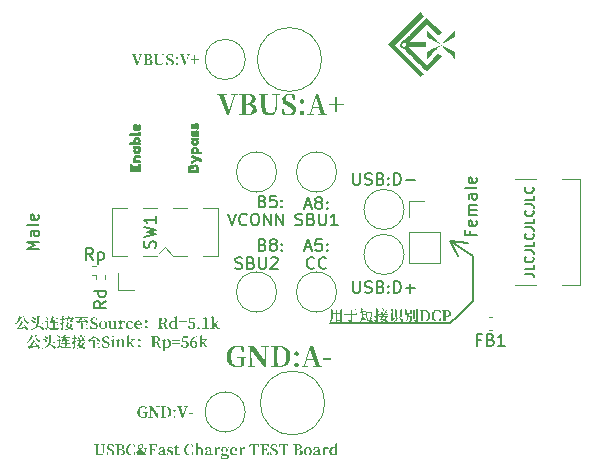
<source format=gto>
%TF.GenerationSoftware,KiCad,Pcbnew,(6.0.4)*%
%TF.CreationDate,2022-04-23T23:59:39+08:00*%
%TF.ProjectId,USBC_PD_TEST,55534243-5f50-4445-9f54-4553542e6b69,V0.9*%
%TF.SameCoordinates,Original*%
%TF.FileFunction,Legend,Top*%
%TF.FilePolarity,Positive*%
%FSLAX46Y46*%
G04 Gerber Fmt 4.6, Leading zero omitted, Abs format (unit mm)*
G04 Created by KiCad (PCBNEW (6.0.4)) date 2022-04-23 23:59:39*
%MOMM*%
%LPD*%
G01*
G04 APERTURE LIST*
%ADD10C,0.150000*%
%ADD11C,0.120000*%
G04 APERTURE END LIST*
D10*
X104174000Y-70231000D02*
X114334000Y-70231000D01*
X114969000Y-69596000D02*
X116239000Y-68326000D01*
X114334000Y-63246000D02*
X114969000Y-64516000D01*
X116239000Y-68326000D02*
X116239000Y-64516000D01*
X114334000Y-70231000D02*
X114969000Y-69596000D01*
X114334000Y-63246000D02*
X115818412Y-63420023D01*
X116239000Y-64516000D02*
X114334000Y-63246000D01*
X120647707Y-66003714D02*
X121191993Y-66003714D01*
X121300850Y-66040000D01*
X121373421Y-66112571D01*
X121409707Y-66221428D01*
X121409707Y-66294000D01*
X121409707Y-65278000D02*
X121409707Y-65640857D01*
X120647707Y-65640857D01*
X121337135Y-64588571D02*
X121373421Y-64624857D01*
X121409707Y-64733714D01*
X121409707Y-64806285D01*
X121373421Y-64915142D01*
X121300850Y-64987714D01*
X121228278Y-65024000D01*
X121083135Y-65060285D01*
X120974278Y-65060285D01*
X120829135Y-65024000D01*
X120756564Y-64987714D01*
X120683993Y-64915142D01*
X120647707Y-64806285D01*
X120647707Y-64733714D01*
X120683993Y-64624857D01*
X120720278Y-64588571D01*
X120647707Y-64044285D02*
X121191993Y-64044285D01*
X121300850Y-64080571D01*
X121373421Y-64153142D01*
X121409707Y-64262000D01*
X121409707Y-64334571D01*
X121409707Y-63318571D02*
X121409707Y-63681428D01*
X120647707Y-63681428D01*
X121337135Y-62629142D02*
X121373421Y-62665428D01*
X121409707Y-62774285D01*
X121409707Y-62846857D01*
X121373421Y-62955714D01*
X121300850Y-63028285D01*
X121228278Y-63064571D01*
X121083135Y-63100857D01*
X120974278Y-63100857D01*
X120829135Y-63064571D01*
X120756564Y-63028285D01*
X120683993Y-62955714D01*
X120647707Y-62846857D01*
X120647707Y-62774285D01*
X120683993Y-62665428D01*
X120720278Y-62629142D01*
X120647707Y-62084857D02*
X121191993Y-62084857D01*
X121300850Y-62121142D01*
X121373421Y-62193714D01*
X121409707Y-62302571D01*
X121409707Y-62375142D01*
X121409707Y-61359142D02*
X121409707Y-61722000D01*
X120647707Y-61722000D01*
X121337135Y-60669714D02*
X121373421Y-60706000D01*
X121409707Y-60814857D01*
X121409707Y-60887428D01*
X121373421Y-60996285D01*
X121300850Y-61068857D01*
X121228278Y-61105142D01*
X121083135Y-61141428D01*
X120974278Y-61141428D01*
X120829135Y-61105142D01*
X120756564Y-61068857D01*
X120683993Y-60996285D01*
X120647707Y-60887428D01*
X120647707Y-60814857D01*
X120683993Y-60706000D01*
X120720278Y-60669714D01*
X120647707Y-60125428D02*
X121191993Y-60125428D01*
X121300850Y-60161714D01*
X121373421Y-60234285D01*
X121409707Y-60343142D01*
X121409707Y-60415714D01*
X121409707Y-59399714D02*
X121409707Y-59762571D01*
X120647707Y-59762571D01*
X121337135Y-58710285D02*
X121373421Y-58746571D01*
X121409707Y-58855428D01*
X121409707Y-58928000D01*
X121373421Y-59036857D01*
X121300850Y-59109428D01*
X121228278Y-59145714D01*
X121083135Y-59182000D01*
X120974278Y-59182000D01*
X120829135Y-59145714D01*
X120756564Y-59109428D01*
X120683993Y-59036857D01*
X120647707Y-58928000D01*
X120647707Y-58855428D01*
X120683993Y-58746571D01*
X120720278Y-58710285D01*
%TO.C,TP8*%
X96148285Y-65555761D02*
X96291142Y-65603380D01*
X96529238Y-65603380D01*
X96624476Y-65555761D01*
X96672095Y-65508142D01*
X96719714Y-65412904D01*
X96719714Y-65317666D01*
X96672095Y-65222428D01*
X96624476Y-65174809D01*
X96529238Y-65127190D01*
X96338761Y-65079571D01*
X96243523Y-65031952D01*
X96195904Y-64984333D01*
X96148285Y-64889095D01*
X96148285Y-64793857D01*
X96195904Y-64698619D01*
X96243523Y-64651000D01*
X96338761Y-64603380D01*
X96576857Y-64603380D01*
X96719714Y-64651000D01*
X97481619Y-65079571D02*
X97624476Y-65127190D01*
X97672095Y-65174809D01*
X97719714Y-65270047D01*
X97719714Y-65412904D01*
X97672095Y-65508142D01*
X97624476Y-65555761D01*
X97529238Y-65603380D01*
X97148285Y-65603380D01*
X97148285Y-64603380D01*
X97481619Y-64603380D01*
X97576857Y-64651000D01*
X97624476Y-64698619D01*
X97672095Y-64793857D01*
X97672095Y-64889095D01*
X97624476Y-64984333D01*
X97576857Y-65031952D01*
X97481619Y-65079571D01*
X97148285Y-65079571D01*
X98148285Y-64603380D02*
X98148285Y-65412904D01*
X98195904Y-65508142D01*
X98243523Y-65555761D01*
X98338761Y-65603380D01*
X98529238Y-65603380D01*
X98624476Y-65555761D01*
X98672095Y-65508142D01*
X98719714Y-65412904D01*
X98719714Y-64603380D01*
X99148285Y-64698619D02*
X99195904Y-64651000D01*
X99291142Y-64603380D01*
X99529238Y-64603380D01*
X99624476Y-64651000D01*
X99672095Y-64698619D01*
X99719714Y-64793857D01*
X99719714Y-64889095D01*
X99672095Y-65031952D01*
X99100666Y-65603380D01*
X99719714Y-65603380D01*
X98451142Y-63555571D02*
X98594000Y-63603190D01*
X98641619Y-63650809D01*
X98689238Y-63746047D01*
X98689238Y-63888904D01*
X98641619Y-63984142D01*
X98594000Y-64031761D01*
X98498761Y-64079380D01*
X98117809Y-64079380D01*
X98117809Y-63079380D01*
X98451142Y-63079380D01*
X98546380Y-63127000D01*
X98594000Y-63174619D01*
X98641619Y-63269857D01*
X98641619Y-63365095D01*
X98594000Y-63460333D01*
X98546380Y-63507952D01*
X98451142Y-63555571D01*
X98117809Y-63555571D01*
X99260666Y-63507952D02*
X99165428Y-63460333D01*
X99117809Y-63412714D01*
X99070190Y-63317476D01*
X99070190Y-63269857D01*
X99117809Y-63174619D01*
X99165428Y-63127000D01*
X99260666Y-63079380D01*
X99451142Y-63079380D01*
X99546380Y-63127000D01*
X99594000Y-63174619D01*
X99641619Y-63269857D01*
X99641619Y-63317476D01*
X99594000Y-63412714D01*
X99546380Y-63460333D01*
X99451142Y-63507952D01*
X99260666Y-63507952D01*
X99165428Y-63555571D01*
X99117809Y-63603190D01*
X99070190Y-63698428D01*
X99070190Y-63888904D01*
X99117809Y-63984142D01*
X99165428Y-64031761D01*
X99260666Y-64079380D01*
X99451142Y-64079380D01*
X99546380Y-64031761D01*
X99594000Y-63984142D01*
X99641619Y-63888904D01*
X99641619Y-63698428D01*
X99594000Y-63603190D01*
X99546380Y-63555571D01*
X99451142Y-63507952D01*
X100070190Y-63984142D02*
X100117809Y-64031761D01*
X100070190Y-64079380D01*
X100022571Y-64031761D01*
X100070190Y-63984142D01*
X100070190Y-64079380D01*
X100070190Y-63460333D02*
X100117809Y-63507952D01*
X100070190Y-63555571D01*
X100022571Y-63507952D01*
X100070190Y-63460333D01*
X100070190Y-63555571D01*
%TO.C,SW1*%
X89338761Y-63817333D02*
X89386380Y-63674476D01*
X89386380Y-63436380D01*
X89338761Y-63341142D01*
X89291142Y-63293523D01*
X89195904Y-63245904D01*
X89100666Y-63245904D01*
X89005428Y-63293523D01*
X88957809Y-63341142D01*
X88910190Y-63436380D01*
X88862571Y-63626857D01*
X88814952Y-63722095D01*
X88767333Y-63769714D01*
X88672095Y-63817333D01*
X88576857Y-63817333D01*
X88481619Y-63769714D01*
X88434000Y-63722095D01*
X88386380Y-63626857D01*
X88386380Y-63388761D01*
X88434000Y-63245904D01*
X88386380Y-62912571D02*
X89386380Y-62674476D01*
X88672095Y-62484000D01*
X89386380Y-62293523D01*
X88386380Y-62055428D01*
X89386380Y-61150666D02*
X89386380Y-61722095D01*
X89386380Y-61436380D02*
X88386380Y-61436380D01*
X88529238Y-61531619D01*
X88624476Y-61626857D01*
X88672095Y-61722095D01*
%TO.C,J1*%
X116040571Y-62420238D02*
X116040571Y-62753571D01*
X116564380Y-62753571D02*
X115564380Y-62753571D01*
X115564380Y-62277380D01*
X116516761Y-61515476D02*
X116564380Y-61610714D01*
X116564380Y-61801190D01*
X116516761Y-61896428D01*
X116421523Y-61944047D01*
X116040571Y-61944047D01*
X115945333Y-61896428D01*
X115897714Y-61801190D01*
X115897714Y-61610714D01*
X115945333Y-61515476D01*
X116040571Y-61467857D01*
X116135809Y-61467857D01*
X116231047Y-61944047D01*
X116564380Y-61039285D02*
X115897714Y-61039285D01*
X115992952Y-61039285D02*
X115945333Y-60991666D01*
X115897714Y-60896428D01*
X115897714Y-60753571D01*
X115945333Y-60658333D01*
X116040571Y-60610714D01*
X116564380Y-60610714D01*
X116040571Y-60610714D02*
X115945333Y-60563095D01*
X115897714Y-60467857D01*
X115897714Y-60325000D01*
X115945333Y-60229761D01*
X116040571Y-60182142D01*
X116564380Y-60182142D01*
X116564380Y-59277380D02*
X116040571Y-59277380D01*
X115945333Y-59325000D01*
X115897714Y-59420238D01*
X115897714Y-59610714D01*
X115945333Y-59705952D01*
X116516761Y-59277380D02*
X116564380Y-59372619D01*
X116564380Y-59610714D01*
X116516761Y-59705952D01*
X116421523Y-59753571D01*
X116326285Y-59753571D01*
X116231047Y-59705952D01*
X116183428Y-59610714D01*
X116183428Y-59372619D01*
X116135809Y-59277380D01*
X116564380Y-58658333D02*
X116516761Y-58753571D01*
X116421523Y-58801190D01*
X115564380Y-58801190D01*
X116516761Y-57896428D02*
X116564380Y-57991666D01*
X116564380Y-58182142D01*
X116516761Y-58277380D01*
X116421523Y-58325000D01*
X116040571Y-58325000D01*
X115945333Y-58277380D01*
X115897714Y-58182142D01*
X115897714Y-57991666D01*
X115945333Y-57896428D01*
X116040571Y-57848809D01*
X116135809Y-57848809D01*
X116231047Y-58325000D01*
%TO.C,P1*%
X79480380Y-63960190D02*
X78480380Y-63960190D01*
X79194666Y-63626857D01*
X78480380Y-63293523D01*
X79480380Y-63293523D01*
X79480380Y-62388761D02*
X78956571Y-62388761D01*
X78861333Y-62436380D01*
X78813714Y-62531619D01*
X78813714Y-62722095D01*
X78861333Y-62817333D01*
X79432761Y-62388761D02*
X79480380Y-62484000D01*
X79480380Y-62722095D01*
X79432761Y-62817333D01*
X79337523Y-62864952D01*
X79242285Y-62864952D01*
X79147047Y-62817333D01*
X79099428Y-62722095D01*
X79099428Y-62484000D01*
X79051809Y-62388761D01*
X79480380Y-61769714D02*
X79432761Y-61864952D01*
X79337523Y-61912571D01*
X78480380Y-61912571D01*
X79432761Y-61007809D02*
X79480380Y-61103047D01*
X79480380Y-61293523D01*
X79432761Y-61388761D01*
X79337523Y-61436380D01*
X78956571Y-61436380D01*
X78861333Y-61388761D01*
X78813714Y-61293523D01*
X78813714Y-61103047D01*
X78861333Y-61007809D01*
X78956571Y-60960190D01*
X79051809Y-60960190D01*
X79147047Y-61436380D01*
%TO.C,TP4*%
X95529238Y-60920380D02*
X95862571Y-61920380D01*
X96195904Y-60920380D01*
X97100666Y-61825142D02*
X97053047Y-61872761D01*
X96910190Y-61920380D01*
X96814952Y-61920380D01*
X96672095Y-61872761D01*
X96576857Y-61777523D01*
X96529238Y-61682285D01*
X96481619Y-61491809D01*
X96481619Y-61348952D01*
X96529238Y-61158476D01*
X96576857Y-61063238D01*
X96672095Y-60968000D01*
X96814952Y-60920380D01*
X96910190Y-60920380D01*
X97053047Y-60968000D01*
X97100666Y-61015619D01*
X97719714Y-60920380D02*
X97910190Y-60920380D01*
X98005428Y-60968000D01*
X98100666Y-61063238D01*
X98148285Y-61253714D01*
X98148285Y-61587047D01*
X98100666Y-61777523D01*
X98005428Y-61872761D01*
X97910190Y-61920380D01*
X97719714Y-61920380D01*
X97624476Y-61872761D01*
X97529238Y-61777523D01*
X97481619Y-61587047D01*
X97481619Y-61253714D01*
X97529238Y-61063238D01*
X97624476Y-60968000D01*
X97719714Y-60920380D01*
X98576857Y-61920380D02*
X98576857Y-60920380D01*
X99148285Y-61920380D01*
X99148285Y-60920380D01*
X99624476Y-61920380D02*
X99624476Y-60920380D01*
X100195904Y-61920380D01*
X100195904Y-60920380D01*
X98451142Y-59872571D02*
X98594000Y-59920190D01*
X98641619Y-59967809D01*
X98689238Y-60063047D01*
X98689238Y-60205904D01*
X98641619Y-60301142D01*
X98594000Y-60348761D01*
X98498761Y-60396380D01*
X98117809Y-60396380D01*
X98117809Y-59396380D01*
X98451142Y-59396380D01*
X98546380Y-59444000D01*
X98594000Y-59491619D01*
X98641619Y-59586857D01*
X98641619Y-59682095D01*
X98594000Y-59777333D01*
X98546380Y-59824952D01*
X98451142Y-59872571D01*
X98117809Y-59872571D01*
X99594000Y-59396380D02*
X99117809Y-59396380D01*
X99070190Y-59872571D01*
X99117809Y-59824952D01*
X99213047Y-59777333D01*
X99451142Y-59777333D01*
X99546380Y-59824952D01*
X99594000Y-59872571D01*
X99641619Y-59967809D01*
X99641619Y-60205904D01*
X99594000Y-60301142D01*
X99546380Y-60348761D01*
X99451142Y-60396380D01*
X99213047Y-60396380D01*
X99117809Y-60348761D01*
X99070190Y-60301142D01*
X100070190Y-60301142D02*
X100117809Y-60348761D01*
X100070190Y-60396380D01*
X100022571Y-60348761D01*
X100070190Y-60301142D01*
X100070190Y-60396380D01*
X100070190Y-59777333D02*
X100117809Y-59824952D01*
X100070190Y-59872571D01*
X100022571Y-59824952D01*
X100070190Y-59777333D01*
X100070190Y-59872571D01*
%TO.C,TP3*%
X102823523Y-65508142D02*
X102775904Y-65555761D01*
X102633047Y-65603380D01*
X102537809Y-65603380D01*
X102394952Y-65555761D01*
X102299714Y-65460523D01*
X102252095Y-65365285D01*
X102204476Y-65174809D01*
X102204476Y-65031952D01*
X102252095Y-64841476D01*
X102299714Y-64746238D01*
X102394952Y-64651000D01*
X102537809Y-64603380D01*
X102633047Y-64603380D01*
X102775904Y-64651000D01*
X102823523Y-64698619D01*
X103823523Y-65508142D02*
X103775904Y-65555761D01*
X103633047Y-65603380D01*
X103537809Y-65603380D01*
X103394952Y-65555761D01*
X103299714Y-65460523D01*
X103252095Y-65365285D01*
X103204476Y-65174809D01*
X103204476Y-65031952D01*
X103252095Y-64841476D01*
X103299714Y-64746238D01*
X103394952Y-64651000D01*
X103537809Y-64603380D01*
X103633047Y-64603380D01*
X103775904Y-64651000D01*
X103823523Y-64698619D01*
X102061619Y-63793666D02*
X102537809Y-63793666D01*
X101966380Y-64079380D02*
X102299714Y-63079380D01*
X102633047Y-64079380D01*
X103442571Y-63079380D02*
X102966380Y-63079380D01*
X102918761Y-63555571D01*
X102966380Y-63507952D01*
X103061619Y-63460333D01*
X103299714Y-63460333D01*
X103394952Y-63507952D01*
X103442571Y-63555571D01*
X103490190Y-63650809D01*
X103490190Y-63888904D01*
X103442571Y-63984142D01*
X103394952Y-64031761D01*
X103299714Y-64079380D01*
X103061619Y-64079380D01*
X102966380Y-64031761D01*
X102918761Y-63984142D01*
X103918761Y-63984142D02*
X103966380Y-64031761D01*
X103918761Y-64079380D01*
X103871142Y-64031761D01*
X103918761Y-63984142D01*
X103918761Y-64079380D01*
X103918761Y-63460333D02*
X103966380Y-63507952D01*
X103918761Y-63555571D01*
X103871142Y-63507952D01*
X103918761Y-63460333D01*
X103918761Y-63555571D01*
%TO.C,TP5*%
X106109952Y-57491380D02*
X106109952Y-58300904D01*
X106157571Y-58396142D01*
X106205190Y-58443761D01*
X106300428Y-58491380D01*
X106490904Y-58491380D01*
X106586142Y-58443761D01*
X106633761Y-58396142D01*
X106681380Y-58300904D01*
X106681380Y-57491380D01*
X107109952Y-58443761D02*
X107252809Y-58491380D01*
X107490904Y-58491380D01*
X107586142Y-58443761D01*
X107633761Y-58396142D01*
X107681380Y-58300904D01*
X107681380Y-58205666D01*
X107633761Y-58110428D01*
X107586142Y-58062809D01*
X107490904Y-58015190D01*
X107300428Y-57967571D01*
X107205190Y-57919952D01*
X107157571Y-57872333D01*
X107109952Y-57777095D01*
X107109952Y-57681857D01*
X107157571Y-57586619D01*
X107205190Y-57539000D01*
X107300428Y-57491380D01*
X107538523Y-57491380D01*
X107681380Y-57539000D01*
X108443285Y-57967571D02*
X108586142Y-58015190D01*
X108633761Y-58062809D01*
X108681380Y-58158047D01*
X108681380Y-58300904D01*
X108633761Y-58396142D01*
X108586142Y-58443761D01*
X108490904Y-58491380D01*
X108109952Y-58491380D01*
X108109952Y-57491380D01*
X108443285Y-57491380D01*
X108538523Y-57539000D01*
X108586142Y-57586619D01*
X108633761Y-57681857D01*
X108633761Y-57777095D01*
X108586142Y-57872333D01*
X108538523Y-57919952D01*
X108443285Y-57967571D01*
X108109952Y-57967571D01*
X109109952Y-58396142D02*
X109157571Y-58443761D01*
X109109952Y-58491380D01*
X109062333Y-58443761D01*
X109109952Y-58396142D01*
X109109952Y-58491380D01*
X109109952Y-57872333D02*
X109157571Y-57919952D01*
X109109952Y-57967571D01*
X109062333Y-57919952D01*
X109109952Y-57872333D01*
X109109952Y-57967571D01*
X109586142Y-58491380D02*
X109586142Y-57491380D01*
X109824238Y-57491380D01*
X109967095Y-57539000D01*
X110062333Y-57634238D01*
X110109952Y-57729476D01*
X110157571Y-57919952D01*
X110157571Y-58062809D01*
X110109952Y-58253285D01*
X110062333Y-58348523D01*
X109967095Y-58443761D01*
X109824238Y-58491380D01*
X109586142Y-58491380D01*
X110586142Y-58110428D02*
X111348047Y-58110428D01*
%TO.C,R2*%
X85195380Y-68341857D02*
X84719190Y-68675190D01*
X85195380Y-68913285D02*
X84195380Y-68913285D01*
X84195380Y-68532333D01*
X84243000Y-68437095D01*
X84290619Y-68389476D01*
X84385857Y-68341857D01*
X84528714Y-68341857D01*
X84623952Y-68389476D01*
X84671571Y-68437095D01*
X84719190Y-68532333D01*
X84719190Y-68913285D01*
X85195380Y-67484714D02*
X84195380Y-67484714D01*
X85147761Y-67484714D02*
X85195380Y-67579952D01*
X85195380Y-67770428D01*
X85147761Y-67865666D01*
X85100142Y-67913285D01*
X85004904Y-67960904D01*
X84719190Y-67960904D01*
X84623952Y-67913285D01*
X84576333Y-67865666D01*
X84528714Y-67770428D01*
X84528714Y-67579952D01*
X84576333Y-67484714D01*
%TO.C,TP6*%
X106109952Y-66635380D02*
X106109952Y-67444904D01*
X106157571Y-67540142D01*
X106205190Y-67587761D01*
X106300428Y-67635380D01*
X106490904Y-67635380D01*
X106586142Y-67587761D01*
X106633761Y-67540142D01*
X106681380Y-67444904D01*
X106681380Y-66635380D01*
X107109952Y-67587761D02*
X107252809Y-67635380D01*
X107490904Y-67635380D01*
X107586142Y-67587761D01*
X107633761Y-67540142D01*
X107681380Y-67444904D01*
X107681380Y-67349666D01*
X107633761Y-67254428D01*
X107586142Y-67206809D01*
X107490904Y-67159190D01*
X107300428Y-67111571D01*
X107205190Y-67063952D01*
X107157571Y-67016333D01*
X107109952Y-66921095D01*
X107109952Y-66825857D01*
X107157571Y-66730619D01*
X107205190Y-66683000D01*
X107300428Y-66635380D01*
X107538523Y-66635380D01*
X107681380Y-66683000D01*
X108443285Y-67111571D02*
X108586142Y-67159190D01*
X108633761Y-67206809D01*
X108681380Y-67302047D01*
X108681380Y-67444904D01*
X108633761Y-67540142D01*
X108586142Y-67587761D01*
X108490904Y-67635380D01*
X108109952Y-67635380D01*
X108109952Y-66635380D01*
X108443285Y-66635380D01*
X108538523Y-66683000D01*
X108586142Y-66730619D01*
X108633761Y-66825857D01*
X108633761Y-66921095D01*
X108586142Y-67016333D01*
X108538523Y-67063952D01*
X108443285Y-67111571D01*
X108109952Y-67111571D01*
X109109952Y-67540142D02*
X109157571Y-67587761D01*
X109109952Y-67635380D01*
X109062333Y-67587761D01*
X109109952Y-67540142D01*
X109109952Y-67635380D01*
X109109952Y-67016333D02*
X109157571Y-67063952D01*
X109109952Y-67111571D01*
X109062333Y-67063952D01*
X109109952Y-67016333D01*
X109109952Y-67111571D01*
X109586142Y-67635380D02*
X109586142Y-66635380D01*
X109824238Y-66635380D01*
X109967095Y-66683000D01*
X110062333Y-66778238D01*
X110109952Y-66873476D01*
X110157571Y-67063952D01*
X110157571Y-67206809D01*
X110109952Y-67397285D01*
X110062333Y-67492523D01*
X109967095Y-67587761D01*
X109824238Y-67635380D01*
X109586142Y-67635380D01*
X110586142Y-67254428D02*
X111348047Y-67254428D01*
X110967095Y-67635380D02*
X110967095Y-66873476D01*
%TO.C,R1*%
X84092142Y-64841380D02*
X83758809Y-64365190D01*
X83520714Y-64841380D02*
X83520714Y-63841380D01*
X83901666Y-63841380D01*
X83996904Y-63889000D01*
X84044523Y-63936619D01*
X84092142Y-64031857D01*
X84092142Y-64174714D01*
X84044523Y-64269952D01*
X83996904Y-64317571D01*
X83901666Y-64365190D01*
X83520714Y-64365190D01*
X84520714Y-64174714D02*
X84520714Y-65174714D01*
X84520714Y-64222333D02*
X84615952Y-64174714D01*
X84806428Y-64174714D01*
X84901666Y-64222333D01*
X84949285Y-64269952D01*
X84996904Y-64365190D01*
X84996904Y-64650904D01*
X84949285Y-64746142D01*
X84901666Y-64793761D01*
X84806428Y-64841380D01*
X84615952Y-64841380D01*
X84520714Y-64793761D01*
%TO.C,TP7*%
X102061619Y-60237666D02*
X102537809Y-60237666D01*
X101966380Y-60523380D02*
X102299714Y-59523380D01*
X102633047Y-60523380D01*
X103109238Y-59951952D02*
X103014000Y-59904333D01*
X102966380Y-59856714D01*
X102918761Y-59761476D01*
X102918761Y-59713857D01*
X102966380Y-59618619D01*
X103014000Y-59571000D01*
X103109238Y-59523380D01*
X103299714Y-59523380D01*
X103394952Y-59571000D01*
X103442571Y-59618619D01*
X103490190Y-59713857D01*
X103490190Y-59761476D01*
X103442571Y-59856714D01*
X103394952Y-59904333D01*
X103299714Y-59951952D01*
X103109238Y-59951952D01*
X103014000Y-59999571D01*
X102966380Y-60047190D01*
X102918761Y-60142428D01*
X102918761Y-60332904D01*
X102966380Y-60428142D01*
X103014000Y-60475761D01*
X103109238Y-60523380D01*
X103299714Y-60523380D01*
X103394952Y-60475761D01*
X103442571Y-60428142D01*
X103490190Y-60332904D01*
X103490190Y-60142428D01*
X103442571Y-60047190D01*
X103394952Y-59999571D01*
X103299714Y-59951952D01*
X103918761Y-60428142D02*
X103966380Y-60475761D01*
X103918761Y-60523380D01*
X103871142Y-60475761D01*
X103918761Y-60428142D01*
X103918761Y-60523380D01*
X103918761Y-59904333D02*
X103966380Y-59951952D01*
X103918761Y-59999571D01*
X103871142Y-59951952D01*
X103918761Y-59904333D01*
X103918761Y-59999571D01*
X101228285Y-61872761D02*
X101371142Y-61920380D01*
X101609238Y-61920380D01*
X101704476Y-61872761D01*
X101752095Y-61825142D01*
X101799714Y-61729904D01*
X101799714Y-61634666D01*
X101752095Y-61539428D01*
X101704476Y-61491809D01*
X101609238Y-61444190D01*
X101418761Y-61396571D01*
X101323523Y-61348952D01*
X101275904Y-61301333D01*
X101228285Y-61206095D01*
X101228285Y-61110857D01*
X101275904Y-61015619D01*
X101323523Y-60968000D01*
X101418761Y-60920380D01*
X101656857Y-60920380D01*
X101799714Y-60968000D01*
X102561619Y-61396571D02*
X102704476Y-61444190D01*
X102752095Y-61491809D01*
X102799714Y-61587047D01*
X102799714Y-61729904D01*
X102752095Y-61825142D01*
X102704476Y-61872761D01*
X102609238Y-61920380D01*
X102228285Y-61920380D01*
X102228285Y-60920380D01*
X102561619Y-60920380D01*
X102656857Y-60968000D01*
X102704476Y-61015619D01*
X102752095Y-61110857D01*
X102752095Y-61206095D01*
X102704476Y-61301333D01*
X102656857Y-61348952D01*
X102561619Y-61396571D01*
X102228285Y-61396571D01*
X103228285Y-60920380D02*
X103228285Y-61729904D01*
X103275904Y-61825142D01*
X103323523Y-61872761D01*
X103418761Y-61920380D01*
X103609238Y-61920380D01*
X103704476Y-61872761D01*
X103752095Y-61825142D01*
X103799714Y-61729904D01*
X103799714Y-60920380D01*
X104799714Y-61920380D02*
X104228285Y-61920380D01*
X104514000Y-61920380D02*
X104514000Y-60920380D01*
X104418761Y-61063238D01*
X104323523Y-61158476D01*
X104228285Y-61206095D01*
%TO.C,FB1*%
X116912666Y-71589571D02*
X116579333Y-71589571D01*
X116579333Y-72113380D02*
X116579333Y-71113380D01*
X117055523Y-71113380D01*
X117769809Y-71589571D02*
X117912666Y-71637190D01*
X117960285Y-71684809D01*
X118007904Y-71780047D01*
X118007904Y-71922904D01*
X117960285Y-72018142D01*
X117912666Y-72065761D01*
X117817428Y-72113380D01*
X117436476Y-72113380D01*
X117436476Y-71113380D01*
X117769809Y-71113380D01*
X117865047Y-71161000D01*
X117912666Y-71208619D01*
X117960285Y-71303857D01*
X117960285Y-71399095D01*
X117912666Y-71494333D01*
X117865047Y-71541952D01*
X117769809Y-71589571D01*
X117436476Y-71589571D01*
X118960285Y-72113380D02*
X118388857Y-72113380D01*
X118674571Y-72113380D02*
X118674571Y-71113380D01*
X118579333Y-71256238D01*
X118484095Y-71351476D01*
X118388857Y-71399095D01*
D11*
%TO.C,TP8*%
X99634000Y-67564000D02*
G75*
G03*
X99634000Y-67564000I-1700000J0D01*
G01*
%TO.C,TP2*%
X96984000Y-47879000D02*
G75*
G03*
X96984000Y-47879000I-1700000J0D01*
G01*
%TO.C,kibuzzard-6262F4E3*%
G36*
X80378645Y-70084950D02*
G01*
X80313875Y-70112890D01*
X80313875Y-70511670D01*
X80369426Y-70556355D01*
X80433584Y-70589751D01*
X80508820Y-70613270D01*
X80597602Y-70628322D01*
X80702401Y-70636318D01*
X80825685Y-70638670D01*
X80928654Y-70638353D01*
X81027456Y-70637083D01*
X81126973Y-70634384D01*
X81232085Y-70629780D01*
X81232085Y-70645020D01*
X81164775Y-70688200D01*
X81135565Y-70765670D01*
X80779965Y-70765670D01*
X80660685Y-70760549D01*
X80561901Y-70744597D01*
X80479769Y-70716934D01*
X80410442Y-70676676D01*
X80350076Y-70622942D01*
X80294825Y-70554850D01*
X80250375Y-70554850D01*
X80215615Y-70610354D01*
X80170412Y-70683073D01*
X80127185Y-70758050D01*
X80115755Y-70787260D01*
X80016695Y-70641210D01*
X80092895Y-70593426D01*
X80172905Y-70540880D01*
X80172905Y-70092570D01*
X80035745Y-70092570D01*
X80028125Y-70055740D01*
X80152585Y-70055740D01*
X80224975Y-69961760D01*
X80378645Y-70084950D01*
G37*
G36*
X78311085Y-69653150D02*
G01*
X78260285Y-69721730D01*
X78307040Y-69803780D01*
X78366354Y-69879445D01*
X78436815Y-69948266D01*
X78517013Y-70009785D01*
X78605537Y-70063542D01*
X78700975Y-70109080D01*
X78698435Y-70124320D01*
X78634512Y-70148168D01*
X78583288Y-70192336D01*
X78549845Y-70250050D01*
X78483264Y-70199391D01*
X78423440Y-70142199D01*
X78370224Y-70077774D01*
X78323467Y-70005416D01*
X78283021Y-69924426D01*
X78248736Y-69834105D01*
X78220464Y-69733753D01*
X78198055Y-69622670D01*
X78210755Y-69616320D01*
X78311085Y-69653150D01*
G37*
G36*
X87330446Y-69987597D02*
G01*
X87406984Y-70027482D01*
X87461852Y-70087847D01*
X87490645Y-70163690D01*
X87463816Y-70208775D01*
X87416985Y-70223380D01*
X87356025Y-70201155D01*
X87325545Y-70125590D01*
X87306495Y-70026530D01*
X87256965Y-70020180D01*
X87189238Y-70033053D01*
X87132424Y-70070736D01*
X87088898Y-70131828D01*
X87061040Y-70214927D01*
X87051225Y-70318630D01*
X87061964Y-70419590D01*
X87092637Y-70500555D01*
X87140928Y-70560123D01*
X87204519Y-70596892D01*
X87281095Y-70609460D01*
X87352215Y-70598312D01*
X87413175Y-70565998D01*
X87463975Y-70514210D01*
X87490645Y-70528180D01*
X87444171Y-70598447D01*
X87382695Y-70650259D01*
X87305979Y-70682306D01*
X87213785Y-70693280D01*
X87122174Y-70682450D01*
X87040971Y-70650664D01*
X86972961Y-70598983D01*
X86920932Y-70528462D01*
X86887671Y-70440162D01*
X86875965Y-70335140D01*
X86885681Y-70242711D01*
X86913258Y-70162857D01*
X86956342Y-70096176D01*
X87012577Y-70043270D01*
X87079609Y-70004736D01*
X87155084Y-69981177D01*
X87236645Y-69973190D01*
X87330446Y-69987597D01*
G37*
G36*
X84770446Y-70649959D02*
G01*
X84701566Y-70597554D01*
X84649091Y-70526204D01*
X84615665Y-70437075D01*
X84604076Y-70332600D01*
X84783005Y-70332600D01*
X84789924Y-70446179D01*
X84810315Y-70534093D01*
X84843630Y-70596587D01*
X84889319Y-70633905D01*
X84946835Y-70646290D01*
X85003375Y-70633905D01*
X85048943Y-70596587D01*
X85082623Y-70534093D01*
X85103502Y-70446179D01*
X85110665Y-70332600D01*
X85103502Y-70219641D01*
X85082623Y-70132103D01*
X85048943Y-70069801D01*
X85003375Y-70032555D01*
X84946835Y-70020180D01*
X84889319Y-70032555D01*
X84843630Y-70069801D01*
X84810315Y-70132103D01*
X84789924Y-70219641D01*
X84783005Y-70332600D01*
X84604076Y-70332600D01*
X84603935Y-70331330D01*
X84616459Y-70225867D01*
X84651631Y-70137443D01*
X84705852Y-70067011D01*
X84775526Y-70015523D01*
X84857053Y-69983932D01*
X84946835Y-69973190D01*
X85036176Y-69983844D01*
X85117579Y-70015241D01*
X85187341Y-70066535D01*
X85241757Y-70136879D01*
X85277123Y-70225426D01*
X85289735Y-70331330D01*
X85277829Y-70437516D01*
X85244015Y-70526769D01*
X85191151Y-70598030D01*
X85122095Y-70650241D01*
X85039704Y-70682344D01*
X84946835Y-70693280D01*
X84853084Y-70682256D01*
X84770446Y-70649959D01*
G37*
G36*
X91284135Y-70633590D02*
G01*
X91284135Y-70672960D01*
X91033945Y-70686930D01*
X91025055Y-70601840D01*
X90969504Y-70651511D01*
X90904076Y-70682556D01*
X90828205Y-70693280D01*
X90748895Y-70682297D01*
X90678862Y-70650288D01*
X90620401Y-70598665D01*
X90575804Y-70528839D01*
X90547364Y-70442220D01*
X90537375Y-70340220D01*
X90538136Y-70332600D01*
X90715175Y-70332600D01*
X90728927Y-70461445D01*
X90767086Y-70548024D01*
X90825010Y-70596740D01*
X90898055Y-70612000D01*
X90962031Y-70600411D01*
X91021245Y-70561200D01*
X91021245Y-70101460D01*
X90959968Y-70063995D01*
X90900595Y-70053200D01*
X90829296Y-70067567D01*
X90770261Y-70114795D01*
X90730038Y-70201076D01*
X90715175Y-70332600D01*
X90538136Y-70332600D01*
X90548058Y-70233217D01*
X90578391Y-70142900D01*
X90625799Y-70070504D01*
X90687705Y-70017264D01*
X90761536Y-69984414D01*
X90844715Y-69973190D01*
X90911602Y-69982409D01*
X90972562Y-70011384D01*
X91027595Y-70062090D01*
X91027595Y-69731890D01*
X90918375Y-69723000D01*
X90918375Y-69687440D01*
X91174915Y-69632830D01*
X91192695Y-69644260D01*
X91188885Y-69844920D01*
X91188885Y-70625970D01*
X91284135Y-70633590D01*
G37*
G36*
X82113465Y-70164960D02*
G01*
X82058855Y-70191630D01*
X82020755Y-70274180D01*
X82281105Y-70274180D01*
X82358575Y-70173850D01*
X82408422Y-70214014D01*
X82498275Y-70289420D01*
X82462715Y-70309740D01*
X82338255Y-70309740D01*
X82304435Y-70404802D01*
X82262431Y-70487728D01*
X82209985Y-70559930D01*
X82321916Y-70604608D01*
X82390821Y-70649941D01*
X82423561Y-70692893D01*
X82426996Y-70730428D01*
X82407988Y-70759509D01*
X82373398Y-70777100D01*
X82330087Y-70780166D01*
X82284915Y-70765670D01*
X82236326Y-70727711D01*
X82177294Y-70688059D01*
X82108385Y-70647560D01*
X82039785Y-70685995D01*
X81959785Y-70719127D01*
X81867349Y-70747138D01*
X81761441Y-70770212D01*
X81641025Y-70788530D01*
X81633405Y-70770750D01*
X81749273Y-70735349D01*
X81849781Y-70695185D01*
X81935764Y-70649306D01*
X82008055Y-70596760D01*
X81929456Y-70562987D01*
X81844084Y-70530626D01*
X81752785Y-70500240D01*
X81755746Y-70495160D01*
X81906455Y-70495160D01*
X81997260Y-70509448D01*
X82076635Y-70525640D01*
X82119015Y-70461481D01*
X82152365Y-70389985D01*
X82176965Y-70309740D01*
X82004245Y-70309740D01*
X81954874Y-70406736D01*
X81906455Y-70495160D01*
X81755746Y-70495160D01*
X81783218Y-70448029D01*
X81816755Y-70382271D01*
X81850575Y-70309740D01*
X81668965Y-70309740D01*
X81658805Y-70274180D01*
X81865815Y-70274180D01*
X81903121Y-70187820D01*
X81928045Y-70120510D01*
X82113465Y-70164960D01*
G37*
G36*
X86070785Y-69994780D02*
G01*
X86066975Y-70197980D01*
X86066975Y-70625970D01*
X86153335Y-70634860D01*
X86153335Y-70672960D01*
X85909495Y-70686930D01*
X85900605Y-70559930D01*
X85832166Y-70628933D01*
X85751027Y-70675923D01*
X85660575Y-70693280D01*
X85578223Y-70679786D01*
X85516112Y-70635813D01*
X85477338Y-70556120D01*
X85464995Y-70435470D01*
X85470075Y-70067170D01*
X85374825Y-70049390D01*
X85374825Y-70013830D01*
X85626285Y-69980810D01*
X85640255Y-69994780D01*
X85632635Y-70197980D01*
X85632635Y-70444360D01*
X85645429Y-70532554D01*
X85682494Y-70579262D01*
X85741855Y-70592950D01*
X85824405Y-70573106D01*
X85899335Y-70518020D01*
X85901875Y-70065900D01*
X85811705Y-70049390D01*
X85811705Y-70016370D01*
X86056815Y-69980810D01*
X86070785Y-69994780D01*
G37*
G36*
X84298382Y-69716603D02*
G01*
X84380321Y-69741250D01*
X84451535Y-69778880D01*
X84442645Y-69978270D01*
X84371525Y-69978270D01*
X84318185Y-69782690D01*
X84222935Y-69763640D01*
X84124204Y-69781843D01*
X84057929Y-69834760D01*
X84033705Y-69919850D01*
X84050685Y-69996756D01*
X84100121Y-70054188D01*
X84179755Y-70098920D01*
X84243255Y-70125590D01*
X84342112Y-70174277D01*
X84414756Y-70224914D01*
X84463625Y-70280672D01*
X84491159Y-70344721D01*
X84499795Y-70420230D01*
X84489088Y-70498506D01*
X84457744Y-70565951D01*
X84406926Y-70621049D01*
X84337799Y-70662283D01*
X84251528Y-70688135D01*
X84149275Y-70697090D01*
X84044147Y-70687824D01*
X83945793Y-70661906D01*
X83863525Y-70622160D01*
X83871145Y-70411340D01*
X83942265Y-70411340D01*
X83995605Y-70615810D01*
X84060375Y-70635654D01*
X84132765Y-70641210D01*
X84219958Y-70630038D01*
X84285482Y-70597554D01*
X84326718Y-70545305D01*
X84341045Y-70474840D01*
X84325711Y-70399016D01*
X84275946Y-70342384D01*
X84186105Y-70294500D01*
X84127685Y-70269100D01*
X84040085Y-70225260D01*
X83970042Y-70175933D01*
X83918653Y-70118681D01*
X83887015Y-70051066D01*
X83876225Y-69970650D01*
X83892024Y-69878936D01*
X83936779Y-69805692D01*
X84006527Y-69752017D01*
X84097307Y-69719007D01*
X84205155Y-69707760D01*
X84298382Y-69716603D01*
G37*
G36*
X79573465Y-69616320D02*
G01*
X79526475Y-69654420D01*
X79525564Y-69777528D01*
X79524264Y-69892945D01*
X79520919Y-70000812D01*
X79513869Y-70101272D01*
X79501457Y-70194464D01*
X79482025Y-70280530D01*
X79699195Y-70280530D01*
X79789365Y-70163690D01*
X79847944Y-70209727D01*
X79953195Y-70295770D01*
X79916365Y-70316090D01*
X79470595Y-70316090D01*
X79432495Y-70406260D01*
X79580293Y-70435884D01*
X79698366Y-70473070D01*
X79789266Y-70515540D01*
X79855546Y-70561012D01*
X79899760Y-70607207D01*
X79924461Y-70651846D01*
X79932203Y-70692649D01*
X79925537Y-70727335D01*
X79907019Y-70753625D01*
X79879200Y-70769239D01*
X79844634Y-70771897D01*
X79805875Y-70759320D01*
X79762776Y-70703318D01*
X79700353Y-70638660D01*
X79620618Y-70569491D01*
X79525581Y-70499956D01*
X79417255Y-70434200D01*
X79376434Y-70489765D01*
X79326668Y-70541297D01*
X79266991Y-70588929D01*
X79196434Y-70632796D01*
X79114030Y-70673032D01*
X79018812Y-70709770D01*
X78909813Y-70743145D01*
X78786065Y-70773290D01*
X78777175Y-70754240D01*
X78904282Y-70704177D01*
X79011351Y-70650604D01*
X79100114Y-70593120D01*
X79172304Y-70531327D01*
X79229654Y-70464824D01*
X79273897Y-70393212D01*
X79306765Y-70316090D01*
X78791145Y-70316090D01*
X78780985Y-70280530D01*
X79318195Y-70280530D01*
X79336371Y-70201560D01*
X79348216Y-70116859D01*
X79355018Y-70026138D01*
X79358065Y-69929107D01*
X79358646Y-69825478D01*
X79358050Y-69714962D01*
X79357565Y-69597270D01*
X79573465Y-69616320D01*
G37*
G36*
X88683651Y-70446741D02*
G01*
X88714925Y-70523100D01*
X88683651Y-70597236D01*
X88605705Y-70628510D01*
X88528870Y-70597236D01*
X88497755Y-70523100D01*
X88528870Y-70446741D01*
X88605705Y-70415150D01*
X88683651Y-70446741D01*
G37*
G36*
X87767505Y-70330060D02*
G01*
X87781008Y-70433733D01*
X87813347Y-70512351D01*
X87861414Y-70567072D01*
X87922100Y-70599056D01*
X87992295Y-70609460D01*
X88072446Y-70597371D01*
X88133971Y-70563552D01*
X88182795Y-70511670D01*
X88208195Y-70529450D01*
X88161780Y-70598983D01*
X88099769Y-70650418D01*
X88023708Y-70682326D01*
X87935145Y-70693280D01*
X87840418Y-70682614D01*
X87757298Y-70651135D01*
X87688289Y-70599618D01*
X87635895Y-70528839D01*
X87602623Y-70439574D01*
X87590975Y-70332600D01*
X87597162Y-70283070D01*
X87767505Y-70283070D01*
X87984675Y-70283070D01*
X88042778Y-70260369D01*
X88057065Y-70189090D01*
X88040038Y-70099579D01*
X87993659Y-70041111D01*
X87924985Y-70020180D01*
X87867696Y-70035182D01*
X87819099Y-70082092D01*
X87784075Y-70163769D01*
X87767505Y-70283070D01*
X87597162Y-70283070D01*
X87604216Y-70226602D01*
X87641022Y-70137820D01*
X87697020Y-70067170D01*
X87767834Y-70015570D01*
X87849091Y-69983938D01*
X87936415Y-69973190D01*
X88032285Y-69986754D01*
X88109927Y-70025006D01*
X88167575Y-70084290D01*
X88203460Y-70160947D01*
X88215815Y-70251320D01*
X88206925Y-70330060D01*
X87767505Y-70330060D01*
G37*
G36*
X83622860Y-69644895D02*
G01*
X83726365Y-69726810D01*
X83690805Y-69747130D01*
X83095175Y-69747130D01*
X83248845Y-69824600D01*
X83199315Y-69842380D01*
X83125953Y-69892049D01*
X83036279Y-69943504D01*
X82937318Y-69993292D01*
X82836095Y-70037960D01*
X82918286Y-70033633D01*
X83010179Y-70028317D01*
X83110256Y-70022085D01*
X83217001Y-70015006D01*
X83328896Y-70007151D01*
X83444425Y-69998590D01*
X83391273Y-69941440D01*
X83335864Y-69888523D01*
X83281865Y-69842380D01*
X83293295Y-69832220D01*
X83427056Y-69869354D01*
X83529302Y-69915776D01*
X83602957Y-69967746D01*
X83650947Y-70021521D01*
X83676200Y-70073361D01*
X83681641Y-70119524D01*
X83670195Y-70156269D01*
X83644790Y-70179855D01*
X83608352Y-70186539D01*
X83563805Y-70172580D01*
X83525387Y-70103682D01*
X83473635Y-70032880D01*
X83396868Y-70051371D01*
X83311571Y-70070862D01*
X83218076Y-70091263D01*
X83116717Y-70112486D01*
X83007826Y-70134443D01*
X82891738Y-70157044D01*
X82768785Y-70180200D01*
X82737035Y-70208140D01*
X82668455Y-70040500D01*
X82715445Y-70027800D01*
X82788627Y-69989710D01*
X82865346Y-69935222D01*
X82939382Y-69871712D01*
X83004517Y-69806556D01*
X83054535Y-69747130D01*
X82616385Y-69747130D01*
X82606225Y-69711570D01*
X83474905Y-69711570D01*
X83565075Y-69601080D01*
X83622860Y-69644895D01*
G37*
G36*
X94300385Y-69644260D02*
G01*
X94295305Y-69846190D01*
X94295305Y-70314820D01*
X94562005Y-70051930D01*
X94440085Y-70034150D01*
X94440085Y-69993510D01*
X94767745Y-69993510D01*
X94767745Y-70034150D01*
X94640745Y-70048120D01*
X94483265Y-70197980D01*
X94716945Y-70623430D01*
X94803305Y-70633590D01*
X94803305Y-70672960D01*
X94562005Y-70672960D01*
X94367695Y-70305930D01*
X94295305Y-70374510D01*
X94295728Y-70456260D01*
X94296998Y-70543373D01*
X94299115Y-70623430D01*
X94389285Y-70633590D01*
X94389285Y-70672960D01*
X94032415Y-70672960D01*
X94032415Y-70633590D01*
X94127665Y-70622160D01*
X94128888Y-70541021D01*
X94129829Y-70453956D01*
X94130205Y-70374510D01*
X94130205Y-69730620D01*
X94027335Y-69723000D01*
X94027335Y-69687440D01*
X94282605Y-69632830D01*
X94300385Y-69644260D01*
G37*
G36*
X80804095Y-69651880D02*
G01*
X80749485Y-69676010D01*
X80727101Y-69738081D01*
X80699955Y-69810630D01*
X80952685Y-69810630D01*
X81032695Y-69700140D01*
X81086511Y-69744114D01*
X81181285Y-69827140D01*
X81145725Y-69847460D01*
X80685985Y-69847460D01*
X80649672Y-69942616D01*
X80613924Y-70034667D01*
X80581845Y-70115430D01*
X80724085Y-70115430D01*
X80724085Y-69918580D01*
X80918395Y-69936360D01*
X80871405Y-69971920D01*
X80871405Y-70115430D01*
X80928555Y-70115430D01*
X81003485Y-70015100D01*
X81052221Y-70055264D01*
X81138105Y-70130670D01*
X81103815Y-70150990D01*
X80871405Y-70150990D01*
X80871405Y-70341490D01*
X80989515Y-70341490D01*
X81066985Y-70237350D01*
X81117467Y-70279101D01*
X81207955Y-70358000D01*
X81172395Y-70378320D01*
X80871405Y-70378320D01*
X80871405Y-70572630D01*
X80832035Y-70596601D01*
X80750755Y-70612000D01*
X80724085Y-70612000D01*
X80724085Y-70378320D01*
X80374835Y-70378320D01*
X80364675Y-70341490D01*
X80724085Y-70341490D01*
X80724085Y-70150990D01*
X80576765Y-70150990D01*
X80518345Y-70215760D01*
X80381185Y-70123050D01*
X80431985Y-70092570D01*
X80464205Y-70020274D01*
X80498401Y-69936689D01*
X80532315Y-69847460D01*
X80387535Y-69847460D01*
X80377375Y-69810630D01*
X80545015Y-69810630D01*
X80574742Y-69728174D01*
X80599108Y-69654749D01*
X80616135Y-69596000D01*
X80804095Y-69651880D01*
G37*
G36*
X83284405Y-70158610D02*
G01*
X83238685Y-70195440D01*
X83238685Y-70358000D01*
X83410135Y-70358000D01*
X83500305Y-70246240D01*
X83558090Y-70290214D01*
X83661595Y-70373240D01*
X83624765Y-70393560D01*
X83238685Y-70393560D01*
X83238685Y-70681850D01*
X83500305Y-70681850D01*
X83593015Y-70566280D01*
X83652229Y-70611841D01*
X83758115Y-70698360D01*
X83721285Y-70718680D01*
X82584635Y-70718680D01*
X82574475Y-70681850D01*
X83081205Y-70681850D01*
X83081205Y-70393560D01*
X82704015Y-70393560D01*
X82693855Y-70358000D01*
X83081205Y-70358000D01*
X83081205Y-70142100D01*
X83284405Y-70158610D01*
G37*
G36*
X78209485Y-70117970D02*
G01*
X78157415Y-70138290D01*
X78110989Y-70209245D01*
X78053557Y-70286410D01*
X77987870Y-70366255D01*
X77916679Y-70445254D01*
X77842737Y-70519878D01*
X77768795Y-70586600D01*
X77848676Y-70583960D01*
X77938364Y-70579874D01*
X78035812Y-70574376D01*
X78138976Y-70567503D01*
X78245809Y-70559289D01*
X78354265Y-70549770D01*
X78308780Y-70468584D01*
X78258780Y-70392196D01*
X78208215Y-70323710D01*
X78222185Y-70316090D01*
X78339702Y-70374061D01*
X78429986Y-70436640D01*
X78495526Y-70501005D01*
X78538813Y-70564334D01*
X78562337Y-70623805D01*
X78568589Y-70676594D01*
X78560058Y-70719880D01*
X78539237Y-70750840D01*
X78508613Y-70766652D01*
X78470679Y-70764493D01*
X78427925Y-70741540D01*
X78405065Y-70662006D01*
X78370775Y-70581520D01*
X78302158Y-70602310D01*
X78226010Y-70624211D01*
X78142575Y-70646934D01*
X78052098Y-70670190D01*
X77954822Y-70693691D01*
X77850993Y-70717147D01*
X77740855Y-70740270D01*
X77702755Y-70773290D01*
X77620205Y-70591680D01*
X77662909Y-70583108D01*
X77717995Y-70561200D01*
X77767737Y-70499546D01*
X77822558Y-70413410D01*
X77878015Y-70311963D01*
X77929662Y-70204377D01*
X77973053Y-70099825D01*
X78003745Y-70007480D01*
X78209485Y-70117970D01*
G37*
G36*
X82079033Y-69617387D02*
G01*
X82139657Y-69658941D01*
X82155903Y-69707201D01*
X82138194Y-69749975D01*
X82096955Y-69775070D01*
X82254435Y-69775070D01*
X82326825Y-69679820D01*
X82373815Y-69718079D01*
X82458905Y-69791580D01*
X82423345Y-69811900D01*
X81746435Y-69811900D01*
X81737545Y-69775070D01*
X82060125Y-69775070D01*
X82018215Y-69754750D01*
X81997895Y-69671247D01*
X81954715Y-69601080D01*
X81963605Y-69594730D01*
X82079033Y-69617387D01*
G37*
G36*
X93717455Y-69730620D02*
G01*
X93712375Y-69935090D01*
X93712375Y-70374510D01*
X93712798Y-70453250D01*
X93714068Y-70531990D01*
X93716185Y-70610730D01*
X93897795Y-70633590D01*
X93897795Y-70672960D01*
X93352965Y-70672960D01*
X93352965Y-70633590D01*
X93540925Y-70610730D01*
X93543042Y-70531990D01*
X93544312Y-70453250D01*
X93544735Y-70374510D01*
X93544735Y-69823330D01*
X93379635Y-69839840D01*
X93379635Y-69792850D01*
X93699675Y-69716650D01*
X93717455Y-69730620D01*
G37*
G36*
X78054545Y-69716650D02*
G01*
X78001205Y-69735700D01*
X77949681Y-69827639D01*
X77894287Y-69913044D01*
X77835202Y-69992049D01*
X77772605Y-70064789D01*
X77706674Y-70131397D01*
X77637588Y-70192007D01*
X77565526Y-70246753D01*
X77490665Y-70295770D01*
X77476695Y-70283070D01*
X77529581Y-70222303D01*
X77582839Y-70153173D01*
X77635532Y-70076839D01*
X77686721Y-69994462D01*
X77735470Y-69907205D01*
X77780840Y-69816226D01*
X77821894Y-69722687D01*
X77857695Y-69627750D01*
X78054545Y-69716650D01*
G37*
G36*
X93108173Y-70513893D02*
G01*
X93138335Y-70589140D01*
X93108173Y-70662165D01*
X93034195Y-70693280D01*
X92959106Y-70662165D01*
X92928785Y-70589140D01*
X92959106Y-70513893D01*
X93034195Y-70482460D01*
X93108173Y-70513893D01*
G37*
G36*
X79060640Y-69698881D02*
G01*
X79156102Y-69728273D01*
X79224910Y-69766565D01*
X79269661Y-69809787D01*
X79292954Y-69853969D01*
X79297387Y-69895141D01*
X79285560Y-69929333D01*
X79260070Y-69952575D01*
X79223515Y-69960898D01*
X79178495Y-69950330D01*
X79130969Y-69880758D01*
X79067846Y-69810947D01*
X78996865Y-69746376D01*
X78925765Y-69692520D01*
X78935925Y-69682360D01*
X79060640Y-69698881D01*
G37*
G36*
X86777223Y-69991446D02*
G01*
X86820085Y-70054470D01*
X86797225Y-70124161D01*
X86732455Y-70150990D01*
X86678480Y-70134321D01*
X86632125Y-70090030D01*
X86618155Y-70074790D01*
X86570742Y-70122062D01*
X86533488Y-70182881D01*
X86503855Y-70261480D01*
X86503855Y-70374510D01*
X86504231Y-70452121D01*
X86505172Y-70538199D01*
X86506395Y-70618350D01*
X86623235Y-70633590D01*
X86623235Y-70672960D01*
X86240965Y-70672960D01*
X86240965Y-70633590D01*
X86333675Y-70622160D01*
X86334898Y-70541303D01*
X86335839Y-70453673D01*
X86336215Y-70374510D01*
X86336215Y-70283070D01*
X86335104Y-70180359D01*
X86331135Y-70093840D01*
X86230805Y-70083680D01*
X86230805Y-70051930D01*
X86474645Y-69974460D01*
X86492425Y-69985890D01*
X86503855Y-70162420D01*
X86557336Y-70059174D01*
X86628597Y-69995156D01*
X86705785Y-69973190D01*
X86777223Y-69991446D01*
G37*
G36*
X92033435Y-70096380D02*
G01*
X91360335Y-70096380D01*
X91360335Y-70029070D01*
X92033435Y-70029070D01*
X92033435Y-70096380D01*
G37*
G36*
X88683651Y-69972872D02*
G01*
X88714925Y-70048120D01*
X88683651Y-70122256D01*
X88605705Y-70153530D01*
X88528870Y-70122256D01*
X88497755Y-70048120D01*
X88528870Y-69972872D01*
X88605705Y-69941440D01*
X88683651Y-69972872D01*
G37*
G36*
X89891421Y-70426263D02*
G01*
X89892552Y-70522267D01*
X89894755Y-70617080D01*
X90017945Y-70628510D01*
X90017945Y-70672960D01*
X89593765Y-70672960D01*
X89593765Y-70628510D01*
X89714415Y-70617080D01*
X89715883Y-70522326D01*
X89716638Y-70426739D01*
X89716915Y-70330437D01*
X89716955Y-70233540D01*
X89716955Y-70182740D01*
X89890945Y-70182740D01*
X89983655Y-70182740D01*
X90077278Y-70166607D01*
X90142088Y-70122256D01*
X90179751Y-70055760D01*
X90191935Y-69973190D01*
X90179096Y-69891057D01*
X90140659Y-69830474D01*
X90076742Y-69792989D01*
X89987465Y-69780150D01*
X89894755Y-69780150D01*
X89892552Y-69876630D01*
X89891421Y-69974777D01*
X89891005Y-70076258D01*
X89890945Y-70182740D01*
X89716955Y-70182740D01*
X89716955Y-70171310D01*
X89716915Y-70075842D01*
X89716638Y-69980016D01*
X89715883Y-69883953D01*
X89714415Y-69787770D01*
X89593765Y-69776340D01*
X89593765Y-69730620D01*
X90023025Y-69730620D01*
X90141684Y-69741207D01*
X90236202Y-69772032D01*
X90305300Y-69821694D01*
X90347698Y-69888791D01*
X90362115Y-69971920D01*
X90347510Y-70050065D01*
X90301473Y-70118922D01*
X90220669Y-70173017D01*
X90101765Y-70206870D01*
X90188403Y-70229452D01*
X90247180Y-70269418D01*
X90285002Y-70327957D01*
X90308775Y-70406260D01*
X90360845Y-70619620D01*
X90472605Y-70628510D01*
X90472605Y-70672960D01*
X90412280Y-70685501D01*
X90340525Y-70689470D01*
X90253459Y-70678699D01*
X90196874Y-70642245D01*
X90169075Y-70573900D01*
X90123355Y-70378320D01*
X90095039Y-70292948D01*
X90044991Y-70244829D01*
X89960795Y-70229730D01*
X89890945Y-70229730D01*
X89891005Y-70328830D01*
X89891421Y-70426263D01*
G37*
G36*
X92033435Y-70389750D02*
G01*
X91360335Y-70389750D01*
X91360335Y-70321170D01*
X92033435Y-70321170D01*
X92033435Y-70389750D01*
G37*
G36*
X82168639Y-69904187D02*
G01*
X82187125Y-69822060D01*
X82370005Y-69869050D01*
X82323015Y-69895720D01*
X82273344Y-69953105D01*
X82212666Y-70014441D01*
X82147755Y-70073520D01*
X82264595Y-70073520D01*
X82339525Y-69979540D01*
X82389055Y-70017005D01*
X82476685Y-70088760D01*
X82442395Y-70109080D01*
X81732465Y-70109080D01*
X81728655Y-70095110D01*
X81664679Y-70145434D01*
X81586415Y-70204330D01*
X81586415Y-70604380D01*
X81580978Y-70674151D01*
X81557205Y-70727253D01*
X81503905Y-70763686D01*
X81409885Y-70783450D01*
X81401312Y-70718839D01*
X81383215Y-70674230D01*
X81348290Y-70643115D01*
X81286695Y-70623430D01*
X81286695Y-70604380D01*
X81344480Y-70608190D01*
X81421315Y-70612000D01*
X81446715Y-70590410D01*
X81446715Y-70302120D01*
X81378135Y-70347840D01*
X81347655Y-70385940D01*
X81284155Y-70222110D01*
X81351147Y-70201790D01*
X81446715Y-70170040D01*
X81446715Y-69930010D01*
X81301935Y-69930010D01*
X81291775Y-69893180D01*
X81446715Y-69893180D01*
X81446715Y-69594730D01*
X81633405Y-69612510D01*
X81586415Y-69648070D01*
X81586415Y-69893180D01*
X81592765Y-69893180D01*
X81656265Y-69795390D01*
X81696587Y-69835395D01*
X81765485Y-69909690D01*
X81733735Y-69930010D01*
X81586415Y-69930010D01*
X81586415Y-70123050D01*
X81653884Y-70099555D01*
X81722305Y-70076060D01*
X81722305Y-70073520D01*
X81728655Y-70073520D01*
X81742625Y-70068440D01*
X81742625Y-70073520D01*
X82114735Y-70073520D01*
X82143381Y-69992240D01*
X82168639Y-69904187D01*
G37*
G36*
X81950350Y-69873397D02*
G01*
X82005737Y-69927255D01*
X82024758Y-69980092D01*
X82015431Y-70024553D01*
X81985776Y-70053285D01*
X81943814Y-70058935D01*
X81897565Y-70034150D01*
X81887734Y-69963124D01*
X81865486Y-69892663D01*
X81837875Y-69830950D01*
X81850575Y-69825870D01*
X81950350Y-69873397D01*
G37*
G36*
X80201373Y-69668665D02*
G01*
X80276985Y-69724488D01*
X80318695Y-69782782D01*
X80331814Y-69837459D01*
X80321656Y-69882432D01*
X80293535Y-69911615D01*
X80252764Y-69918920D01*
X80204655Y-69898260D01*
X80174410Y-69804139D01*
X80126950Y-69710018D01*
X80073845Y-69627750D01*
X80086545Y-69621400D01*
X80201373Y-69668665D01*
G37*
G36*
X78992782Y-69967947D02*
G01*
X79088061Y-69994445D01*
X79156960Y-70030802D01*
X79201985Y-70072921D01*
X79225644Y-70116700D01*
X79230443Y-70158041D01*
X79218890Y-70192844D01*
X79193491Y-70217010D01*
X79156754Y-70226438D01*
X79111185Y-70217030D01*
X79063679Y-70147934D01*
X79000695Y-70079552D01*
X78930091Y-70017362D01*
X78859725Y-69966840D01*
X78868615Y-69955410D01*
X78992782Y-69967947D01*
G37*
G36*
X92738285Y-69867780D02*
G01*
X92296325Y-69867780D01*
X92279815Y-70121780D01*
X92356968Y-70104635D01*
X92439835Y-70098920D01*
X92533874Y-70107504D01*
X92614295Y-70132881D01*
X92679548Y-70174485D01*
X92728078Y-70231753D01*
X92758335Y-70304119D01*
X92768765Y-70391020D01*
X92757076Y-70478674D01*
X92723515Y-70552921D01*
X92670340Y-70612635D01*
X92599808Y-70656685D01*
X92514177Y-70683943D01*
X92415705Y-70693280D01*
X92325190Y-70684024D01*
X92250889Y-70657029D01*
X92193780Y-70613453D01*
X92154837Y-70554454D01*
X92135035Y-70481190D01*
X92209965Y-70430390D01*
X92264099Y-70451821D01*
X92292515Y-70525640D01*
X92314105Y-70634860D01*
X92390305Y-70646290D01*
X92474363Y-70629780D01*
X92537943Y-70581838D01*
X92578186Y-70504844D01*
X92592235Y-70401180D01*
X92578007Y-70301445D01*
X92537466Y-70228142D01*
X92473827Y-70182938D01*
X92390305Y-70167500D01*
X92320773Y-70173056D01*
X92253145Y-70189090D01*
X92216315Y-70171310D01*
X92246795Y-69730620D01*
X92738285Y-69730620D01*
X92738285Y-69867780D01*
G37*
%TO.C,SW1*%
X93444000Y-64484000D02*
X94704000Y-64484000D01*
X90884000Y-64484000D02*
X90204000Y-63734000D01*
X90904000Y-60484000D02*
X92044000Y-60484000D01*
X88364000Y-60484000D02*
X89504000Y-60484000D01*
X86969000Y-64484000D02*
X85704000Y-64484000D01*
X90884000Y-64484000D02*
X92024000Y-64484000D01*
X94704000Y-60484000D02*
X93444000Y-60484000D01*
X87554000Y-67354000D02*
X86184000Y-67354000D01*
X90204000Y-63734000D02*
X89704000Y-64234000D01*
X86184000Y-67354000D02*
X86184000Y-65984000D01*
X85704000Y-60484000D02*
X86964000Y-60484000D01*
X88364000Y-64484000D02*
X89504000Y-64484000D01*
X85704000Y-64484000D02*
X85704000Y-60484000D01*
X94704000Y-64484000D02*
X94704000Y-60484000D01*
%TO.C,J2*%
X110828000Y-62484000D02*
X113488000Y-62484000D01*
X110828000Y-65084000D02*
X113488000Y-65084000D01*
X110828000Y-59884000D02*
X112158000Y-59884000D01*
X110828000Y-61214000D02*
X110828000Y-59884000D01*
X110828000Y-62484000D02*
X110828000Y-65084000D01*
X113488000Y-62484000D02*
X113488000Y-65084000D01*
%TO.C,J1*%
X125298999Y-66954000D02*
X123838999Y-66954000D01*
X119788999Y-58014000D02*
X121588999Y-58014000D01*
X125298999Y-58014000D02*
X123838999Y-58014000D01*
X119788999Y-66954000D02*
X121588999Y-66954000D01*
X125298999Y-58014000D02*
X125298999Y-66954000D01*
%TO.C,kibuzzard-6262FE8D*%
G36*
X91642275Y-77296645D02*
G01*
X91510195Y-77310615D01*
X91746415Y-78010385D01*
X91959775Y-77314425D01*
X91828965Y-77296645D01*
X91828965Y-77252195D01*
X92142655Y-77252195D01*
X92142655Y-77294105D01*
X92029625Y-77313155D01*
X91733715Y-78199615D01*
X91641005Y-78199615D01*
X91319695Y-77308075D01*
X91223175Y-77297915D01*
X91223175Y-77252195D01*
X91642275Y-77252195D01*
X91642275Y-77296645D01*
G37*
G36*
X88449307Y-77237284D02*
G01*
X88540276Y-77260756D01*
X88622215Y-77299185D01*
X88619675Y-77518895D01*
X88544745Y-77518895D01*
X88491405Y-77308075D01*
X88432667Y-77287596D01*
X88368215Y-77281405D01*
X88289942Y-77290558D01*
X88219444Y-77317928D01*
X88158276Y-77363381D01*
X88107995Y-77426785D01*
X88070154Y-77508006D01*
X88046309Y-77606910D01*
X88038015Y-77723365D01*
X88046020Y-77835092D01*
X88069087Y-77932311D01*
X88105795Y-78014047D01*
X88154722Y-78079320D01*
X88214445Y-78127155D01*
X88283543Y-78156572D01*
X88360595Y-78166595D01*
X88420285Y-78162785D01*
X88476165Y-78151355D01*
X88476165Y-78068805D01*
X88475742Y-77977130D01*
X88474472Y-77886584D01*
X88472355Y-77795755D01*
X88332655Y-77781785D01*
X88332655Y-77737335D01*
X88731435Y-77737335D01*
X88731435Y-77781785D01*
X88647615Y-77791945D01*
X88646392Y-77881927D01*
X88645451Y-77975013D01*
X88645075Y-78072615D01*
X88645075Y-78134845D01*
X88572407Y-78171516D01*
X88499025Y-78197710D01*
X88421833Y-78213426D01*
X88337735Y-78218665D01*
X88244035Y-78211629D01*
X88158228Y-78190972D01*
X88081148Y-78157376D01*
X88013632Y-78111518D01*
X87956517Y-78054079D01*
X87910639Y-77985738D01*
X87876833Y-77907174D01*
X87855936Y-77819066D01*
X87848785Y-77722095D01*
X87856114Y-77626592D01*
X87877502Y-77539546D01*
X87912050Y-77461698D01*
X87958859Y-77393790D01*
X88017030Y-77336566D01*
X88085664Y-77290765D01*
X88163862Y-77257132D01*
X88250725Y-77236408D01*
X88345355Y-77229335D01*
X88449307Y-77237284D01*
G37*
G36*
X91074903Y-78035468D02*
G01*
X91105065Y-78110715D01*
X91074903Y-78183740D01*
X91000925Y-78214855D01*
X90925836Y-78183740D01*
X90895515Y-78110715D01*
X90925836Y-78035468D01*
X91000925Y-78004035D01*
X91074903Y-78035468D01*
G37*
G36*
X92559215Y-77879575D02*
G01*
X92207425Y-77879575D01*
X92207425Y-77793215D01*
X92559215Y-77793215D01*
X92559215Y-77879575D01*
G37*
G36*
X89963533Y-77405587D02*
G01*
X89962065Y-77309345D01*
X89841415Y-77297915D01*
X89841415Y-77252195D01*
X90250355Y-77252195D01*
X90355777Y-77260301D01*
X90449606Y-77284183D01*
X90531082Y-77323186D01*
X90599446Y-77376655D01*
X90653940Y-77443935D01*
X90693803Y-77524372D01*
X90718278Y-77617310D01*
X90726605Y-77722095D01*
X90719523Y-77816232D01*
X90698738Y-77901055D01*
X90664939Y-77976095D01*
X90618817Y-78040881D01*
X90561061Y-78094942D01*
X90492361Y-78137808D01*
X90413406Y-78169010D01*
X90324888Y-78188075D01*
X90227495Y-78194535D01*
X89841415Y-78194535D01*
X89841415Y-78150085D01*
X89962065Y-78138655D01*
X89963533Y-78043286D01*
X89964287Y-77945298D01*
X89964565Y-77843975D01*
X89964605Y-77738605D01*
X90141135Y-77738605D01*
X90141195Y-77844968D01*
X90141611Y-77947520D01*
X90142742Y-78047215D01*
X90144945Y-78145005D01*
X90222415Y-78145005D01*
X90303984Y-78135578D01*
X90374223Y-78107845D01*
X90432687Y-78062629D01*
X90478933Y-78000751D01*
X90512516Y-77923033D01*
X90532991Y-77830297D01*
X90539915Y-77723365D01*
X90533017Y-77614034D01*
X90512723Y-77520365D01*
X90479633Y-77442780D01*
X90434346Y-77381702D01*
X90377462Y-77337552D01*
X90309582Y-77310752D01*
X90231305Y-77301725D01*
X90144945Y-77301725D01*
X90142742Y-77398622D01*
X90141611Y-77496829D01*
X90141195Y-77596226D01*
X90141135Y-77696695D01*
X90141135Y-77738605D01*
X89964605Y-77738605D01*
X89964605Y-77696695D01*
X89964565Y-77599024D01*
X89964287Y-77502067D01*
X89963533Y-77405587D01*
G37*
G36*
X91074903Y-77522387D02*
G01*
X91105065Y-77597635D01*
X91074903Y-77669549D01*
X91000925Y-77700505D01*
X90925836Y-77669549D01*
X90895515Y-77597635D01*
X90925836Y-77522387D01*
X91000925Y-77490955D01*
X91074903Y-77522387D01*
G37*
G36*
X89563285Y-77943075D02*
G01*
X89559475Y-77315695D01*
X89395645Y-77297915D01*
X89395645Y-77252195D01*
X89738545Y-77252195D01*
X89738545Y-77297915D01*
X89621705Y-77314425D01*
X89615355Y-78199615D01*
X89527725Y-78199615D01*
X88966385Y-77409675D01*
X88970195Y-78133575D01*
X89132755Y-78150085D01*
X89132755Y-78194535D01*
X88789855Y-78194535D01*
X88789855Y-78150085D01*
X88907965Y-78134845D01*
X88914315Y-77336015D01*
X88893995Y-77309345D01*
X88797475Y-77297915D01*
X88797475Y-77252195D01*
X89065445Y-77252195D01*
X89563285Y-77943075D01*
G37*
%TO.C,kibuzzard-62641C40*%
G36*
X92911792Y-53256656D02*
G01*
X92963068Y-53275230D01*
X93032283Y-53344445D01*
X93054155Y-53403218D01*
X93067279Y-53471163D01*
X93071653Y-53548280D01*
X93063751Y-53628925D01*
X93040044Y-53707453D01*
X93000533Y-53783865D01*
X92952273Y-53807995D01*
X92910681Y-53795930D01*
X92851943Y-53759735D01*
X92830353Y-53714650D01*
X92861468Y-53630195D01*
X92892583Y-53533675D01*
X92884963Y-53475572D01*
X92862103Y-53456205D01*
X92841148Y-53477477D01*
X92826543Y-53541295D01*
X92805906Y-53620987D01*
X92766853Y-53700045D01*
X92695098Y-53761005D01*
X92641599Y-53779102D01*
X92578893Y-53785135D01*
X92506655Y-53774111D01*
X92450471Y-53741041D01*
X92410339Y-53685923D01*
X92386259Y-53608757D01*
X92378233Y-53509545D01*
X92389028Y-53418105D01*
X92421413Y-53324125D01*
X92472213Y-53279675D01*
X92547143Y-53307615D01*
X92591593Y-53364765D01*
X92572543Y-53421280D01*
X92553493Y-53510815D01*
X92581433Y-53585745D01*
X92612865Y-53564155D01*
X92630963Y-53499385D01*
X92647473Y-53416835D01*
X92679223Y-53336825D01*
X92740818Y-53275230D01*
X92790189Y-53256656D01*
X92850673Y-53250465D01*
X92911792Y-53256656D01*
G37*
G36*
X92390933Y-54632225D02*
G01*
X92398553Y-54558565D01*
X92425223Y-54524910D01*
X92458878Y-54513480D01*
X92502693Y-54511575D01*
X92947193Y-54511575D01*
X92991008Y-54513480D01*
X93024663Y-54524275D01*
X93049428Y-54554914D01*
X93057683Y-54611270D01*
X93040538Y-54703980D01*
X92990373Y-54731285D01*
X93040856Y-54793991D01*
X93057683Y-54888130D01*
X93046535Y-54959603D01*
X93013092Y-55027548D01*
X92957353Y-55091965D01*
X92886868Y-55144176D01*
X92809186Y-55175503D01*
X92724308Y-55185945D01*
X92639500Y-55175432D01*
X92562030Y-55143894D01*
X92491898Y-55091330D01*
X92436512Y-55026207D01*
X92403280Y-54956992D01*
X92392203Y-54883685D01*
X92398471Y-54851300D01*
X92613183Y-54851300D01*
X92648743Y-54932580D01*
X92726213Y-54963695D01*
X92801778Y-54930675D01*
X92835433Y-54850665D01*
X92801143Y-54772560D01*
X92725578Y-54741445D01*
X92648743Y-54771290D01*
X92613183Y-54851300D01*
X92398471Y-54851300D01*
X92407443Y-54804945D01*
X92436018Y-54755415D01*
X92462053Y-54732555D01*
X92408713Y-54703662D01*
X92390933Y-54632225D01*
G37*
G36*
X92911792Y-53877686D02*
G01*
X92963068Y-53896260D01*
X93032283Y-53965475D01*
X93054155Y-54024248D01*
X93067279Y-54092193D01*
X93071653Y-54169310D01*
X93063751Y-54249955D01*
X93040044Y-54328483D01*
X93000533Y-54404895D01*
X92952273Y-54429025D01*
X92910681Y-54416960D01*
X92851943Y-54380765D01*
X92830353Y-54335680D01*
X92861468Y-54251225D01*
X92892583Y-54154705D01*
X92884963Y-54096602D01*
X92862103Y-54077235D01*
X92841148Y-54098507D01*
X92826543Y-54162325D01*
X92805906Y-54242017D01*
X92766853Y-54321075D01*
X92695098Y-54382035D01*
X92641599Y-54400132D01*
X92578893Y-54406165D01*
X92506655Y-54395141D01*
X92450471Y-54362071D01*
X92410339Y-54306953D01*
X92386259Y-54229787D01*
X92378233Y-54130575D01*
X92389028Y-54039135D01*
X92421413Y-53945155D01*
X92472213Y-53900705D01*
X92547143Y-53928645D01*
X92591593Y-53985795D01*
X92572543Y-54042310D01*
X92553493Y-54131845D01*
X92581433Y-54206775D01*
X92612865Y-54185185D01*
X92630963Y-54120415D01*
X92647473Y-54037865D01*
X92679223Y-53957855D01*
X92740818Y-53896260D01*
X92790189Y-53877686D01*
X92850673Y-53871495D01*
X92911792Y-53877686D01*
G37*
G36*
X92456973Y-55904130D02*
G01*
X92425223Y-55893335D01*
X92399505Y-55863173D01*
X92390933Y-55808245D01*
X92408078Y-55717440D01*
X92458243Y-55690135D01*
X92408713Y-55628064D01*
X92399216Y-55576470D01*
X92609373Y-55576470D01*
X92643663Y-55654575D01*
X92718593Y-55683785D01*
X92792888Y-55653940D01*
X92826543Y-55577740D01*
X92793523Y-55499000D01*
X92718593Y-55466615D01*
X92643028Y-55497095D01*
X92609373Y-55576470D01*
X92399216Y-55576470D01*
X92392203Y-55538370D01*
X92403069Y-55470566D01*
X92435665Y-55405161D01*
X92489993Y-55342155D01*
X92558714Y-55290649D01*
X92634491Y-55259746D01*
X92717323Y-55249445D01*
X92800155Y-55259676D01*
X92875932Y-55290367D01*
X92944653Y-55341520D01*
X92998981Y-55404244D01*
X93031577Y-55469649D01*
X93042443Y-55537735D01*
X93027838Y-55627588D01*
X92984023Y-55688865D01*
X93240563Y-55688865D01*
X93283743Y-55690770D01*
X93316128Y-55702200D01*
X93342163Y-55734585D01*
X93349783Y-55796815D01*
X93342163Y-55859680D01*
X93316763Y-55892700D01*
X93285013Y-55904130D01*
X93241833Y-55906035D01*
X92500153Y-55906035D01*
X92456973Y-55904130D01*
G37*
G36*
X92521743Y-55986045D02*
G01*
X92543333Y-55996205D01*
X93287553Y-56328945D01*
X93324383Y-56346090D01*
X93348513Y-56368315D01*
X93359943Y-56406415D01*
X93340893Y-56473725D01*
X93304698Y-56529923D01*
X93262153Y-56548655D01*
X93232546Y-56541035D01*
X93174206Y-56518175D01*
X93087131Y-56480075D01*
X92971323Y-56426735D01*
X92545873Y-56679465D01*
X92483643Y-56704865D01*
X92443003Y-56687720D01*
X92402363Y-56636285D01*
X92376963Y-56568975D01*
X92387123Y-56529605D01*
X92408078Y-56507380D01*
X92443003Y-56486425D01*
X92526188Y-56437530D01*
X92596109Y-56396255D01*
X92662784Y-56356250D01*
X92726213Y-56317515D01*
X92676842Y-56297195D01*
X92569368Y-56248935D01*
X92464752Y-56201151D01*
X92423953Y-56182260D01*
X92402363Y-56167655D01*
X92380773Y-56121300D01*
X92398553Y-56050815D01*
X92435065Y-55994618D01*
X92478563Y-55975885D01*
X92521743Y-55986045D01*
G37*
G36*
X92689242Y-56763991D02*
G01*
X92760503Y-56755665D01*
X92840584Y-56766460D01*
X92911492Y-56795458D01*
X92973228Y-56842660D01*
X93020853Y-56902985D01*
X93049428Y-56971353D01*
X93058953Y-57047765D01*
X93058953Y-57381775D01*
X93046888Y-57452260D01*
X93010693Y-57485915D01*
X92944653Y-57493535D01*
X92239803Y-57493535D01*
X92195353Y-57491630D01*
X92162333Y-57479565D01*
X92136615Y-57445910D01*
X92128043Y-57380505D01*
X92128043Y-57268745D01*
X92352833Y-57268745D01*
X92834163Y-57268745D01*
X92834163Y-57060465D01*
X92812573Y-57000458D01*
X92747803Y-56980455D01*
X92699543Y-56987440D01*
X92674143Y-57010935D01*
X92663983Y-57082055D01*
X92646203Y-57150635D01*
X92573178Y-57173495D01*
X92500153Y-57150000D01*
X92482373Y-57071895D01*
X92455703Y-57010935D01*
X92409983Y-57007125D01*
X92365533Y-57028080D01*
X92352833Y-57090945D01*
X92352833Y-57268745D01*
X92128043Y-57268745D01*
X92128043Y-57060465D01*
X92137074Y-56986805D01*
X92164167Y-56921612D01*
X92209323Y-56864885D01*
X92268025Y-56819024D01*
X92334065Y-56791507D01*
X92407443Y-56782335D01*
X92487770Y-56794400D01*
X92561113Y-56830595D01*
X92622779Y-56788967D01*
X92689242Y-56763991D01*
G37*
%TO.C,G\u002A\u002A\u002A*%
G36*
X110097265Y-46528624D02*
G01*
X110128139Y-46451746D01*
X110174475Y-46382555D01*
X110232421Y-46325425D01*
X110298127Y-46284733D01*
X110367742Y-46264855D01*
X110389498Y-46263603D01*
X110397916Y-46261302D01*
X110410917Y-46253724D01*
X110429554Y-46239859D01*
X110454876Y-46218696D01*
X110487934Y-46189223D01*
X110529777Y-46150430D01*
X110581456Y-46101307D01*
X110644020Y-46040841D01*
X110718521Y-45968022D01*
X110806008Y-45881839D01*
X110907532Y-45781281D01*
X111024142Y-45665337D01*
X111156890Y-45532997D01*
X111306824Y-45383249D01*
X111379411Y-45310684D01*
X112332399Y-44357765D01*
X112402353Y-44424985D01*
X112424669Y-44446357D01*
X112464270Y-44484206D01*
X112519210Y-44536674D01*
X112587542Y-44601904D01*
X112667323Y-44678039D01*
X112756604Y-44763223D01*
X112853441Y-44855597D01*
X112955888Y-44953306D01*
X113047187Y-45040369D01*
X113622065Y-45588533D01*
X113512145Y-45707752D01*
X113467637Y-45756521D01*
X113428410Y-45800418D01*
X113398790Y-45834541D01*
X113383346Y-45853644D01*
X113378390Y-45858722D01*
X113371507Y-45860285D01*
X113361156Y-45856928D01*
X113345795Y-45847248D01*
X113323885Y-45829839D01*
X113293882Y-45803298D01*
X113254247Y-45766220D01*
X113203437Y-45717201D01*
X113139913Y-45654836D01*
X113062132Y-45577720D01*
X112968553Y-45484449D01*
X112868545Y-45384527D01*
X112372623Y-44888737D01*
X111638694Y-45622666D01*
X110904765Y-46356594D01*
X112279682Y-46356594D01*
X112279682Y-46794984D01*
X110838399Y-46794984D01*
X111595519Y-47552190D01*
X112352638Y-48309397D01*
X112844371Y-47817795D01*
X113336105Y-47326192D01*
X113475296Y-47465858D01*
X113614486Y-47605524D01*
X112983669Y-48236447D01*
X112876384Y-48343556D01*
X112774456Y-48444940D01*
X112679458Y-48539058D01*
X112592964Y-48624371D01*
X112516545Y-48699339D01*
X112451774Y-48762420D01*
X112400223Y-48812075D01*
X112363466Y-48846765D01*
X112343074Y-48864947D01*
X112339481Y-48867369D01*
X112328429Y-48858168D01*
X112299887Y-48831401D01*
X112255123Y-48788317D01*
X112195405Y-48730166D01*
X112121999Y-48658198D01*
X112036174Y-48573664D01*
X111939196Y-48477813D01*
X111832333Y-48371895D01*
X111716853Y-48257161D01*
X111594023Y-48134860D01*
X111465110Y-48006243D01*
X111370887Y-47912078D01*
X111215719Y-47756929D01*
X111078175Y-47619506D01*
X110957116Y-47498725D01*
X110851404Y-47393499D01*
X110759899Y-47302746D01*
X110681461Y-47225380D01*
X110614952Y-47160318D01*
X110559232Y-47106474D01*
X110513161Y-47062763D01*
X110475601Y-47028103D01*
X110445413Y-47001407D01*
X110421456Y-46981591D01*
X110402592Y-46967572D01*
X110387681Y-46958264D01*
X110375584Y-46952582D01*
X110365162Y-46949443D01*
X110358322Y-46948188D01*
X110285450Y-46924615D01*
X110218256Y-46879550D01*
X110160775Y-46818020D01*
X110117047Y-46745052D01*
X110091110Y-46665672D01*
X110086036Y-46612322D01*
X110258909Y-46612322D01*
X110270829Y-46671762D01*
X110302793Y-46725059D01*
X110353365Y-46766625D01*
X110372695Y-46776298D01*
X110407139Y-46789827D01*
X110433404Y-46793361D01*
X110465080Y-46787592D01*
X110485166Y-46782016D01*
X110543381Y-46753728D01*
X110584327Y-46710662D01*
X110608016Y-46658000D01*
X110614458Y-46600924D01*
X110603664Y-46544614D01*
X110575645Y-46494252D01*
X110530412Y-46455019D01*
X110484438Y-46435808D01*
X110418028Y-46429910D01*
X110357554Y-46449781D01*
X110302517Y-46495588D01*
X110300953Y-46497355D01*
X110268472Y-46552323D01*
X110258909Y-46612322D01*
X110086036Y-46612322D01*
X110085702Y-46608813D01*
X110097265Y-46528624D01*
G37*
G36*
X114734281Y-45406208D02*
G01*
X114734644Y-45423389D01*
X114733321Y-45461770D01*
X114730620Y-45516670D01*
X114726848Y-45583408D01*
X114722314Y-45657303D01*
X114717323Y-45733674D01*
X114712186Y-45807838D01*
X114707208Y-45875115D01*
X114702697Y-45930823D01*
X114698962Y-45970282D01*
X114696309Y-45988809D01*
X114695943Y-45989586D01*
X114683422Y-45996247D01*
X114649542Y-46013723D01*
X114596642Y-46040821D01*
X114527064Y-46076347D01*
X114443147Y-46119108D01*
X114347233Y-46167909D01*
X114241661Y-46221557D01*
X114132873Y-46276777D01*
X113574923Y-46559841D01*
X114152799Y-45976111D01*
X114254780Y-45873372D01*
X114351134Y-45776831D01*
X114440266Y-45688054D01*
X114520580Y-45608605D01*
X114590478Y-45540049D01*
X114648365Y-45483950D01*
X114692644Y-45441873D01*
X114721718Y-45415384D01*
X114733991Y-45406045D01*
X114734281Y-45406208D01*
G37*
G36*
X113489261Y-46671544D02*
G01*
X113467257Y-46696809D01*
X113431014Y-46736072D01*
X113382793Y-46786925D01*
X113324853Y-46846958D01*
X113259455Y-46913762D01*
X113255410Y-46917865D01*
X113180039Y-46994345D01*
X113091085Y-47084697D01*
X112993565Y-47183820D01*
X112892495Y-47286612D01*
X112792892Y-47387973D01*
X112699773Y-47482801D01*
X112680705Y-47502229D01*
X112358194Y-47830866D01*
X112366752Y-47701497D01*
X112370956Y-47634334D01*
X112375759Y-47551950D01*
X112380515Y-47465664D01*
X112383955Y-47399429D01*
X112392601Y-47226730D01*
X112937266Y-46944982D01*
X113048598Y-46887519D01*
X113152827Y-46833970D01*
X113247558Y-46785547D01*
X113330397Y-46743462D01*
X113398947Y-46708929D01*
X113450814Y-46683159D01*
X113483603Y-46667367D01*
X113494768Y-46662686D01*
X113489261Y-46671544D01*
G37*
G36*
X111977448Y-44015176D02*
G01*
X112120486Y-44157771D01*
X109662650Y-46615607D01*
X112126910Y-49080741D01*
X112027276Y-49173353D01*
X111979105Y-49217624D01*
X111932495Y-49259593D01*
X111894483Y-49292961D01*
X111880288Y-49304954D01*
X111832934Y-49343943D01*
X110465511Y-47976472D01*
X109098088Y-46609000D01*
X111834410Y-43872582D01*
X111977448Y-44015176D01*
G37*
G36*
X113820687Y-46764522D02*
G01*
X113900836Y-46805867D01*
X113997767Y-46855770D01*
X114104604Y-46910698D01*
X114214469Y-46967116D01*
X114320487Y-47021490D01*
X114371994Y-47047877D01*
X114456379Y-47091133D01*
X114532739Y-47130366D01*
X114597962Y-47163970D01*
X114648935Y-47190338D01*
X114682543Y-47207862D01*
X114695675Y-47214936D01*
X114695710Y-47214962D01*
X114697750Y-47228564D01*
X114700873Y-47264093D01*
X114704802Y-47316942D01*
X114709261Y-47382505D01*
X114713973Y-47456174D01*
X114718662Y-47533343D01*
X114723053Y-47609405D01*
X114726867Y-47679752D01*
X114729829Y-47739778D01*
X114731663Y-47784876D01*
X114732092Y-47810438D01*
X114731680Y-47814470D01*
X114722099Y-47805889D01*
X114695716Y-47780048D01*
X114654276Y-47738707D01*
X114599524Y-47683630D01*
X114533205Y-47616577D01*
X114457065Y-47539311D01*
X114372849Y-47453593D01*
X114282303Y-47361187D01*
X114251389Y-47329585D01*
X114155321Y-47231269D01*
X114062005Y-47135639D01*
X113973657Y-47044976D01*
X113892495Y-46961562D01*
X113820736Y-46887676D01*
X113760598Y-46825602D01*
X113714297Y-46777619D01*
X113684053Y-46746009D01*
X113681160Y-46742951D01*
X113588207Y-46644423D01*
X113820687Y-46764522D01*
G37*
G36*
X112425262Y-45459889D02*
G01*
X112449629Y-45483822D01*
X112488728Y-45522878D01*
X112540576Y-45575037D01*
X112603190Y-45638277D01*
X112674588Y-45710577D01*
X112752786Y-45789916D01*
X112835801Y-45874273D01*
X112921649Y-45961625D01*
X113008349Y-46049953D01*
X113093917Y-46137234D01*
X113176370Y-46221447D01*
X113253725Y-46300572D01*
X113323999Y-46372586D01*
X113385208Y-46435469D01*
X113435370Y-46487198D01*
X113472502Y-46525754D01*
X113494621Y-46549114D01*
X113500149Y-46555514D01*
X113487656Y-46549633D01*
X113453854Y-46532934D01*
X113401133Y-46506617D01*
X113331880Y-46471883D01*
X113248483Y-46429930D01*
X113153331Y-46381957D01*
X113048811Y-46329164D01*
X112959555Y-46284013D01*
X112848638Y-46227748D01*
X112744739Y-46174815D01*
X112650323Y-46126487D01*
X112567855Y-46084036D01*
X112499798Y-46048733D01*
X112448618Y-46021851D01*
X112416778Y-46004661D01*
X112406954Y-45998799D01*
X112397924Y-45977647D01*
X112390150Y-45930607D01*
X112383723Y-45858333D01*
X112381167Y-45815306D01*
X112376851Y-45735185D01*
X112372037Y-45649823D01*
X112367375Y-45570597D01*
X112364219Y-45519670D01*
X112356118Y-45393467D01*
X112425262Y-45459889D01*
G37*
%TO.C,kibuzzard-6262F531*%
G36*
X89657265Y-47452915D02*
G01*
X89527725Y-47465615D01*
X89525522Y-47558642D01*
X89524391Y-47652622D01*
X89523975Y-47747079D01*
X89523915Y-47841535D01*
X89523915Y-47959645D01*
X89533801Y-48082398D01*
X89562767Y-48172355D01*
X89609777Y-48232685D01*
X89673795Y-48266558D01*
X89753785Y-48277145D01*
X89838103Y-48265481D01*
X89904681Y-48228946D01*
X89952850Y-48165222D01*
X89981938Y-48071994D01*
X89991275Y-47946945D01*
X89987465Y-47471965D01*
X89840145Y-47452915D01*
X89840145Y-47407195D01*
X90179235Y-47407195D01*
X90179235Y-47452915D01*
X90050965Y-47470695D01*
X90045885Y-47960915D01*
X90037828Y-48074152D01*
X90015175Y-48168262D01*
X89978571Y-48243866D01*
X89928660Y-48301586D01*
X89866086Y-48342045D01*
X89791493Y-48365864D01*
X89705525Y-48373665D01*
X89618976Y-48366926D01*
X89542025Y-48345881D01*
X89476025Y-48309284D01*
X89422334Y-48255892D01*
X89382304Y-48184461D01*
X89357293Y-48093747D01*
X89348655Y-47982505D01*
X89348655Y-47841535D01*
X89348595Y-47747773D01*
X89348179Y-47653416D01*
X89347048Y-47558821D01*
X89344845Y-47464345D01*
X89233085Y-47452915D01*
X89233085Y-47407195D01*
X89657265Y-47407195D01*
X89657265Y-47452915D01*
G37*
G36*
X87773855Y-47451645D02*
G01*
X87641775Y-47465615D01*
X87877995Y-48165385D01*
X88091355Y-47469425D01*
X87960545Y-47451645D01*
X87960545Y-47407195D01*
X88274235Y-47407195D01*
X88274235Y-47449105D01*
X88161205Y-47468155D01*
X87865295Y-48354615D01*
X87772585Y-48354615D01*
X87451275Y-47463075D01*
X87354755Y-47452915D01*
X87354755Y-47407195D01*
X87773855Y-47407195D01*
X87773855Y-47451645D01*
G37*
G36*
X91259053Y-48190468D02*
G01*
X91289215Y-48265715D01*
X91259053Y-48338740D01*
X91185075Y-48369855D01*
X91109986Y-48338740D01*
X91079665Y-48265715D01*
X91109986Y-48190468D01*
X91185075Y-48159035D01*
X91259053Y-48190468D01*
G37*
G36*
X91826425Y-47451645D02*
G01*
X91694345Y-47465615D01*
X91930565Y-48165385D01*
X92143925Y-47469425D01*
X92013115Y-47451645D01*
X92013115Y-47407195D01*
X92326805Y-47407195D01*
X92326805Y-47449105D01*
X92213775Y-47468155D01*
X91917865Y-48354615D01*
X91825155Y-48354615D01*
X91503845Y-47463075D01*
X91407325Y-47452915D01*
X91407325Y-47407195D01*
X91826425Y-47407195D01*
X91826425Y-47451645D01*
G37*
G36*
X90718232Y-47393178D02*
G01*
X90800171Y-47417825D01*
X90871385Y-47455455D01*
X90862495Y-47654845D01*
X90791375Y-47654845D01*
X90738035Y-47459265D01*
X90642785Y-47440215D01*
X90544054Y-47458418D01*
X90477779Y-47511335D01*
X90453555Y-47596425D01*
X90470535Y-47673331D01*
X90519971Y-47730763D01*
X90599605Y-47775495D01*
X90663105Y-47802165D01*
X90761962Y-47850852D01*
X90834606Y-47901489D01*
X90883475Y-47957247D01*
X90911009Y-48021296D01*
X90919645Y-48096805D01*
X90908938Y-48175081D01*
X90877594Y-48242526D01*
X90826776Y-48297624D01*
X90757649Y-48338858D01*
X90671378Y-48364710D01*
X90569125Y-48373665D01*
X90463997Y-48364399D01*
X90365643Y-48338481D01*
X90283375Y-48298735D01*
X90290995Y-48087915D01*
X90362115Y-48087915D01*
X90415455Y-48292385D01*
X90480225Y-48312229D01*
X90552615Y-48317785D01*
X90639808Y-48306613D01*
X90705332Y-48274129D01*
X90746568Y-48221880D01*
X90760895Y-48151415D01*
X90745561Y-48075591D01*
X90695796Y-48018959D01*
X90605955Y-47971075D01*
X90547535Y-47945675D01*
X90459935Y-47901835D01*
X90389892Y-47852508D01*
X90338503Y-47795256D01*
X90306865Y-47727641D01*
X90296075Y-47647225D01*
X90311874Y-47555511D01*
X90356629Y-47482267D01*
X90426377Y-47428592D01*
X90517157Y-47395582D01*
X90625005Y-47384335D01*
X90718232Y-47393178D01*
G37*
G36*
X88461123Y-47558861D02*
G01*
X88459655Y-47464345D01*
X88339005Y-47452915D01*
X88339005Y-47407195D01*
X88763185Y-47407195D01*
X88882789Y-47418005D01*
X88972948Y-47448567D01*
X89035310Y-47496075D01*
X89071521Y-47557726D01*
X89083225Y-47630715D01*
X89070644Y-47700763D01*
X89029250Y-47763430D01*
X88953566Y-47814667D01*
X88838115Y-47850425D01*
X88949977Y-47872950D01*
X89033797Y-47909312D01*
X89091404Y-47958416D01*
X89124627Y-48019162D01*
X89135295Y-48090455D01*
X89126899Y-48153302D01*
X89099453Y-48213504D01*
X89049570Y-48267144D01*
X88973864Y-48310306D01*
X88868948Y-48339075D01*
X88731435Y-48349535D01*
X88339005Y-48349535D01*
X88339005Y-48305085D01*
X88459655Y-48293655D01*
X88461123Y-48196044D01*
X88461877Y-48097599D01*
X88462155Y-47998440D01*
X88462195Y-47898685D01*
X88462195Y-47883445D01*
X88636185Y-47883445D01*
X88636245Y-47993181D01*
X88636661Y-48098393D01*
X88637792Y-48200270D01*
X88639995Y-48300005D01*
X88718735Y-48300005D01*
X88818668Y-48286571D01*
X88892407Y-48246824D01*
X88938048Y-48181597D01*
X88953685Y-48091725D01*
X88938921Y-47999710D01*
X88893677Y-47934721D01*
X88816525Y-47896165D01*
X88706035Y-47883445D01*
X88636185Y-47883445D01*
X88462195Y-47883445D01*
X88462195Y-47844075D01*
X88462191Y-47835185D01*
X88636185Y-47835185D01*
X88695875Y-47835185D01*
X88791224Y-47822267D01*
X88858594Y-47784226D01*
X88898579Y-47722135D01*
X88911775Y-47637065D01*
X88900305Y-47559595D01*
X88864785Y-47503080D01*
X88803547Y-47468472D01*
X88714925Y-47456725D01*
X88639995Y-47456725D01*
X88637792Y-47549614D01*
X88636661Y-47643574D01*
X88636245Y-47738725D01*
X88636185Y-47835185D01*
X88462191Y-47835185D01*
X88462155Y-47748845D01*
X88461877Y-47653734D01*
X88461123Y-47558861D01*
G37*
G36*
X91259053Y-47677387D02*
G01*
X91289215Y-47752635D01*
X91259053Y-47824549D01*
X91185075Y-47855505D01*
X91109986Y-47824549D01*
X91079665Y-47752635D01*
X91109986Y-47677387D01*
X91185075Y-47645955D01*
X91259053Y-47677387D01*
G37*
G36*
X92753525Y-47851695D02*
G01*
X93053245Y-47851695D01*
X93053245Y-47920275D01*
X92753525Y-47920275D01*
X92753525Y-48239045D01*
X92681135Y-48239045D01*
X92681135Y-47920275D01*
X92380145Y-47920275D01*
X92380145Y-47851695D01*
X92681135Y-47851695D01*
X92681135Y-47540545D01*
X92753525Y-47540545D01*
X92753525Y-47851695D01*
G37*
%TO.C,TP4*%
X99634000Y-57404000D02*
G75*
G03*
X99634000Y-57404000I-1700000J0D01*
G01*
%TO.C,kibuzzard-62641BEE*%
G36*
X87524434Y-54600193D02*
G01*
X87580173Y-54535070D01*
X87650658Y-54482506D01*
X87728340Y-54450968D01*
X87813218Y-54440455D01*
X87898026Y-54450897D01*
X87975496Y-54482224D01*
X88045628Y-54534435D01*
X88101014Y-54598641D01*
X88134246Y-54665951D01*
X88145323Y-54736365D01*
X88130083Y-54828757D01*
X88084363Y-54890035D01*
X88131036Y-54922420D01*
X88146593Y-54999255D01*
X88138021Y-55063707D01*
X88112303Y-55097045D01*
X88078648Y-55107840D01*
X88034833Y-55109745D01*
X87276643Y-55109745D01*
X87232828Y-55107840D01*
X87200443Y-55097045D01*
X87174725Y-55063390D01*
X87166153Y-54997985D01*
X87174725Y-54933850D01*
X87200443Y-54901465D01*
X87234098Y-54889400D01*
X87277913Y-54887495D01*
X87542073Y-54887495D01*
X87495400Y-54825900D01*
X87485781Y-54774465D01*
X87702093Y-54774465D01*
X87737653Y-54855110D01*
X87814488Y-54884955D01*
X87890053Y-54853840D01*
X87924343Y-54775735D01*
X87890053Y-54695725D01*
X87813853Y-54662705D01*
X87737018Y-54693185D01*
X87702093Y-54774465D01*
X87485781Y-54774465D01*
X87479843Y-54742715D01*
X87490991Y-54669408D01*
X87524434Y-54600193D01*
G37*
G36*
X87801153Y-53307139D02*
G01*
X87848778Y-53336190D01*
X87886243Y-53421915D01*
X87886243Y-53722905D01*
X87945933Y-53680995D01*
X87970063Y-53597175D01*
X87966253Y-53531452D01*
X87954823Y-53481605D01*
X87949743Y-53467635D01*
X87935773Y-53416835D01*
X87992923Y-53346985D01*
X88051343Y-53330475D01*
X88100794Y-53347382D01*
X88136116Y-53398102D01*
X88157309Y-53482637D01*
X88164373Y-53600985D01*
X88156277Y-53689726D01*
X88131988Y-53767990D01*
X88094364Y-53832919D01*
X88046263Y-53881655D01*
X87975002Y-53926105D01*
X87898379Y-53952775D01*
X87816393Y-53961665D01*
X87716839Y-53950164D01*
X87631537Y-53915663D01*
X87560488Y-53858160D01*
X87507219Y-53783442D01*
X87475257Y-53697293D01*
X87464950Y-53602890D01*
X87665263Y-53602890D01*
X87698918Y-53684805D01*
X87770673Y-53725445D01*
X87770673Y-53565425D01*
X87730033Y-53517165D01*
X87683043Y-53539390D01*
X87665263Y-53602890D01*
X87464950Y-53602890D01*
X87464603Y-53599715D01*
X87472382Y-53517324D01*
X87495718Y-53446680D01*
X87534612Y-53387784D01*
X87589063Y-53340635D01*
X87658119Y-53308250D01*
X87733208Y-53297455D01*
X87801153Y-53307139D01*
G37*
G36*
X88106588Y-56730583D02*
G01*
X88140243Y-56765825D01*
X88147863Y-56831865D01*
X88147863Y-57334785D01*
X88135798Y-57405270D01*
X88099603Y-57438925D01*
X88034833Y-57446545D01*
X87328713Y-57446545D01*
X87240448Y-57422415D01*
X87216953Y-57330975D01*
X87216953Y-56830595D01*
X87218858Y-56786780D01*
X87230923Y-56753125D01*
X87264578Y-56727408D01*
X87329983Y-56718835D01*
X87400468Y-56730583D01*
X87434123Y-56765825D01*
X87441743Y-56831865D01*
X87441743Y-57221755D01*
X87570013Y-57221755D01*
X87570013Y-56970295D01*
X87571918Y-56926480D01*
X87583983Y-56892825D01*
X87617638Y-56867108D01*
X87683043Y-56858535D01*
X87753528Y-56870600D01*
X87787183Y-56906795D01*
X87794803Y-56972835D01*
X87794803Y-57221755D01*
X87923073Y-57221755D01*
X87923073Y-56830595D01*
X87924978Y-56786780D01*
X87937043Y-56753125D01*
X87970698Y-56727408D01*
X88036103Y-56718835D01*
X88106588Y-56730583D01*
G37*
G36*
X88079918Y-55970170D02*
G01*
X88112303Y-55980965D01*
X88138021Y-56014620D01*
X88146593Y-56080025D01*
X88134846Y-56151145D01*
X88099603Y-56184165D01*
X88034833Y-56191785D01*
X87811313Y-56191785D01*
X87730033Y-56221630D01*
X87700823Y-56301640D01*
X87731303Y-56382920D01*
X87811313Y-56414035D01*
X88036103Y-56414035D01*
X88079918Y-56415940D01*
X88112303Y-56428005D01*
X88138021Y-56460708D01*
X88146593Y-56525795D01*
X88138021Y-56590248D01*
X88112303Y-56623585D01*
X88078648Y-56634380D01*
X88034833Y-56636285D01*
X87585253Y-56636285D01*
X87542708Y-56634380D01*
X87510323Y-56622315D01*
X87486510Y-56588978D01*
X87478573Y-56524525D01*
X87485875Y-56461978D01*
X87507783Y-56429275D01*
X87559853Y-56416575D01*
X87534453Y-56393715D01*
X87507783Y-56359425D01*
X87478573Y-56264175D01*
X87489368Y-56184236D01*
X87521753Y-56113751D01*
X87575728Y-56052720D01*
X87645225Y-56005801D01*
X87724177Y-55977649D01*
X87812583Y-55968265D01*
X88036103Y-55968265D01*
X88079918Y-55970170D01*
G37*
G36*
X87478573Y-55331995D02*
G01*
X87486193Y-55258335D01*
X87512863Y-55224680D01*
X87546518Y-55213250D01*
X87590333Y-55211345D01*
X88034833Y-55211345D01*
X88078648Y-55213250D01*
X88112303Y-55224045D01*
X88137068Y-55254684D01*
X88145323Y-55311040D01*
X88128178Y-55403750D01*
X88078013Y-55431055D01*
X88128496Y-55493761D01*
X88145323Y-55587900D01*
X88134175Y-55659373D01*
X88100732Y-55727318D01*
X88044993Y-55791735D01*
X87974508Y-55843946D01*
X87896826Y-55875273D01*
X87811948Y-55885715D01*
X87727140Y-55875202D01*
X87649670Y-55843664D01*
X87579538Y-55791100D01*
X87524152Y-55725977D01*
X87490920Y-55656762D01*
X87479843Y-55583455D01*
X87486111Y-55551070D01*
X87700823Y-55551070D01*
X87736383Y-55632350D01*
X87813853Y-55663465D01*
X87889418Y-55630445D01*
X87923073Y-55550435D01*
X87888783Y-55472330D01*
X87813218Y-55441215D01*
X87736383Y-55471060D01*
X87700823Y-55551070D01*
X87486111Y-55551070D01*
X87495083Y-55504715D01*
X87523658Y-55455185D01*
X87549693Y-55432325D01*
X87496353Y-55403433D01*
X87478573Y-55331995D01*
G37*
G36*
X88101826Y-54018815D02*
G01*
X88135163Y-54037865D01*
X88148498Y-54093745D01*
X88142783Y-54195345D01*
X88120241Y-54275990D01*
X88078013Y-54322345D01*
X87997368Y-54349015D01*
X87879893Y-54357905D01*
X87275373Y-54357905D01*
X87231558Y-54356000D01*
X87197903Y-54345205D01*
X87172185Y-54311550D01*
X87163613Y-54246145D01*
X87172185Y-54183280D01*
X87197903Y-54149625D01*
X87232193Y-54137560D01*
X87276643Y-54135655D01*
X87864653Y-54135655D01*
X87922438Y-54128035D01*
X87934503Y-54094380D01*
X87936408Y-54059455D01*
X87947203Y-54037865D01*
X88037373Y-54012465D01*
X88101826Y-54018815D01*
G37*
%TO.C,TP3*%
X104714000Y-67564000D02*
G75*
G03*
X104714000Y-67564000I-1700000J0D01*
G01*
%TO.C,TP5*%
X110429000Y-60579000D02*
G75*
G03*
X110429000Y-60579000I-1700000J0D01*
G01*
%TO.C,kibuzzard-6262F952*%
G36*
X101934698Y-51310977D02*
G01*
X101991253Y-51452066D01*
X101934698Y-51586904D01*
X101795991Y-51644947D01*
X101655199Y-51586904D01*
X101598347Y-51452066D01*
X101655199Y-51310977D01*
X101795991Y-51252041D01*
X101934698Y-51310977D01*
G37*
G36*
X101934698Y-52273002D02*
G01*
X101991253Y-52414091D01*
X101934698Y-52551013D01*
X101795991Y-52609353D01*
X101655199Y-52551013D01*
X101598347Y-52414091D01*
X101655199Y-52273002D01*
X101795991Y-52214066D01*
X101934698Y-52273002D01*
G37*
G36*
X100920661Y-50778084D02*
G01*
X101074295Y-50824298D01*
X101207822Y-50894853D01*
X101191153Y-51268709D01*
X101057803Y-51268709D01*
X100957791Y-50901997D01*
X100779197Y-50866278D01*
X100594077Y-50900409D01*
X100469811Y-50999628D01*
X100424391Y-51159172D01*
X100456229Y-51303370D01*
X100548921Y-51411055D01*
X100698234Y-51494928D01*
X100817297Y-51544934D01*
X101002653Y-51636222D01*
X101138861Y-51731167D01*
X101230491Y-51835714D01*
X101282117Y-51955805D01*
X101298309Y-52097384D01*
X101278234Y-52244151D01*
X101219464Y-52370611D01*
X101124180Y-52473920D01*
X100994568Y-52551233D01*
X100832808Y-52599707D01*
X100641084Y-52616497D01*
X100443970Y-52599123D01*
X100259555Y-52550527D01*
X100105303Y-52476003D01*
X100119591Y-52080716D01*
X100252941Y-52080716D01*
X100352953Y-52464097D01*
X100474397Y-52501304D01*
X100610128Y-52511722D01*
X100773616Y-52490774D01*
X100896473Y-52429866D01*
X100973790Y-52331900D01*
X101000653Y-52199778D01*
X100971902Y-52057609D01*
X100878592Y-51951423D01*
X100710141Y-51861641D01*
X100600603Y-51814016D01*
X100436354Y-51731815D01*
X100305023Y-51639327D01*
X100208668Y-51531980D01*
X100149347Y-51405203D01*
X100129116Y-51254422D01*
X100158738Y-51082458D01*
X100242654Y-50945126D01*
X100373432Y-50844485D01*
X100543644Y-50782591D01*
X100745859Y-50761503D01*
X100920661Y-50778084D01*
G37*
G36*
X98931347Y-50890091D02*
G01*
X98688459Y-50913903D01*
X98684329Y-51088330D01*
X98682209Y-51264542D01*
X98681427Y-51441648D01*
X98681316Y-51618753D01*
X98681316Y-51840209D01*
X98699851Y-52070371D01*
X98754163Y-52239040D01*
X98842307Y-52352159D01*
X98962341Y-52415672D01*
X99112322Y-52435522D01*
X99270418Y-52413652D01*
X99395252Y-52345149D01*
X99485569Y-52225667D01*
X99540109Y-52050864D01*
X99557616Y-51816397D01*
X99550472Y-50925809D01*
X99274247Y-50890091D01*
X99274247Y-50804366D01*
X99910041Y-50804366D01*
X99910041Y-50890091D01*
X99669534Y-50923428D01*
X99660009Y-51842591D01*
X99644903Y-52054911D01*
X99602429Y-52231366D01*
X99533796Y-52373123D01*
X99440212Y-52481349D01*
X99322885Y-52557209D01*
X99183023Y-52601869D01*
X99021834Y-52616497D01*
X98859555Y-52603862D01*
X98715271Y-52564401D01*
X98591522Y-52495782D01*
X98490850Y-52395672D01*
X98415796Y-52261739D01*
X98368900Y-52091650D01*
X98352703Y-51883072D01*
X98352703Y-51618753D01*
X98352592Y-51442950D01*
X98351810Y-51266030D01*
X98349689Y-51088665D01*
X98345559Y-50911522D01*
X98136009Y-50890091D01*
X98136009Y-50804366D01*
X98931347Y-50804366D01*
X98931347Y-50890091D01*
G37*
G36*
X104755884Y-51637803D02*
G01*
X105317859Y-51637803D01*
X105317859Y-51766391D01*
X104755884Y-51766391D01*
X104755884Y-52364084D01*
X104620153Y-52364084D01*
X104620153Y-51766391D01*
X104055797Y-51766391D01*
X104055797Y-51637803D01*
X104620153Y-51637803D01*
X104620153Y-51054397D01*
X104755884Y-51054397D01*
X104755884Y-51637803D01*
G37*
G36*
X96688581Y-51088739D02*
G01*
X96685828Y-50911522D01*
X96459609Y-50890091D01*
X96459609Y-50804366D01*
X97254947Y-50804366D01*
X97479203Y-50824635D01*
X97648253Y-50881937D01*
X97765182Y-50971015D01*
X97833076Y-51086610D01*
X97855022Y-51223466D01*
X97831433Y-51354806D01*
X97753819Y-51472306D01*
X97611911Y-51568375D01*
X97395441Y-51635422D01*
X97605181Y-51677656D01*
X97762344Y-51745836D01*
X97870357Y-51837904D01*
X97932651Y-51951804D01*
X97952653Y-52085478D01*
X97936910Y-52203317D01*
X97885449Y-52316195D01*
X97791919Y-52416770D01*
X97649970Y-52497699D01*
X97453252Y-52551641D01*
X97195416Y-52571253D01*
X96459609Y-52571253D01*
X96459609Y-52487909D01*
X96685828Y-52466478D01*
X96688581Y-52283457D01*
X96689995Y-52098873D01*
X96690516Y-51912949D01*
X96690591Y-51725909D01*
X96690591Y-51697334D01*
X97016822Y-51697334D01*
X97016933Y-51903089D01*
X97017715Y-52100361D01*
X97019836Y-52291382D01*
X97023966Y-52478384D01*
X97171603Y-52478384D01*
X97358978Y-52453195D01*
X97497239Y-52378670D01*
X97582815Y-52256370D01*
X97612134Y-52087859D01*
X97584452Y-51915330D01*
X97499620Y-51793477D01*
X97354959Y-51721184D01*
X97147791Y-51697334D01*
X97016822Y-51697334D01*
X96690591Y-51697334D01*
X96690591Y-51623516D01*
X96690584Y-51606847D01*
X97016822Y-51606847D01*
X97128741Y-51606847D01*
X97307520Y-51582625D01*
X97433838Y-51511299D01*
X97508810Y-51394878D01*
X97533553Y-51235372D01*
X97512047Y-51090116D01*
X97445447Y-50984150D01*
X97330626Y-50919261D01*
X97164459Y-50897234D01*
X97023966Y-50897234D01*
X97019836Y-51071400D01*
X97017715Y-51247576D01*
X97016933Y-51425983D01*
X97016822Y-51606847D01*
X96690584Y-51606847D01*
X96690516Y-51444959D01*
X96689995Y-51266626D01*
X96688581Y-51088739D01*
G37*
G36*
X95399953Y-50887709D02*
G01*
X95152303Y-50913903D01*
X95595216Y-52225972D01*
X95995266Y-50921047D01*
X95749997Y-50887709D01*
X95749997Y-50804366D01*
X96338166Y-50804366D01*
X96338166Y-50882947D01*
X96126234Y-50918666D01*
X95571403Y-52580778D01*
X95397572Y-52580778D01*
X94795116Y-50909141D01*
X94614141Y-50890091D01*
X94614141Y-50804366D01*
X95399953Y-50804366D01*
X95399953Y-50887709D01*
G37*
G36*
X102779447Y-52487909D02*
G01*
X102779447Y-52571253D01*
X102222234Y-52571253D01*
X102222234Y-52487909D01*
X102427022Y-52459334D01*
X102605923Y-51911647D01*
X102712772Y-51911647D01*
X103227122Y-51911647D01*
X102965184Y-51094878D01*
X102712772Y-51911647D01*
X102605923Y-51911647D01*
X102969947Y-50797222D01*
X103177116Y-50797222D01*
X103746234Y-52466478D01*
X103943878Y-52487909D01*
X103943878Y-52571253D01*
X103174734Y-52571253D01*
X103174734Y-52487909D01*
X103405716Y-52461716D01*
X103255697Y-51999753D01*
X102686578Y-51999753D01*
X102546084Y-52459334D01*
X102779447Y-52487909D01*
G37*
%TO.C,kibuzzard-6262FE0A*%
G36*
X96539425Y-72112408D02*
G01*
X96709993Y-72156417D01*
X96863628Y-72228472D01*
X96858866Y-72640428D01*
X96718372Y-72640428D01*
X96618359Y-72245141D01*
X96508227Y-72206743D01*
X96387378Y-72195134D01*
X96240615Y-72212296D01*
X96108432Y-72263614D01*
X95993743Y-72348840D01*
X95899465Y-72467722D01*
X95828513Y-72620010D01*
X95783804Y-72805456D01*
X95768253Y-73023809D01*
X95783263Y-73233297D01*
X95826514Y-73415584D01*
X95895341Y-73568838D01*
X95987078Y-73691226D01*
X96099059Y-73780915D01*
X96228619Y-73836072D01*
X96373091Y-73854866D01*
X96485009Y-73847722D01*
X96589784Y-73826291D01*
X96589784Y-73671509D01*
X96588991Y-73499618D01*
X96586609Y-73329844D01*
X96582641Y-73159541D01*
X96320703Y-73133347D01*
X96320703Y-73050003D01*
X97068416Y-73050003D01*
X97068416Y-73133347D01*
X96911253Y-73152397D01*
X96908960Y-73321113D01*
X96907196Y-73495650D01*
X96906491Y-73678653D01*
X96906491Y-73795334D01*
X96770238Y-73864093D01*
X96632647Y-73913206D01*
X96487912Y-73942674D01*
X96330228Y-73952497D01*
X96154542Y-73939304D01*
X95993652Y-73900573D01*
X95849127Y-73837580D01*
X95722536Y-73751596D01*
X95615445Y-73643898D01*
X95529423Y-73515758D01*
X95466037Y-73368450D01*
X95426856Y-73203249D01*
X95413447Y-73021428D01*
X95427189Y-72842361D01*
X95467291Y-72679149D01*
X95532068Y-72533184D01*
X95619835Y-72405857D01*
X95728905Y-72298560D01*
X95857594Y-72212685D01*
X96004216Y-72149623D01*
X96167085Y-72110765D01*
X96344516Y-72097503D01*
X96539425Y-72112408D01*
G37*
G36*
X104264553Y-73316703D02*
G01*
X103604947Y-73316703D01*
X103604947Y-73154778D01*
X104264553Y-73154778D01*
X104264553Y-73316703D01*
G37*
G36*
X101462417Y-73609002D02*
G01*
X101518972Y-73750091D01*
X101462417Y-73887013D01*
X101323709Y-73945353D01*
X101182918Y-73887013D01*
X101126066Y-73750091D01*
X101182918Y-73609002D01*
X101323709Y-73550066D01*
X101462417Y-73609002D01*
G37*
G36*
X98628134Y-73435766D02*
G01*
X98620991Y-72259428D01*
X98313809Y-72226091D01*
X98313809Y-72140366D01*
X98956747Y-72140366D01*
X98956747Y-72226091D01*
X98737672Y-72257047D01*
X98725766Y-73916778D01*
X98561459Y-73916778D01*
X97508947Y-72435641D01*
X97516091Y-73792953D01*
X97820891Y-73823909D01*
X97820891Y-73907253D01*
X97177953Y-73907253D01*
X97177953Y-73823909D01*
X97399409Y-73795334D01*
X97411316Y-72297528D01*
X97373216Y-72247522D01*
X97192241Y-72226091D01*
X97192241Y-72140366D01*
X97694684Y-72140366D01*
X98628134Y-73435766D01*
G37*
G36*
X99378600Y-72427976D02*
G01*
X99375847Y-72247522D01*
X99149628Y-72226091D01*
X99149628Y-72140366D01*
X99916391Y-72140366D01*
X100114058Y-72155565D01*
X100289986Y-72200343D01*
X100442754Y-72273474D01*
X100570937Y-72373728D01*
X100673112Y-72499879D01*
X100747856Y-72650697D01*
X100793746Y-72824956D01*
X100809359Y-73021428D01*
X100796081Y-73197935D01*
X100757109Y-73356979D01*
X100693736Y-73497678D01*
X100607257Y-73619151D01*
X100498964Y-73720516D01*
X100370151Y-73800891D01*
X100222112Y-73859393D01*
X100056140Y-73895141D01*
X99873528Y-73907253D01*
X99149628Y-73907253D01*
X99149628Y-73823909D01*
X99375847Y-73802478D01*
X99378600Y-73623661D01*
X99380014Y-73439933D01*
X99380535Y-73249954D01*
X99380609Y-73052384D01*
X99711603Y-73052384D01*
X99711715Y-73251814D01*
X99712496Y-73444100D01*
X99714617Y-73631028D01*
X99718747Y-73814384D01*
X99864003Y-73814384D01*
X100016945Y-73796709D01*
X100148642Y-73744710D01*
X100258263Y-73659929D01*
X100344974Y-73543908D01*
X100407942Y-73398186D01*
X100446333Y-73224306D01*
X100459316Y-73023809D01*
X100446382Y-72818814D01*
X100408330Y-72643184D01*
X100346286Y-72497713D01*
X100261373Y-72383191D01*
X100154717Y-72300409D01*
X100027442Y-72250160D01*
X99880672Y-72233234D01*
X99718747Y-72233234D01*
X99714617Y-72414916D01*
X99712496Y-72599054D01*
X99711715Y-72785424D01*
X99711603Y-72973803D01*
X99711603Y-73052384D01*
X99380609Y-73052384D01*
X99380609Y-72973803D01*
X99380535Y-72790670D01*
X99380014Y-72608877D01*
X99378600Y-72427976D01*
G37*
G36*
X102307166Y-73823909D02*
G01*
X102307166Y-73907253D01*
X101749953Y-73907253D01*
X101749953Y-73823909D01*
X101954741Y-73795334D01*
X102133642Y-73247647D01*
X102240491Y-73247647D01*
X102754841Y-73247647D01*
X102492903Y-72430878D01*
X102240491Y-73247647D01*
X102133642Y-73247647D01*
X102497666Y-72133222D01*
X102704834Y-72133222D01*
X103273953Y-73802478D01*
X103471597Y-73823909D01*
X103471597Y-73907253D01*
X102702453Y-73907253D01*
X102702453Y-73823909D01*
X102933434Y-73797716D01*
X102783416Y-73335753D01*
X102214297Y-73335753D01*
X102073803Y-73795334D01*
X102307166Y-73823909D01*
G37*
G36*
X101462417Y-72646977D02*
G01*
X101518972Y-72788066D01*
X101462417Y-72922904D01*
X101323709Y-72980947D01*
X101182918Y-72922904D01*
X101126066Y-72788066D01*
X101182918Y-72646977D01*
X101323709Y-72588041D01*
X101462417Y-72646977D01*
G37*
%TO.C,R2*%
X84363000Y-66447641D02*
X84363000Y-66140359D01*
X85123000Y-66447641D02*
X85123000Y-66140359D01*
%TO.C,kibuzzard-6262F4EB*%
G36*
X89299601Y-72009318D02*
G01*
X89300732Y-72105322D01*
X89302935Y-72200135D01*
X89426125Y-72211565D01*
X89426125Y-72256015D01*
X89001945Y-72256015D01*
X89001945Y-72211565D01*
X89122595Y-72200135D01*
X89124063Y-72105381D01*
X89124818Y-72009794D01*
X89125095Y-71913492D01*
X89125135Y-71816595D01*
X89125135Y-71765795D01*
X89299125Y-71765795D01*
X89391835Y-71765795D01*
X89485458Y-71749662D01*
X89550268Y-71705311D01*
X89587931Y-71638815D01*
X89600115Y-71556245D01*
X89587276Y-71474112D01*
X89548839Y-71413529D01*
X89484922Y-71376044D01*
X89395645Y-71363205D01*
X89302935Y-71363205D01*
X89300732Y-71459685D01*
X89299601Y-71557832D01*
X89299185Y-71659313D01*
X89299125Y-71765795D01*
X89125135Y-71765795D01*
X89125135Y-71754365D01*
X89125095Y-71658897D01*
X89124818Y-71563071D01*
X89124063Y-71467008D01*
X89122595Y-71370825D01*
X89001945Y-71359395D01*
X89001945Y-71313675D01*
X89431205Y-71313675D01*
X89549864Y-71324262D01*
X89644382Y-71355087D01*
X89713480Y-71404749D01*
X89755878Y-71471846D01*
X89770295Y-71554975D01*
X89755690Y-71633120D01*
X89709653Y-71701977D01*
X89628849Y-71756072D01*
X89509945Y-71789925D01*
X89596583Y-71812507D01*
X89655360Y-71852472D01*
X89693182Y-71911012D01*
X89716955Y-71989315D01*
X89769025Y-72202675D01*
X89880785Y-72211565D01*
X89880785Y-72256015D01*
X89820460Y-72268556D01*
X89748705Y-72272525D01*
X89661639Y-72261754D01*
X89605054Y-72225300D01*
X89577255Y-72156955D01*
X89531535Y-71961375D01*
X89503219Y-71876003D01*
X89453171Y-71827884D01*
X89368975Y-71812785D01*
X89299125Y-71812785D01*
X89299185Y-71911885D01*
X89299601Y-72009318D01*
G37*
G36*
X80571685Y-71199375D02*
G01*
X80524695Y-71237475D01*
X80523784Y-71360583D01*
X80522484Y-71476000D01*
X80519139Y-71583867D01*
X80512089Y-71684327D01*
X80499677Y-71777519D01*
X80480245Y-71863585D01*
X80697415Y-71863585D01*
X80787585Y-71746745D01*
X80846164Y-71792782D01*
X80951415Y-71878825D01*
X80914585Y-71899145D01*
X80468815Y-71899145D01*
X80430715Y-71989315D01*
X80578513Y-72018939D01*
X80696586Y-72056125D01*
X80787486Y-72098595D01*
X80853766Y-72144067D01*
X80897980Y-72190262D01*
X80922681Y-72234901D01*
X80930423Y-72275704D01*
X80923757Y-72310390D01*
X80905239Y-72336680D01*
X80877420Y-72352294D01*
X80842854Y-72354952D01*
X80804095Y-72342375D01*
X80760996Y-72286373D01*
X80698573Y-72221715D01*
X80618838Y-72152546D01*
X80523801Y-72083011D01*
X80415475Y-72017255D01*
X80374654Y-72072820D01*
X80324888Y-72124352D01*
X80265211Y-72171984D01*
X80194654Y-72215851D01*
X80112250Y-72256087D01*
X80017032Y-72292825D01*
X79908033Y-72326200D01*
X79784285Y-72356345D01*
X79775395Y-72337295D01*
X79902502Y-72287232D01*
X80009571Y-72233659D01*
X80098334Y-72176175D01*
X80170524Y-72114382D01*
X80227874Y-72047879D01*
X80272117Y-71976267D01*
X80304985Y-71899145D01*
X79789365Y-71899145D01*
X79779205Y-71863585D01*
X80316415Y-71863585D01*
X80334591Y-71784615D01*
X80346436Y-71699914D01*
X80353238Y-71609193D01*
X80356285Y-71512162D01*
X80356866Y-71408533D01*
X80356270Y-71298017D01*
X80355785Y-71180325D01*
X80571685Y-71199375D01*
G37*
G36*
X91460665Y-71972805D02*
G01*
X90787565Y-71972805D01*
X90787565Y-71904225D01*
X91460665Y-71904225D01*
X91460665Y-71972805D01*
G37*
G36*
X87168065Y-71227315D02*
G01*
X87162985Y-71429245D01*
X87162985Y-71897875D01*
X87429685Y-71634985D01*
X87307765Y-71617205D01*
X87307765Y-71576565D01*
X87635425Y-71576565D01*
X87635425Y-71617205D01*
X87508425Y-71631175D01*
X87350945Y-71781035D01*
X87584625Y-72206485D01*
X87670985Y-72216645D01*
X87670985Y-72256015D01*
X87429685Y-72256015D01*
X87235375Y-71888985D01*
X87162985Y-71957565D01*
X87163408Y-72039315D01*
X87164678Y-72126428D01*
X87166795Y-72206485D01*
X87256965Y-72216645D01*
X87256965Y-72256015D01*
X86900095Y-72256015D01*
X86900095Y-72216645D01*
X86995345Y-72205215D01*
X86996568Y-72124076D01*
X86997509Y-72037011D01*
X86997885Y-71957565D01*
X86997885Y-71313675D01*
X86895015Y-71306055D01*
X86895015Y-71270495D01*
X87150285Y-71215885D01*
X87168065Y-71227315D01*
G37*
G36*
X81802315Y-71234935D02*
G01*
X81747705Y-71259065D01*
X81725321Y-71321136D01*
X81698175Y-71393685D01*
X81950905Y-71393685D01*
X82030915Y-71283195D01*
X82084731Y-71327169D01*
X82179505Y-71410195D01*
X82143945Y-71430515D01*
X81684205Y-71430515D01*
X81647892Y-71525671D01*
X81612144Y-71617722D01*
X81580065Y-71698485D01*
X81722305Y-71698485D01*
X81722305Y-71501635D01*
X81916615Y-71519415D01*
X81869625Y-71554975D01*
X81869625Y-71698485D01*
X81926775Y-71698485D01*
X82001705Y-71598155D01*
X82050441Y-71638319D01*
X82136325Y-71713725D01*
X82102035Y-71734045D01*
X81869625Y-71734045D01*
X81869625Y-71924545D01*
X81987735Y-71924545D01*
X82065205Y-71820405D01*
X82115688Y-71862156D01*
X82206175Y-71941055D01*
X82170615Y-71961375D01*
X81869625Y-71961375D01*
X81869625Y-72155685D01*
X81830255Y-72179656D01*
X81748975Y-72195055D01*
X81722305Y-72195055D01*
X81722305Y-71961375D01*
X81373055Y-71961375D01*
X81362895Y-71924545D01*
X81722305Y-71924545D01*
X81722305Y-71734045D01*
X81574985Y-71734045D01*
X81516565Y-71798815D01*
X81379405Y-71706105D01*
X81430205Y-71675625D01*
X81462425Y-71603329D01*
X81496621Y-71519744D01*
X81530535Y-71430515D01*
X81385755Y-71430515D01*
X81375595Y-71393685D01*
X81543235Y-71393685D01*
X81572962Y-71311229D01*
X81597328Y-71237804D01*
X81614355Y-71179055D01*
X81802315Y-71234935D01*
G37*
G36*
X90416725Y-71556245D02*
G01*
X90490403Y-71566975D01*
X90556143Y-71598484D01*
X90611511Y-71649749D01*
X90654074Y-71719746D01*
X90681397Y-71807452D01*
X90691045Y-71911845D01*
X90680391Y-72016896D01*
X90650264Y-72106249D01*
X90603415Y-72178386D01*
X90542596Y-72231791D01*
X90470559Y-72264946D01*
X90390055Y-72276335D01*
X90324721Y-72268009D01*
X90261926Y-72240211D01*
X90203365Y-72188705D01*
X90203365Y-72276335D01*
X90203741Y-72357051D01*
X90204682Y-72444539D01*
X90205905Y-72535415D01*
X90315125Y-72548115D01*
X90315125Y-72586215D01*
X89940475Y-72586215D01*
X89940475Y-72548115D01*
X90036995Y-72536685D01*
X90038218Y-72445762D01*
X90039159Y-72357944D01*
X90039535Y-72276335D01*
X90039535Y-71867395D01*
X90038583Y-71764049D01*
X90036266Y-71693405D01*
X90205905Y-71693405D01*
X90205905Y-72148065D01*
X90266071Y-72184895D01*
X90332905Y-72195055D01*
X90404819Y-72180510D01*
X90461493Y-72132984D01*
X90498640Y-72046644D01*
X90511975Y-71915655D01*
X90500208Y-71787147D01*
X90466414Y-71700072D01*
X90412855Y-71650622D01*
X90341795Y-71634985D01*
X90278613Y-71646097D01*
X90205905Y-71693405D01*
X90036266Y-71693405D01*
X90035725Y-71676895D01*
X89932855Y-71666735D01*
X89932855Y-71634985D01*
X90174155Y-71557515D01*
X90191935Y-71570215D01*
X90200825Y-71654035D01*
X90266395Y-71598202D01*
X90339302Y-71566358D01*
X90416725Y-71556245D01*
G37*
G36*
X79991002Y-71551002D02*
G01*
X80086281Y-71577500D01*
X80155180Y-71613857D01*
X80200205Y-71655976D01*
X80223864Y-71699755D01*
X80228663Y-71741096D01*
X80217110Y-71775899D01*
X80191711Y-71800065D01*
X80154974Y-71809493D01*
X80109405Y-71800085D01*
X80061899Y-71730989D01*
X79998915Y-71662607D01*
X79928311Y-71600417D01*
X79857945Y-71549895D01*
X79866835Y-71538465D01*
X79991002Y-71551002D01*
G37*
G36*
X92890685Y-71326375D02*
G01*
X92790766Y-71357240D01*
X92704354Y-71399435D01*
X92631427Y-71452472D01*
X92571963Y-71515860D01*
X92525940Y-71589113D01*
X92493334Y-71671741D01*
X92474125Y-71763255D01*
X92535744Y-71716688D01*
X92605546Y-71688748D01*
X92682405Y-71679435D01*
X92770533Y-71692673D01*
X92841836Y-71730479D01*
X92894729Y-71789986D01*
X92927627Y-71868330D01*
X92938945Y-71962645D01*
X92929132Y-72051145D01*
X92900657Y-72127510D01*
X92854966Y-72189975D01*
X92793506Y-72236777D01*
X92717724Y-72266151D01*
X92629065Y-72276335D01*
X92547193Y-72267308D01*
X92475295Y-72240819D01*
X92414328Y-72197758D01*
X92365246Y-72139012D01*
X92329004Y-72065471D01*
X92306559Y-71978022D01*
X92298865Y-71877555D01*
X92300721Y-71853425D01*
X92469045Y-71853425D01*
X92476320Y-71991032D01*
X92497371Y-72096574D01*
X92531041Y-72170905D01*
X92576172Y-72214877D01*
X92631605Y-72229345D01*
X92687187Y-72215157D01*
X92731459Y-72171084D01*
X92760728Y-72094864D01*
X92771305Y-71984235D01*
X92761482Y-71882357D01*
X92732729Y-71809292D01*
X92686116Y-71765279D01*
X92622715Y-71750555D01*
X92544134Y-71763572D01*
X92470315Y-71808975D01*
X92469045Y-71853425D01*
X92300721Y-71853425D01*
X92305621Y-71789704D01*
X92325484Y-71705861D01*
X92357844Y-71626987D01*
X92402091Y-71554040D01*
X92457615Y-71487982D01*
X92523807Y-71429773D01*
X92600058Y-71380373D01*
X92685758Y-71340741D01*
X92780297Y-71311839D01*
X92883065Y-71294625D01*
X92890685Y-71326375D01*
G37*
G36*
X83166859Y-71487242D02*
G01*
X83185345Y-71405115D01*
X83368225Y-71452105D01*
X83321235Y-71478775D01*
X83271564Y-71536160D01*
X83210886Y-71597496D01*
X83145975Y-71656575D01*
X83262815Y-71656575D01*
X83337745Y-71562595D01*
X83387275Y-71600060D01*
X83474905Y-71671815D01*
X83440615Y-71692135D01*
X82730685Y-71692135D01*
X82726875Y-71678165D01*
X82662899Y-71728489D01*
X82584635Y-71787385D01*
X82584635Y-72187435D01*
X82579198Y-72257206D01*
X82555425Y-72310308D01*
X82502125Y-72346741D01*
X82408105Y-72366505D01*
X82399532Y-72301894D01*
X82381435Y-72257285D01*
X82346510Y-72226170D01*
X82284915Y-72206485D01*
X82284915Y-72187435D01*
X82342700Y-72191245D01*
X82419535Y-72195055D01*
X82444935Y-72173465D01*
X82444935Y-71885175D01*
X82376355Y-71930895D01*
X82345875Y-71968995D01*
X82282375Y-71805165D01*
X82349367Y-71784845D01*
X82444935Y-71753095D01*
X82444935Y-71513065D01*
X82300155Y-71513065D01*
X82289995Y-71476235D01*
X82444935Y-71476235D01*
X82444935Y-71177785D01*
X82631625Y-71195565D01*
X82584635Y-71231125D01*
X82584635Y-71476235D01*
X82590985Y-71476235D01*
X82654485Y-71378445D01*
X82694807Y-71418450D01*
X82763705Y-71492745D01*
X82731955Y-71513065D01*
X82584635Y-71513065D01*
X82584635Y-71706105D01*
X82652104Y-71682610D01*
X82720525Y-71659115D01*
X82720525Y-71656575D01*
X82726875Y-71656575D01*
X82740845Y-71651495D01*
X82740845Y-71656575D01*
X83112955Y-71656575D01*
X83141601Y-71575295D01*
X83166859Y-71487242D01*
G37*
G36*
X82948570Y-71456452D02*
G01*
X83003957Y-71510310D01*
X83022978Y-71563147D01*
X83013651Y-71607608D01*
X82983996Y-71636340D01*
X82942034Y-71641990D01*
X82895785Y-71617205D01*
X82885954Y-71546179D01*
X82863706Y-71475718D01*
X82836095Y-71414005D01*
X82848795Y-71408925D01*
X82948570Y-71456452D01*
G37*
G36*
X80058860Y-71281936D02*
G01*
X80154322Y-71311328D01*
X80223130Y-71349620D01*
X80267881Y-71392842D01*
X80291174Y-71437024D01*
X80295607Y-71478196D01*
X80283780Y-71512388D01*
X80258290Y-71535630D01*
X80221735Y-71543953D01*
X80176715Y-71533385D01*
X80129189Y-71463813D01*
X80066066Y-71394002D01*
X79995085Y-71329431D01*
X79923985Y-71275575D01*
X79934145Y-71265415D01*
X80058860Y-71281936D01*
G37*
G36*
X81199593Y-71251720D02*
G01*
X81275205Y-71307543D01*
X81316915Y-71365837D01*
X81330034Y-71420514D01*
X81319876Y-71465487D01*
X81291755Y-71494670D01*
X81250984Y-71501975D01*
X81202875Y-71481315D01*
X81172630Y-71387194D01*
X81125170Y-71293073D01*
X81072065Y-71210805D01*
X81084765Y-71204455D01*
X81199593Y-71251720D01*
G37*
G36*
X92165515Y-71450835D02*
G01*
X91723555Y-71450835D01*
X91707045Y-71704835D01*
X91784198Y-71687690D01*
X91867065Y-71681975D01*
X91961104Y-71690559D01*
X92041525Y-71715936D01*
X92106778Y-71757540D01*
X92155308Y-71814808D01*
X92185565Y-71887174D01*
X92195995Y-71974075D01*
X92184306Y-72061729D01*
X92150745Y-72135976D01*
X92097570Y-72195690D01*
X92027038Y-72239740D01*
X91941407Y-72266998D01*
X91842935Y-72276335D01*
X91752420Y-72267079D01*
X91678119Y-72240084D01*
X91621010Y-72196508D01*
X91582067Y-72137509D01*
X91562265Y-72064245D01*
X91637195Y-72013445D01*
X91691329Y-72034876D01*
X91719745Y-72108695D01*
X91741335Y-72217915D01*
X91817535Y-72229345D01*
X91901593Y-72212835D01*
X91965173Y-72164893D01*
X92005416Y-72087899D01*
X92019465Y-71984235D01*
X92005237Y-71884500D01*
X91964696Y-71811197D01*
X91901057Y-71765993D01*
X91817535Y-71750555D01*
X91748003Y-71756111D01*
X91680375Y-71772145D01*
X91643545Y-71754365D01*
X91674025Y-71313675D01*
X92165515Y-71313675D01*
X92165515Y-71450835D01*
G37*
G36*
X79207705Y-71701025D02*
G01*
X79155635Y-71721345D01*
X79109209Y-71792300D01*
X79051777Y-71869465D01*
X78986090Y-71949310D01*
X78914899Y-72028309D01*
X78840957Y-72102933D01*
X78767015Y-72169655D01*
X78846896Y-72167015D01*
X78936584Y-72162929D01*
X79034032Y-72157431D01*
X79137196Y-72150558D01*
X79244029Y-72142344D01*
X79352485Y-72132825D01*
X79307000Y-72051639D01*
X79257000Y-71975251D01*
X79206435Y-71906765D01*
X79220405Y-71899145D01*
X79337922Y-71957116D01*
X79428206Y-72019695D01*
X79493746Y-72084060D01*
X79537033Y-72147389D01*
X79560557Y-72206860D01*
X79566809Y-72259649D01*
X79558278Y-72302935D01*
X79537457Y-72333895D01*
X79506833Y-72349707D01*
X79468899Y-72347548D01*
X79426145Y-72324595D01*
X79403285Y-72245061D01*
X79368995Y-72164575D01*
X79300378Y-72185365D01*
X79224230Y-72207266D01*
X79140795Y-72229989D01*
X79050318Y-72253245D01*
X78953042Y-72276746D01*
X78849213Y-72300202D01*
X78739075Y-72323325D01*
X78700975Y-72356345D01*
X78618425Y-72174735D01*
X78661129Y-72166163D01*
X78716215Y-72144255D01*
X78765957Y-72082601D01*
X78820778Y-71996465D01*
X78876235Y-71895018D01*
X78927882Y-71787432D01*
X78971273Y-71682880D01*
X79001965Y-71590535D01*
X79207705Y-71701025D01*
G37*
G36*
X85844249Y-71252239D02*
G01*
X85873935Y-71321295D01*
X85844249Y-71388764D01*
X85773605Y-71415275D01*
X85702961Y-71388764D01*
X85673275Y-71321295D01*
X85702961Y-71252239D01*
X85773605Y-71226045D01*
X85844249Y-71252239D01*
G37*
G36*
X88091831Y-72029796D02*
G01*
X88123105Y-72106155D01*
X88091831Y-72180291D01*
X88013885Y-72211565D01*
X87937050Y-72180291D01*
X87905935Y-72106155D01*
X87937050Y-72029796D01*
X88013885Y-71998205D01*
X88091831Y-72029796D01*
G37*
G36*
X79309305Y-71236205D02*
G01*
X79258505Y-71304785D01*
X79305260Y-71386835D01*
X79364574Y-71462500D01*
X79435035Y-71531321D01*
X79515233Y-71592840D01*
X79603757Y-71646597D01*
X79699195Y-71692135D01*
X79696655Y-71707375D01*
X79632732Y-71731223D01*
X79581508Y-71775391D01*
X79548065Y-71833105D01*
X79481484Y-71782446D01*
X79421660Y-71725254D01*
X79368444Y-71660829D01*
X79321687Y-71588471D01*
X79281241Y-71507481D01*
X79246956Y-71417160D01*
X79218684Y-71316808D01*
X79196275Y-71205725D01*
X79208975Y-71199375D01*
X79309305Y-71236205D01*
G37*
G36*
X86618869Y-71570810D02*
G01*
X86680068Y-71615617D01*
X86718882Y-71692333D01*
X86732455Y-71802625D01*
X86732455Y-71957565D01*
X86732831Y-72038186D01*
X86733772Y-72125864D01*
X86734995Y-72206485D01*
X86821355Y-72216645D01*
X86821355Y-72256015D01*
X86473375Y-72256015D01*
X86473375Y-72216645D01*
X86562275Y-72205215D01*
X86564392Y-72125487D01*
X86565662Y-72038139D01*
X86566085Y-71957565D01*
X86566085Y-71795005D01*
X86555314Y-71707375D01*
X86522246Y-71660385D01*
X86465755Y-71646415D01*
X86388285Y-71666259D01*
X86299385Y-71728965D01*
X86299385Y-71957565D01*
X86299761Y-72037058D01*
X86300702Y-72125299D01*
X86301925Y-72206485D01*
X86384475Y-72216645D01*
X86384475Y-72256015D01*
X86036495Y-72256015D01*
X86036495Y-72216645D01*
X86129205Y-72205215D01*
X86130428Y-72124358D01*
X86131369Y-72036728D01*
X86131745Y-71957565D01*
X86131745Y-71866125D01*
X86130634Y-71763414D01*
X86126665Y-71676895D01*
X86026335Y-71666735D01*
X86026335Y-71634985D01*
X86270175Y-71557515D01*
X86287955Y-71568945D01*
X86296845Y-71684515D01*
X86376620Y-71610055D01*
X86456677Y-71568898D01*
X86538145Y-71556245D01*
X86618869Y-71570810D01*
G37*
G36*
X79052765Y-71299705D02*
G01*
X78999425Y-71318755D01*
X78947901Y-71410694D01*
X78892507Y-71496099D01*
X78833422Y-71575104D01*
X78770825Y-71647844D01*
X78704894Y-71714452D01*
X78635808Y-71775062D01*
X78563746Y-71829808D01*
X78488885Y-71878825D01*
X78474915Y-71866125D01*
X78527801Y-71805358D01*
X78581059Y-71736228D01*
X78633752Y-71659894D01*
X78684941Y-71577517D01*
X78733690Y-71490260D01*
X78779060Y-71399281D01*
X78820114Y-71305742D01*
X78855915Y-71210805D01*
X79052765Y-71299705D01*
G37*
G36*
X83111685Y-71748015D02*
G01*
X83057075Y-71774685D01*
X83018975Y-71857235D01*
X83279325Y-71857235D01*
X83356795Y-71756905D01*
X83406642Y-71797069D01*
X83496495Y-71872475D01*
X83460935Y-71892795D01*
X83336475Y-71892795D01*
X83302655Y-71987857D01*
X83260651Y-72070783D01*
X83208205Y-72142985D01*
X83320136Y-72187663D01*
X83389041Y-72232996D01*
X83421781Y-72275948D01*
X83425216Y-72313483D01*
X83406208Y-72342564D01*
X83371618Y-72360155D01*
X83328307Y-72363221D01*
X83283135Y-72348725D01*
X83234546Y-72310766D01*
X83175514Y-72271114D01*
X83106605Y-72230615D01*
X83038005Y-72269050D01*
X82958005Y-72302182D01*
X82865569Y-72330193D01*
X82759661Y-72353267D01*
X82639245Y-72371585D01*
X82631625Y-72353805D01*
X82747493Y-72318404D01*
X82848001Y-72278240D01*
X82933984Y-72232361D01*
X83006275Y-72179815D01*
X82927676Y-72146042D01*
X82842304Y-72113681D01*
X82751005Y-72083295D01*
X82753966Y-72078215D01*
X82904675Y-72078215D01*
X82995480Y-72092503D01*
X83074855Y-72108695D01*
X83117235Y-72044536D01*
X83150585Y-71973040D01*
X83175185Y-71892795D01*
X83002465Y-71892795D01*
X82953094Y-71989791D01*
X82904675Y-72078215D01*
X82753966Y-72078215D01*
X82781438Y-72031084D01*
X82814975Y-71965326D01*
X82848795Y-71892795D01*
X82667185Y-71892795D01*
X82657025Y-71857235D01*
X82864035Y-71857235D01*
X82901341Y-71770875D01*
X82926265Y-71703565D01*
X83111685Y-71748015D01*
G37*
G36*
X85863775Y-71568945D02*
G01*
X85861235Y-71767065D01*
X85861235Y-71957565D01*
X85861611Y-72037058D01*
X85862552Y-72125299D01*
X85863775Y-72206485D01*
X85948865Y-72216645D01*
X85948865Y-72256015D01*
X85599615Y-72256015D01*
X85599615Y-72216645D01*
X85692325Y-72205215D01*
X85693548Y-72124358D01*
X85694489Y-72036728D01*
X85694865Y-71957565D01*
X85694865Y-71867395D01*
X85693912Y-71764207D01*
X85691055Y-71674355D01*
X85588185Y-71664195D01*
X85588185Y-71629905D01*
X85845995Y-71557515D01*
X85863775Y-71568945D01*
G37*
G36*
X91460665Y-71679435D02*
G01*
X90787565Y-71679435D01*
X90787565Y-71612125D01*
X91460665Y-71612125D01*
X91460665Y-71679435D01*
G37*
G36*
X93302165Y-71227315D02*
G01*
X93297085Y-71429245D01*
X93297085Y-71897875D01*
X93563785Y-71634985D01*
X93441865Y-71617205D01*
X93441865Y-71576565D01*
X93769525Y-71576565D01*
X93769525Y-71617205D01*
X93642525Y-71631175D01*
X93485045Y-71781035D01*
X93718725Y-72206485D01*
X93805085Y-72216645D01*
X93805085Y-72256015D01*
X93563785Y-72256015D01*
X93369475Y-71888985D01*
X93297085Y-71957565D01*
X93297508Y-72039315D01*
X93298778Y-72126428D01*
X93300895Y-72206485D01*
X93391065Y-72216645D01*
X93391065Y-72256015D01*
X93034195Y-72256015D01*
X93034195Y-72216645D01*
X93129445Y-72205215D01*
X93130668Y-72124076D01*
X93131609Y-72037011D01*
X93131985Y-71957565D01*
X93131985Y-71313675D01*
X93029115Y-71306055D01*
X93029115Y-71270495D01*
X93284385Y-71215885D01*
X93302165Y-71227315D01*
G37*
G36*
X85296602Y-71299658D02*
G01*
X85378541Y-71324305D01*
X85449755Y-71361935D01*
X85440865Y-71561325D01*
X85369745Y-71561325D01*
X85316405Y-71365745D01*
X85221155Y-71346695D01*
X85122424Y-71364898D01*
X85056149Y-71417815D01*
X85031925Y-71502905D01*
X85048905Y-71579811D01*
X85098341Y-71637243D01*
X85177975Y-71681975D01*
X85241475Y-71708645D01*
X85340332Y-71757332D01*
X85412976Y-71807969D01*
X85461845Y-71863727D01*
X85489379Y-71927776D01*
X85498015Y-72003285D01*
X85487308Y-72081561D01*
X85455964Y-72149006D01*
X85405146Y-72204104D01*
X85336019Y-72245338D01*
X85249748Y-72271190D01*
X85147495Y-72280145D01*
X85042367Y-72270879D01*
X84944013Y-72244961D01*
X84861745Y-72205215D01*
X84869365Y-71994395D01*
X84940485Y-71994395D01*
X84993825Y-72198865D01*
X85058595Y-72218709D01*
X85130985Y-72224265D01*
X85218178Y-72213093D01*
X85283702Y-72180609D01*
X85324938Y-72128360D01*
X85339265Y-72057895D01*
X85323931Y-71982071D01*
X85274166Y-71925439D01*
X85184325Y-71877555D01*
X85125905Y-71852155D01*
X85038305Y-71808315D01*
X84968262Y-71758988D01*
X84916873Y-71701736D01*
X84885235Y-71634121D01*
X84874445Y-71553705D01*
X84890244Y-71461991D01*
X84934999Y-71388747D01*
X85004747Y-71335072D01*
X85095527Y-71302062D01*
X85203375Y-71290815D01*
X85296602Y-71299658D01*
G37*
G36*
X84282625Y-71741665D02*
G01*
X84236905Y-71778495D01*
X84236905Y-71941055D01*
X84408355Y-71941055D01*
X84498525Y-71829295D01*
X84556310Y-71873269D01*
X84659815Y-71956295D01*
X84622985Y-71976615D01*
X84236905Y-71976615D01*
X84236905Y-72264905D01*
X84498525Y-72264905D01*
X84591235Y-72149335D01*
X84650449Y-72194896D01*
X84756335Y-72281415D01*
X84719505Y-72301735D01*
X83582855Y-72301735D01*
X83572695Y-72264905D01*
X84079425Y-72264905D01*
X84079425Y-71976615D01*
X83702235Y-71976615D01*
X83692075Y-71941055D01*
X84079425Y-71941055D01*
X84079425Y-71725155D01*
X84282625Y-71741665D01*
G37*
G36*
X83077253Y-71200442D02*
G01*
X83137877Y-71241996D01*
X83154123Y-71290256D01*
X83136414Y-71333030D01*
X83095175Y-71358125D01*
X83252655Y-71358125D01*
X83325045Y-71262875D01*
X83372035Y-71301134D01*
X83457125Y-71374635D01*
X83421565Y-71394955D01*
X82744655Y-71394955D01*
X82735765Y-71358125D01*
X83058345Y-71358125D01*
X83016435Y-71337805D01*
X82996115Y-71254302D01*
X82952935Y-71184135D01*
X82961825Y-71177785D01*
X83077253Y-71200442D01*
G37*
G36*
X81376865Y-71668005D02*
G01*
X81312095Y-71695945D01*
X81312095Y-72094725D01*
X81367646Y-72139410D01*
X81431804Y-72172806D01*
X81507040Y-72196325D01*
X81595822Y-72211377D01*
X81700621Y-72219373D01*
X81823905Y-72221725D01*
X81926874Y-72221408D01*
X82025676Y-72220138D01*
X82125193Y-72217439D01*
X82230305Y-72212835D01*
X82230305Y-72228075D01*
X82162995Y-72271255D01*
X82133785Y-72348725D01*
X81778185Y-72348725D01*
X81658905Y-72343604D01*
X81560121Y-72327652D01*
X81477989Y-72299989D01*
X81408662Y-72259731D01*
X81348296Y-72205997D01*
X81293045Y-72137905D01*
X81248595Y-72137905D01*
X81213835Y-72193409D01*
X81168632Y-72266128D01*
X81125405Y-72341105D01*
X81113975Y-72370315D01*
X81014915Y-72224265D01*
X81091115Y-72176481D01*
X81171125Y-72123935D01*
X81171125Y-71675625D01*
X81033965Y-71675625D01*
X81026345Y-71638795D01*
X81150805Y-71638795D01*
X81223195Y-71544815D01*
X81376865Y-71668005D01*
G37*
G36*
X88091831Y-71555927D02*
G01*
X88123105Y-71631175D01*
X88091831Y-71705311D01*
X88013885Y-71736585D01*
X87937050Y-71705311D01*
X87905935Y-71631175D01*
X87937050Y-71555927D01*
X88013885Y-71524495D01*
X88091831Y-71555927D01*
G37*
G36*
X84621080Y-71227950D02*
G01*
X84724585Y-71309865D01*
X84689025Y-71330185D01*
X84093395Y-71330185D01*
X84247065Y-71407655D01*
X84197535Y-71425435D01*
X84124173Y-71475104D01*
X84034499Y-71526559D01*
X83935538Y-71576347D01*
X83834315Y-71621015D01*
X83916506Y-71616688D01*
X84008399Y-71611372D01*
X84108476Y-71605140D01*
X84215221Y-71598061D01*
X84327116Y-71590206D01*
X84442645Y-71581645D01*
X84389493Y-71524495D01*
X84334084Y-71471578D01*
X84280085Y-71425435D01*
X84291515Y-71415275D01*
X84425276Y-71452409D01*
X84527522Y-71498831D01*
X84601177Y-71550801D01*
X84649167Y-71604576D01*
X84674420Y-71656416D01*
X84679861Y-71702579D01*
X84668415Y-71739324D01*
X84643010Y-71762910D01*
X84606572Y-71769594D01*
X84562025Y-71755635D01*
X84523607Y-71686737D01*
X84471855Y-71615935D01*
X84395088Y-71634426D01*
X84309791Y-71653917D01*
X84216296Y-71674318D01*
X84114937Y-71695541D01*
X84006046Y-71717498D01*
X83889958Y-71740099D01*
X83767005Y-71763255D01*
X83735255Y-71791195D01*
X83666675Y-71623555D01*
X83713665Y-71610855D01*
X83786847Y-71572765D01*
X83863566Y-71518277D01*
X83937602Y-71454767D01*
X84002737Y-71389611D01*
X84052755Y-71330185D01*
X83614605Y-71330185D01*
X83604445Y-71294625D01*
X84473125Y-71294625D01*
X84563295Y-71184135D01*
X84621080Y-71227950D01*
G37*
%TO.C,TP1*%
X103428000Y-47879000D02*
G75*
G03*
X103428000Y-47879000I-2700000J0D01*
G01*
%TO.C,TP6*%
X110429000Y-64389000D02*
G75*
G03*
X110429000Y-64389000I-1700000J0D01*
G01*
%TO.C,TP10*%
X96984000Y-77724000D02*
G75*
G03*
X96984000Y-77724000I-1700000J0D01*
G01*
%TO.C,R1*%
X84048364Y-66166000D02*
X84355646Y-66166000D01*
X84048364Y-65406000D02*
X84355646Y-65406000D01*
%TO.C,TP9*%
X103682000Y-76962000D02*
G75*
G03*
X103682000Y-76962000I-2700000J0D01*
G01*
%TO.C,TP7*%
X104714000Y-57404000D02*
G75*
G03*
X104714000Y-57404000I-1700000J0D01*
G01*
%TO.C,kibuzzard-6263F752*%
G36*
X88348113Y-80671491D02*
G01*
X88308684Y-80731836D01*
X88242822Y-80786228D01*
X88150410Y-80837405D01*
X88197082Y-80889792D01*
X88260900Y-80959325D01*
X88317580Y-81022449D01*
X88369744Y-81079081D01*
X88419650Y-81132045D01*
X88454793Y-81063445D01*
X88482674Y-80991869D01*
X88504125Y-80915768D01*
X88519980Y-80833595D01*
X88404410Y-80818355D01*
X88404410Y-80777715D01*
X88700320Y-80777715D01*
X88700320Y-80818355D01*
X88597450Y-80833595D01*
X88569550Y-80926206D01*
X88537125Y-81007744D01*
X88497080Y-81083805D01*
X88446320Y-81159985D01*
X88497402Y-81213278D01*
X88552718Y-81270522D01*
X88613960Y-81333975D01*
X88693970Y-81342865D01*
X88692700Y-81382235D01*
X88627771Y-81395411D01*
X88573320Y-81400015D01*
X88474577Y-81385093D01*
X88392980Y-81333975D01*
X88335830Y-81274285D01*
X88285486Y-81324133D01*
X88223594Y-81364455D01*
X88149557Y-81391443D01*
X88062780Y-81401285D01*
X87960713Y-81388047D01*
X87879311Y-81351460D01*
X87819732Y-81296220D01*
X87783136Y-81227021D01*
X87770680Y-81148555D01*
X87783400Y-81067077D01*
X87822909Y-80993932D01*
X87891231Y-80928885D01*
X87990390Y-80871695D01*
X87973880Y-80852645D01*
X87922939Y-80776821D01*
X87894858Y-80704949D01*
X87886250Y-80634205D01*
X87894237Y-80594835D01*
X88014520Y-80594835D01*
X88026744Y-80665320D01*
X88074210Y-80747235D01*
X88126280Y-80810735D01*
X88187851Y-80745354D01*
X88227692Y-80676303D01*
X88241850Y-80599915D01*
X88228444Y-80530535D01*
X88190486Y-80486838D01*
X88131360Y-80471645D01*
X88048175Y-80506094D01*
X88014520Y-80594835D01*
X87894237Y-80594835D01*
X87904209Y-80545682D01*
X87954671Y-80478471D01*
X88032518Y-80435787D01*
X88132630Y-80420845D01*
X88231035Y-80434220D01*
X88302651Y-80471645D01*
X88346407Y-80529073D01*
X88361230Y-80602455D01*
X88348113Y-80671491D01*
G37*
G36*
X91233970Y-80701515D02*
G01*
X91401610Y-80701515D01*
X91401610Y-80754855D01*
X91232700Y-80754855D01*
X91232700Y-81224755D01*
X91254925Y-81301590D01*
X91315250Y-81325085D01*
X91405420Y-81286985D01*
X91428280Y-81311115D01*
X91383689Y-81359892D01*
X91323011Y-81390608D01*
X91245400Y-81401285D01*
X91167732Y-81390331D01*
X91110780Y-81356518D01*
X91075736Y-81298415D01*
X91063790Y-81214595D01*
X91064425Y-81154905D01*
X91065060Y-81087595D01*
X91065060Y-80754855D01*
X90955840Y-80754855D01*
X90955840Y-80712945D01*
X91073950Y-80700245D01*
X91128560Y-80500855D01*
X91237780Y-80500855D01*
X91233970Y-80701515D01*
G37*
G36*
X94829658Y-80699451D02*
G01*
X94872520Y-80762475D01*
X94849660Y-80832166D01*
X94784890Y-80858995D01*
X94730915Y-80842326D01*
X94684560Y-80798035D01*
X94670590Y-80782795D01*
X94623177Y-80830067D01*
X94585923Y-80890886D01*
X94556290Y-80969485D01*
X94556290Y-81082515D01*
X94556666Y-81160126D01*
X94557607Y-81246204D01*
X94558830Y-81326355D01*
X94675670Y-81341595D01*
X94675670Y-81380965D01*
X94293400Y-81380965D01*
X94293400Y-81341595D01*
X94386110Y-81330165D01*
X94387333Y-81249308D01*
X94388274Y-81161678D01*
X94388650Y-81082515D01*
X94388650Y-80991075D01*
X94387539Y-80888364D01*
X94383570Y-80801845D01*
X94283240Y-80791685D01*
X94283240Y-80759935D01*
X94527080Y-80682465D01*
X94544860Y-80693895D01*
X94556290Y-80870425D01*
X94609771Y-80767179D01*
X94681032Y-80703161D01*
X94758220Y-80681195D01*
X94829658Y-80699451D01*
G37*
G36*
X102106581Y-81357964D02*
G01*
X102037701Y-81305559D01*
X101985226Y-81234209D01*
X101951800Y-81145080D01*
X101940211Y-81040605D01*
X102119140Y-81040605D01*
X102126059Y-81154184D01*
X102146450Y-81242098D01*
X102179765Y-81304592D01*
X102225454Y-81341910D01*
X102282970Y-81354295D01*
X102339510Y-81341910D01*
X102385078Y-81304592D01*
X102418758Y-81242098D01*
X102439637Y-81154184D01*
X102446800Y-81040605D01*
X102439637Y-80927646D01*
X102418758Y-80840108D01*
X102385078Y-80777806D01*
X102339510Y-80740560D01*
X102282970Y-80728185D01*
X102225454Y-80740560D01*
X102179765Y-80777806D01*
X102146450Y-80840108D01*
X102126059Y-80927646D01*
X102119140Y-81040605D01*
X101940211Y-81040605D01*
X101940070Y-81039335D01*
X101952594Y-80933872D01*
X101987766Y-80845448D01*
X102041988Y-80775016D01*
X102111661Y-80723528D01*
X102193188Y-80691937D01*
X102282970Y-80681195D01*
X102372311Y-80691849D01*
X102453714Y-80723246D01*
X102523476Y-80774540D01*
X102577892Y-80844884D01*
X102613258Y-80933431D01*
X102625870Y-81039335D01*
X102613964Y-81145521D01*
X102580150Y-81234774D01*
X102527286Y-81306035D01*
X102458230Y-81358246D01*
X102375839Y-81390349D01*
X102282970Y-81401285D01*
X102189219Y-81390261D01*
X102106581Y-81357964D01*
G37*
G36*
X103333260Y-81335245D02*
G01*
X103390410Y-81293335D01*
X103413270Y-81312385D01*
X103353739Y-81380013D01*
X103268490Y-81400015D01*
X103176415Y-81369853D01*
X103130060Y-81288255D01*
X103064584Y-81350297D01*
X102998262Y-81388350D01*
X102916700Y-81401285D01*
X102821544Y-81380871D01*
X102756586Y-81322639D01*
X102732550Y-81231105D01*
X102736439Y-81208245D01*
X102891300Y-81208245D01*
X102919240Y-81291589D01*
X102992900Y-81318735D01*
X103052749Y-81303178D01*
X103124980Y-81251425D01*
X103124980Y-81001235D01*
X103029730Y-81031715D01*
X102949250Y-81077482D01*
X102904894Y-81136231D01*
X102891300Y-81208245D01*
X102736439Y-81208245D01*
X102744734Y-81159489D01*
X102786207Y-81100136D01*
X102864352Y-81049118D01*
X102986550Y-81002505D01*
X103051479Y-80982979D01*
X103124980Y-80964405D01*
X103124980Y-80899635D01*
X103112562Y-80795354D01*
X103071358Y-80742719D01*
X102995440Y-80728185D01*
X102929400Y-80735805D01*
X102911620Y-80827245D01*
X102884633Y-80902334D01*
X102829070Y-80925035D01*
X102778111Y-80910112D01*
X102752870Y-80866615D01*
X102781643Y-80789423D01*
X102842088Y-80731042D01*
X102932535Y-80694093D01*
X103051320Y-80681195D01*
X103139773Y-80690146D01*
X103206341Y-80718055D01*
X103252305Y-80766509D01*
X103278945Y-80837090D01*
X103287540Y-80931385D01*
X103287540Y-81259045D01*
X103299923Y-81318576D01*
X103333260Y-81335245D01*
G37*
G36*
X98956840Y-80687545D02*
G01*
X98888260Y-80687545D01*
X98840000Y-80491965D01*
X98549170Y-80491965D01*
X98546967Y-80585846D01*
X98545836Y-80681036D01*
X98545420Y-80777894D01*
X98545360Y-80876775D01*
X98735860Y-80876775D01*
X98754910Y-80738345D01*
X98814600Y-80738345D01*
X98814600Y-81058385D01*
X98754910Y-81058385D01*
X98737130Y-80925035D01*
X98545360Y-80925035D01*
X98545420Y-81030465D01*
X98545836Y-81132204D01*
X98546967Y-81231323D01*
X98549170Y-81328895D01*
X98865400Y-81328895D01*
X98914930Y-81125695D01*
X98984780Y-81125695D01*
X98980970Y-81380965D01*
X98245640Y-81380965D01*
X98245640Y-81336515D01*
X98366290Y-81325085D01*
X98367758Y-81230331D01*
X98368513Y-81134744D01*
X98368790Y-81038442D01*
X98368830Y-80941545D01*
X98368830Y-80879315D01*
X98368790Y-80783847D01*
X98368513Y-80688021D01*
X98367758Y-80591958D01*
X98366290Y-80495775D01*
X98245640Y-80484345D01*
X98245640Y-80438625D01*
X98955570Y-80438625D01*
X98956840Y-80687545D01*
G37*
G36*
X85683317Y-80424608D02*
G01*
X85765256Y-80449255D01*
X85836470Y-80486885D01*
X85827580Y-80686275D01*
X85756460Y-80686275D01*
X85703120Y-80490695D01*
X85607870Y-80471645D01*
X85509139Y-80489848D01*
X85442864Y-80542765D01*
X85418640Y-80627855D01*
X85435620Y-80704761D01*
X85485056Y-80762193D01*
X85564690Y-80806925D01*
X85628190Y-80833595D01*
X85727047Y-80882282D01*
X85799691Y-80932919D01*
X85848560Y-80988677D01*
X85876094Y-81052726D01*
X85884730Y-81128235D01*
X85874023Y-81206511D01*
X85842679Y-81273956D01*
X85791861Y-81329054D01*
X85722734Y-81370288D01*
X85636463Y-81396140D01*
X85534210Y-81405095D01*
X85429082Y-81395829D01*
X85330728Y-81369911D01*
X85248460Y-81330165D01*
X85256080Y-81119345D01*
X85327200Y-81119345D01*
X85380540Y-81323815D01*
X85445310Y-81343659D01*
X85517700Y-81349215D01*
X85604893Y-81338043D01*
X85670417Y-81305559D01*
X85711653Y-81253310D01*
X85725980Y-81182845D01*
X85710646Y-81107021D01*
X85660881Y-81050389D01*
X85571040Y-81002505D01*
X85512620Y-80977105D01*
X85425020Y-80933265D01*
X85354977Y-80883938D01*
X85303588Y-80826686D01*
X85271950Y-80759071D01*
X85261160Y-80678655D01*
X85276959Y-80586941D01*
X85321714Y-80513697D01*
X85391462Y-80460022D01*
X85482242Y-80427012D01*
X85590090Y-80415765D01*
X85683317Y-80424608D01*
G37*
G36*
X89522010Y-80687545D02*
G01*
X89453430Y-80687545D01*
X89405170Y-80491965D01*
X89107990Y-80491965D01*
X89105787Y-80585846D01*
X89104656Y-80681036D01*
X89104240Y-80777894D01*
X89104180Y-80876775D01*
X89298490Y-80876775D01*
X89317540Y-80738345D01*
X89377230Y-80738345D01*
X89377230Y-81068545D01*
X89317540Y-81068545D01*
X89298490Y-80925035D01*
X89104180Y-80925035D01*
X89104240Y-81028957D01*
X89104656Y-81129664D01*
X89105787Y-81227751D01*
X89107990Y-81323815D01*
X89243880Y-81336515D01*
X89243880Y-81380965D01*
X88804460Y-81380965D01*
X88804460Y-81336515D01*
X88925110Y-81325085D01*
X88926578Y-81230331D01*
X88927332Y-81134744D01*
X88927610Y-81038442D01*
X88927650Y-80941545D01*
X88927650Y-80879315D01*
X88927610Y-80783847D01*
X88927332Y-80688021D01*
X88926578Y-80591958D01*
X88925110Y-80495775D01*
X88804460Y-80484345D01*
X88804460Y-80438625D01*
X89520740Y-80438625D01*
X89522010Y-80687545D01*
G37*
G36*
X92948470Y-80352265D02*
G01*
X92943390Y-80554195D01*
X92943390Y-80812005D01*
X93019872Y-80739145D01*
X93099741Y-80695635D01*
X93187230Y-80681195D01*
X93268490Y-80695264D01*
X93329629Y-80739456D01*
X93368145Y-80816748D01*
X93381540Y-80930115D01*
X93381540Y-81082515D01*
X93381916Y-81163136D01*
X93382857Y-81250814D01*
X93384080Y-81331435D01*
X93470440Y-81341595D01*
X93470440Y-81380965D01*
X93122460Y-81380965D01*
X93122460Y-81341595D01*
X93213900Y-81330165D01*
X93215123Y-81250437D01*
X93216064Y-81163089D01*
X93216440Y-81082515D01*
X93216440Y-80919955D01*
X93204446Y-80832325D01*
X93169591Y-80785335D01*
X93113570Y-80771365D01*
X93034036Y-80791209D01*
X92945930Y-80853915D01*
X92945930Y-81082515D01*
X92946353Y-81162008D01*
X92947623Y-81250249D01*
X92949740Y-81331435D01*
X93031020Y-81341595D01*
X93031020Y-81380965D01*
X92685580Y-81380965D01*
X92685580Y-81341595D01*
X92778290Y-81330165D01*
X92779513Y-81249308D01*
X92780454Y-81161678D01*
X92780830Y-81082515D01*
X92780830Y-80438625D01*
X92677960Y-80431005D01*
X92677960Y-80395445D01*
X92929420Y-80340835D01*
X92948470Y-80352265D01*
G37*
G36*
X84622350Y-80484345D02*
G01*
X84492810Y-80497045D01*
X84490607Y-80590072D01*
X84489476Y-80684052D01*
X84489060Y-80778509D01*
X84489000Y-80872965D01*
X84489000Y-80991075D01*
X84498886Y-81113828D01*
X84527852Y-81203785D01*
X84574862Y-81264115D01*
X84638880Y-81297988D01*
X84718870Y-81308575D01*
X84803188Y-81296911D01*
X84869766Y-81260376D01*
X84917935Y-81196652D01*
X84947023Y-81103424D01*
X84956360Y-80978375D01*
X84952550Y-80503395D01*
X84805230Y-80484345D01*
X84805230Y-80438625D01*
X85144320Y-80438625D01*
X85144320Y-80484345D01*
X85016050Y-80502125D01*
X85010970Y-80992345D01*
X85002913Y-81105582D01*
X84980260Y-81199692D01*
X84943656Y-81275296D01*
X84893745Y-81333016D01*
X84831171Y-81373475D01*
X84756578Y-81397294D01*
X84670610Y-81405095D01*
X84584061Y-81398356D01*
X84507110Y-81377311D01*
X84441110Y-81340714D01*
X84387419Y-81287322D01*
X84347389Y-81215891D01*
X84322378Y-81125177D01*
X84313740Y-81013935D01*
X84313740Y-80872965D01*
X84313680Y-80779203D01*
X84313264Y-80684846D01*
X84312133Y-80590251D01*
X84309930Y-80495775D01*
X84198170Y-80484345D01*
X84198170Y-80438625D01*
X84622350Y-80438625D01*
X84622350Y-80484345D01*
G37*
G36*
X86116068Y-80590291D02*
G01*
X86114600Y-80495775D01*
X85993950Y-80484345D01*
X85993950Y-80438625D01*
X86418130Y-80438625D01*
X86537734Y-80449435D01*
X86627893Y-80479997D01*
X86690255Y-80527505D01*
X86726466Y-80589156D01*
X86738170Y-80662145D01*
X86725589Y-80732193D01*
X86684195Y-80794860D01*
X86608511Y-80846097D01*
X86493060Y-80881855D01*
X86604922Y-80904380D01*
X86688742Y-80940742D01*
X86746349Y-80989846D01*
X86779572Y-81050592D01*
X86790240Y-81121885D01*
X86781844Y-81184732D01*
X86754398Y-81244934D01*
X86704515Y-81298574D01*
X86628809Y-81341736D01*
X86523893Y-81370505D01*
X86386380Y-81380965D01*
X85993950Y-81380965D01*
X85993950Y-81336515D01*
X86114600Y-81325085D01*
X86116068Y-81227474D01*
X86116822Y-81129029D01*
X86117100Y-81029870D01*
X86117140Y-80930115D01*
X86117140Y-80914875D01*
X86291130Y-80914875D01*
X86291190Y-81024611D01*
X86291606Y-81129823D01*
X86292737Y-81231700D01*
X86294940Y-81331435D01*
X86373680Y-81331435D01*
X86473613Y-81318001D01*
X86547352Y-81278254D01*
X86592993Y-81213027D01*
X86608630Y-81123155D01*
X86593866Y-81031140D01*
X86548622Y-80966151D01*
X86471470Y-80927595D01*
X86360980Y-80914875D01*
X86291130Y-80914875D01*
X86117140Y-80914875D01*
X86117140Y-80875505D01*
X86117136Y-80866615D01*
X86291130Y-80866615D01*
X86350820Y-80866615D01*
X86446169Y-80853697D01*
X86513539Y-80815656D01*
X86553524Y-80753565D01*
X86566720Y-80668495D01*
X86555250Y-80591025D01*
X86519730Y-80534510D01*
X86458492Y-80499902D01*
X86369870Y-80488155D01*
X86294940Y-80488155D01*
X86292737Y-80581044D01*
X86291606Y-80675004D01*
X86291190Y-80770155D01*
X86291130Y-80866615D01*
X86117136Y-80866615D01*
X86117100Y-80780275D01*
X86116822Y-80685164D01*
X86116068Y-80590291D01*
G37*
G36*
X99535207Y-80424608D02*
G01*
X99617146Y-80449255D01*
X99688360Y-80486885D01*
X99679470Y-80686275D01*
X99608350Y-80686275D01*
X99555010Y-80490695D01*
X99459760Y-80471645D01*
X99361029Y-80489848D01*
X99294754Y-80542765D01*
X99270530Y-80627855D01*
X99287510Y-80704761D01*
X99336946Y-80762193D01*
X99416580Y-80806925D01*
X99480080Y-80833595D01*
X99578937Y-80882282D01*
X99651581Y-80932919D01*
X99700450Y-80988677D01*
X99727984Y-81052726D01*
X99736620Y-81128235D01*
X99725913Y-81206511D01*
X99694569Y-81273956D01*
X99643751Y-81329054D01*
X99574624Y-81370288D01*
X99488353Y-81396140D01*
X99386100Y-81405095D01*
X99280972Y-81395829D01*
X99182618Y-81369911D01*
X99100350Y-81330165D01*
X99107970Y-81119345D01*
X99179090Y-81119345D01*
X99232430Y-81323815D01*
X99297200Y-81343659D01*
X99369590Y-81349215D01*
X99456783Y-81338043D01*
X99522308Y-81305559D01*
X99563543Y-81253310D01*
X99577870Y-81182845D01*
X99562536Y-81107021D01*
X99512771Y-81050389D01*
X99422930Y-81002505D01*
X99364510Y-80977105D01*
X99276910Y-80933265D01*
X99206867Y-80883938D01*
X99155478Y-80826686D01*
X99123840Y-80759071D01*
X99113050Y-80678655D01*
X99128849Y-80586941D01*
X99173604Y-80513697D01*
X99243352Y-80460022D01*
X99334132Y-80427012D01*
X99441980Y-80415765D01*
X99535207Y-80424608D01*
G37*
G36*
X90225590Y-81335245D02*
G01*
X90282740Y-81293335D01*
X90305600Y-81312385D01*
X90246069Y-81380013D01*
X90160820Y-81400015D01*
X90068745Y-81369853D01*
X90022390Y-81288255D01*
X89956914Y-81350297D01*
X89890592Y-81388350D01*
X89809030Y-81401285D01*
X89713874Y-81380871D01*
X89648916Y-81322639D01*
X89624880Y-81231105D01*
X89628769Y-81208245D01*
X89783630Y-81208245D01*
X89811570Y-81291589D01*
X89885230Y-81318735D01*
X89945079Y-81303178D01*
X90017310Y-81251425D01*
X90017310Y-81001235D01*
X89922060Y-81031715D01*
X89841580Y-81077482D01*
X89797224Y-81136231D01*
X89783630Y-81208245D01*
X89628769Y-81208245D01*
X89637064Y-81159489D01*
X89678537Y-81100136D01*
X89756682Y-81049118D01*
X89878880Y-81002505D01*
X89943809Y-80982979D01*
X90017310Y-80964405D01*
X90017310Y-80899635D01*
X90004892Y-80795354D01*
X89963688Y-80742719D01*
X89887770Y-80728185D01*
X89821730Y-80735805D01*
X89803950Y-80827245D01*
X89776962Y-80902334D01*
X89721400Y-80925035D01*
X89670441Y-80910112D01*
X89645200Y-80866615D01*
X89673973Y-80789423D01*
X89734417Y-80731042D01*
X89824865Y-80694093D01*
X89943650Y-80681195D01*
X90032103Y-80690146D01*
X90098671Y-80718055D01*
X90144635Y-80766509D01*
X90171275Y-80837090D01*
X90179870Y-80931385D01*
X90179870Y-81259045D01*
X90192252Y-81318576D01*
X90225590Y-81335245D01*
G37*
G36*
X100639590Y-80701515D02*
G01*
X100568470Y-80701515D01*
X100516400Y-80491965D01*
X100319550Y-80491965D01*
X100318082Y-80587671D01*
X100317328Y-80684211D01*
X100317050Y-80781465D01*
X100317010Y-80879315D01*
X100317010Y-80941545D01*
X100317050Y-81037013D01*
X100317328Y-81132839D01*
X100318082Y-81228902D01*
X100319550Y-81325085D01*
X100455440Y-81336515D01*
X100455440Y-81380965D01*
X100002050Y-81380965D01*
X100002050Y-81336515D01*
X100137940Y-81325085D01*
X100138674Y-81230331D01*
X100139051Y-81134744D01*
X100139190Y-81038442D01*
X100139210Y-80941545D01*
X100139210Y-80879315D01*
X100139190Y-80782716D01*
X100139051Y-80685640D01*
X100138674Y-80588564D01*
X100137940Y-80491965D01*
X99941090Y-80491965D01*
X99887750Y-80701515D01*
X99816630Y-80701515D01*
X99825520Y-80438625D01*
X100631970Y-80438625D01*
X100639590Y-80701515D01*
G37*
G36*
X101166838Y-80590291D02*
G01*
X101165370Y-80495775D01*
X101044720Y-80484345D01*
X101044720Y-80438625D01*
X101468900Y-80438625D01*
X101588504Y-80449435D01*
X101678663Y-80479997D01*
X101741025Y-80527505D01*
X101777236Y-80589156D01*
X101788940Y-80662145D01*
X101776359Y-80732193D01*
X101734965Y-80794860D01*
X101659281Y-80846097D01*
X101543830Y-80881855D01*
X101655692Y-80904380D01*
X101739512Y-80940742D01*
X101797119Y-80989846D01*
X101830342Y-81050592D01*
X101841010Y-81121885D01*
X101832614Y-81184732D01*
X101805168Y-81244934D01*
X101755285Y-81298574D01*
X101679579Y-81341736D01*
X101574663Y-81370505D01*
X101437150Y-81380965D01*
X101044720Y-81380965D01*
X101044720Y-81336515D01*
X101165370Y-81325085D01*
X101166838Y-81227474D01*
X101167593Y-81129029D01*
X101167870Y-81029870D01*
X101167910Y-80930115D01*
X101167910Y-80914875D01*
X101341900Y-80914875D01*
X101341960Y-81024611D01*
X101342376Y-81129823D01*
X101343507Y-81231700D01*
X101345710Y-81331435D01*
X101424450Y-81331435D01*
X101524383Y-81318001D01*
X101598123Y-81278254D01*
X101643763Y-81213027D01*
X101659400Y-81123155D01*
X101644636Y-81031140D01*
X101599393Y-80966151D01*
X101522240Y-80927595D01*
X101411750Y-80914875D01*
X101341900Y-80914875D01*
X101167910Y-80914875D01*
X101167910Y-80875505D01*
X101167906Y-80866615D01*
X101341900Y-80866615D01*
X101401590Y-80866615D01*
X101496939Y-80853697D01*
X101564309Y-80815656D01*
X101604294Y-80753565D01*
X101617490Y-80668495D01*
X101606020Y-80591025D01*
X101570500Y-80534510D01*
X101509262Y-80499902D01*
X101420640Y-80488155D01*
X101345710Y-80488155D01*
X101343507Y-80581044D01*
X101342376Y-80675004D01*
X101341960Y-80770155D01*
X101341900Y-80866615D01*
X101167906Y-80866615D01*
X101167870Y-80780275D01*
X101167593Y-80685164D01*
X101166838Y-80590291D01*
G37*
G36*
X95859310Y-81038065D02*
G01*
X95872813Y-81141738D01*
X95905152Y-81220356D01*
X95953219Y-81275077D01*
X96013905Y-81307061D01*
X96084100Y-81317465D01*
X96164251Y-81305376D01*
X96225776Y-81271557D01*
X96274600Y-81219675D01*
X96300000Y-81237455D01*
X96253585Y-81306988D01*
X96191574Y-81358423D01*
X96115513Y-81390331D01*
X96026950Y-81401285D01*
X95932223Y-81390619D01*
X95849103Y-81359140D01*
X95780094Y-81307623D01*
X95727700Y-81236844D01*
X95694428Y-81147579D01*
X95682780Y-81040605D01*
X95688967Y-80991075D01*
X95859310Y-80991075D01*
X96076480Y-80991075D01*
X96134583Y-80968374D01*
X96148870Y-80897095D01*
X96131843Y-80807584D01*
X96085464Y-80749116D01*
X96016790Y-80728185D01*
X95959501Y-80743187D01*
X95910904Y-80790097D01*
X95875880Y-80871774D01*
X95859310Y-80991075D01*
X95688967Y-80991075D01*
X95696021Y-80934607D01*
X95732827Y-80845825D01*
X95788825Y-80775175D01*
X95859639Y-80723575D01*
X95940896Y-80691943D01*
X96028220Y-80681195D01*
X96124090Y-80694759D01*
X96201732Y-80733011D01*
X96259380Y-80792295D01*
X96295265Y-80868952D01*
X96307620Y-80959325D01*
X96298730Y-81038065D01*
X95859310Y-81038065D01*
G37*
G36*
X104845830Y-81341595D02*
G01*
X104845830Y-81380965D01*
X104595640Y-81394935D01*
X104586750Y-81309845D01*
X104531199Y-81359516D01*
X104465771Y-81390561D01*
X104389900Y-81401285D01*
X104310590Y-81390302D01*
X104240557Y-81358293D01*
X104182096Y-81306670D01*
X104137499Y-81236844D01*
X104109059Y-81150225D01*
X104099070Y-81048225D01*
X104099831Y-81040605D01*
X104276870Y-81040605D01*
X104290622Y-81169450D01*
X104328781Y-81256029D01*
X104386705Y-81304745D01*
X104459750Y-81320005D01*
X104523726Y-81308416D01*
X104582940Y-81269205D01*
X104582940Y-80809465D01*
X104521663Y-80772000D01*
X104462290Y-80761205D01*
X104390991Y-80775572D01*
X104331956Y-80822800D01*
X104291733Y-80909081D01*
X104276870Y-81040605D01*
X104099831Y-81040605D01*
X104109753Y-80941222D01*
X104140086Y-80850905D01*
X104187494Y-80778509D01*
X104249400Y-80725269D01*
X104323231Y-80692419D01*
X104406410Y-80681195D01*
X104473297Y-80690414D01*
X104534257Y-80719389D01*
X104589290Y-80770095D01*
X104589290Y-80439895D01*
X104480070Y-80431005D01*
X104480070Y-80395445D01*
X104736610Y-80340835D01*
X104754390Y-80352265D01*
X104750580Y-80552925D01*
X104750580Y-81333975D01*
X104845830Y-81341595D01*
G37*
G36*
X94163860Y-81335245D02*
G01*
X94221010Y-81293335D01*
X94243870Y-81312385D01*
X94184339Y-81380013D01*
X94099090Y-81400015D01*
X94007015Y-81369853D01*
X93960660Y-81288255D01*
X93895184Y-81350297D01*
X93828862Y-81388350D01*
X93747300Y-81401285D01*
X93652144Y-81380871D01*
X93587186Y-81322639D01*
X93563150Y-81231105D01*
X93567039Y-81208245D01*
X93721900Y-81208245D01*
X93749840Y-81291589D01*
X93823500Y-81318735D01*
X93883349Y-81303178D01*
X93955580Y-81251425D01*
X93955580Y-81001235D01*
X93860330Y-81031715D01*
X93779850Y-81077482D01*
X93735494Y-81136231D01*
X93721900Y-81208245D01*
X93567039Y-81208245D01*
X93575334Y-81159489D01*
X93616807Y-81100136D01*
X93694952Y-81049118D01*
X93817150Y-81002505D01*
X93882079Y-80982979D01*
X93955580Y-80964405D01*
X93955580Y-80899635D01*
X93943162Y-80795354D01*
X93901958Y-80742719D01*
X93826040Y-80728185D01*
X93760000Y-80735805D01*
X93742220Y-80827245D01*
X93715232Y-80902334D01*
X93659670Y-80925035D01*
X93608711Y-80910112D01*
X93583470Y-80866615D01*
X93612243Y-80789423D01*
X93672687Y-80731042D01*
X93763135Y-80694093D01*
X93881920Y-80681195D01*
X93970373Y-80690146D01*
X94036941Y-80718055D01*
X94082905Y-80766509D01*
X94109545Y-80837090D01*
X94118140Y-80931385D01*
X94118140Y-81259045D01*
X94130522Y-81318576D01*
X94163860Y-81335245D01*
G37*
G36*
X96941668Y-80699451D02*
G01*
X96984530Y-80762475D01*
X96961670Y-80832166D01*
X96896900Y-80858995D01*
X96842925Y-80842326D01*
X96796570Y-80798035D01*
X96782600Y-80782795D01*
X96735187Y-80830067D01*
X96697933Y-80890886D01*
X96668300Y-80969485D01*
X96668300Y-81082515D01*
X96668676Y-81160126D01*
X96669617Y-81246204D01*
X96670840Y-81326355D01*
X96787680Y-81341595D01*
X96787680Y-81380965D01*
X96405410Y-81380965D01*
X96405410Y-81341595D01*
X96498120Y-81330165D01*
X96499343Y-81249308D01*
X96500284Y-81161678D01*
X96500660Y-81082515D01*
X96500660Y-80991075D01*
X96499549Y-80888364D01*
X96495580Y-80801845D01*
X96395250Y-80791685D01*
X96395250Y-80759935D01*
X96639090Y-80682465D01*
X96656870Y-80693895D01*
X96668300Y-80870425D01*
X96721781Y-80767179D01*
X96793042Y-80703161D01*
X96870230Y-80681195D01*
X96941668Y-80699451D01*
G37*
G36*
X88053655Y-80946907D02*
G01*
X88100269Y-81003069D01*
X88159300Y-81073625D01*
X88206337Y-81128517D01*
X88256196Y-81185949D01*
X88309160Y-81245075D01*
X88228832Y-81290319D01*
X88131360Y-81306035D01*
X88043909Y-81290041D01*
X87976579Y-81245710D01*
X87933300Y-81178519D01*
X87918000Y-81093945D01*
X87926890Y-81026588D01*
X87956947Y-80960642D01*
X88013250Y-80898365D01*
X88053655Y-80946907D01*
G37*
G36*
X98159280Y-80701515D02*
G01*
X98088160Y-80701515D01*
X98036090Y-80491965D01*
X97839240Y-80491965D01*
X97837772Y-80587671D01*
X97837018Y-80684211D01*
X97836740Y-80781465D01*
X97836700Y-80879315D01*
X97836700Y-80941545D01*
X97836740Y-81037013D01*
X97837018Y-81132839D01*
X97837772Y-81228902D01*
X97839240Y-81325085D01*
X97975130Y-81336515D01*
X97975130Y-81380965D01*
X97521740Y-81380965D01*
X97521740Y-81336515D01*
X97657630Y-81325085D01*
X97658364Y-81230331D01*
X97658741Y-81134744D01*
X97658880Y-81038442D01*
X97658900Y-80941545D01*
X97658900Y-80879315D01*
X97658880Y-80782716D01*
X97658741Y-80685640D01*
X97658364Y-80588564D01*
X97657630Y-80491965D01*
X97460780Y-80491965D01*
X97407440Y-80701515D01*
X97336320Y-80701515D01*
X97345210Y-80438625D01*
X98151660Y-80438625D01*
X98159280Y-80701515D01*
G37*
G36*
X103999058Y-80699451D02*
G01*
X104041920Y-80762475D01*
X104019060Y-80832166D01*
X103954290Y-80858995D01*
X103900315Y-80842326D01*
X103853960Y-80798035D01*
X103839990Y-80782795D01*
X103792577Y-80830067D01*
X103755323Y-80890886D01*
X103725690Y-80969485D01*
X103725690Y-81082515D01*
X103726066Y-81160126D01*
X103727007Y-81246204D01*
X103728230Y-81326355D01*
X103845070Y-81341595D01*
X103845070Y-81380965D01*
X103462800Y-81380965D01*
X103462800Y-81341595D01*
X103555510Y-81330165D01*
X103556733Y-81249308D01*
X103557674Y-81161678D01*
X103558050Y-81082515D01*
X103558050Y-80991075D01*
X103556939Y-80888364D01*
X103552970Y-80801845D01*
X103452640Y-80791685D01*
X103452640Y-80759935D01*
X103696480Y-80682465D01*
X103714260Y-80693895D01*
X103725690Y-80870425D01*
X103779171Y-80767179D01*
X103850432Y-80703161D01*
X103927620Y-80681195D01*
X103999058Y-80699451D01*
G37*
G36*
X95605310Y-80695165D02*
G01*
X95605310Y-80787875D01*
X95456720Y-80776445D01*
X95488153Y-80838675D01*
X95498630Y-80912335D01*
X95486905Y-80990059D01*
X95452382Y-81055286D01*
X95396034Y-81105273D01*
X95318839Y-81137277D01*
X95221770Y-81148555D01*
X95147475Y-81142205D01*
X95084610Y-81124425D01*
X95056670Y-81204435D01*
X95078260Y-81256505D01*
X95153190Y-81274285D01*
X95339880Y-81274285D01*
X95456383Y-81287382D01*
X95535619Y-81324768D01*
X95580803Y-81383584D01*
X95595150Y-81460975D01*
X95584302Y-81525810D01*
X95551970Y-81585106D01*
X95498471Y-81636076D01*
X95424123Y-81675934D01*
X95329244Y-81701893D01*
X95214150Y-81711165D01*
X95099718Y-81702478D01*
X95015278Y-81678247D01*
X94958209Y-81641213D01*
X94925890Y-81594122D01*
X94915700Y-81539715D01*
X94922045Y-81514315D01*
X95026190Y-81514315D01*
X95049238Y-81593290D01*
X95114055Y-81641503D01*
X95214150Y-81657825D01*
X95321763Y-81647486D01*
X95398776Y-81618931D01*
X95445072Y-81575850D01*
X95460530Y-81521935D01*
X95433860Y-81446688D01*
X95338610Y-81415255D01*
X95191290Y-81415255D01*
X95120329Y-81413033D01*
X95069370Y-81405095D01*
X95036826Y-81455895D01*
X95026190Y-81514315D01*
X94922045Y-81514315D01*
X94929529Y-81484352D01*
X94972144Y-81435481D01*
X95045240Y-81393665D01*
X94978089Y-81350326D01*
X94953800Y-81279365D01*
X94977613Y-81197291D01*
X95056670Y-81110455D01*
X94996745Y-81060502D01*
X94959962Y-80993615D01*
X94947841Y-80914875D01*
X95098580Y-80914875D01*
X95112691Y-81016193D01*
X95153896Y-81081951D01*
X95220500Y-81105375D01*
X95289880Y-81081527D01*
X95333577Y-81014499D01*
X95348770Y-80911065D01*
X95333718Y-80810970D01*
X95291009Y-80746153D01*
X95224310Y-80723105D01*
X95156718Y-80746576D01*
X95113679Y-80812664D01*
X95098580Y-80914875D01*
X94947841Y-80914875D01*
X94947450Y-80912335D01*
X94959053Y-80835627D01*
X94993333Y-80771721D01*
X95049497Y-80723054D01*
X95126754Y-80692066D01*
X95224310Y-80681195D01*
X95303332Y-80688204D01*
X95369654Y-80708476D01*
X95422430Y-80740885D01*
X95583720Y-80681195D01*
X95605310Y-80695165D01*
G37*
G36*
X87489916Y-80423479D02*
G01*
X87577734Y-80446998D01*
X87662730Y-80486885D01*
X87660190Y-80706595D01*
X87587800Y-80706595D01*
X87531920Y-80489425D01*
X87476199Y-80472915D01*
X87417620Y-80467835D01*
X87340146Y-80476792D01*
X87269959Y-80503721D01*
X87208748Y-80548711D01*
X87158199Y-80611852D01*
X87120003Y-80693232D01*
X87095847Y-80792940D01*
X87087420Y-80911065D01*
X87095714Y-81029919D01*
X87119559Y-81129757D01*
X87157400Y-81210844D01*
X87207681Y-81273448D01*
X87268849Y-81317835D01*
X87339347Y-81344272D01*
X87417620Y-81353025D01*
X87480326Y-81347151D01*
X87542080Y-81328895D01*
X87597960Y-81114265D01*
X87671620Y-81114265D01*
X87672890Y-81332705D01*
X87587894Y-81371793D01*
X87494149Y-81396487D01*
X87389680Y-81405095D01*
X87298569Y-81398520D01*
X87213950Y-81379026D01*
X87136950Y-81346957D01*
X87068699Y-81302659D01*
X87010326Y-81246476D01*
X86962960Y-81178753D01*
X86927729Y-81099835D01*
X86905763Y-81010068D01*
X86898190Y-80909795D01*
X86906272Y-80809232D01*
X86929541Y-80719403D01*
X86966535Y-80640602D01*
X87015790Y-80573121D01*
X87075842Y-80517254D01*
X87145229Y-80473291D01*
X87222486Y-80441527D01*
X87306151Y-80422254D01*
X87394760Y-80415765D01*
X87489916Y-80423479D01*
G37*
G36*
X90716798Y-80687827D02*
G01*
X90785942Y-80707159D01*
X90854240Y-80738345D01*
X90845350Y-80890745D01*
X90780580Y-80890745D01*
X90741210Y-80753585D01*
X90644690Y-80730725D01*
X90547217Y-80758824D01*
X90512610Y-80833595D01*
X90538804Y-80901381D01*
X90638340Y-80952975D01*
X90704380Y-80973295D01*
X90790006Y-81011038D01*
X90848366Y-81058068D01*
X90881724Y-81115098D01*
X90892340Y-81182845D01*
X90880016Y-81255306D01*
X90843735Y-81315697D01*
X90784532Y-81361702D01*
X90703445Y-81391003D01*
X90601510Y-81401285D01*
X90516044Y-81394606D01*
X90439326Y-81374944D01*
X90366560Y-81342865D01*
X90371640Y-81177765D01*
X90445300Y-81177765D01*
X90480860Y-81331435D01*
X90532771Y-81346834D01*
X90591350Y-81351755D01*
X90676675Y-81338961D01*
X90728698Y-81301896D01*
X90746290Y-81242535D01*
X90719302Y-81171733D01*
X90618020Y-81118075D01*
X90548170Y-81095215D01*
X90453861Y-81051471D01*
X90393136Y-80986559D01*
X90371640Y-80897095D01*
X90382938Y-80827824D01*
X90416303Y-80768429D01*
X90470944Y-80722079D01*
X90546067Y-80691944D01*
X90640880Y-80681195D01*
X90716798Y-80687827D01*
G37*
G36*
X92401006Y-80423479D02*
G01*
X92488824Y-80446998D01*
X92573820Y-80486885D01*
X92571280Y-80706595D01*
X92498890Y-80706595D01*
X92443010Y-80489425D01*
X92387289Y-80472915D01*
X92328710Y-80467835D01*
X92251236Y-80476792D01*
X92181049Y-80503721D01*
X92119838Y-80548711D01*
X92069289Y-80611852D01*
X92031093Y-80693232D01*
X92006937Y-80792940D01*
X91998510Y-80911065D01*
X92006804Y-81029919D01*
X92030649Y-81129757D01*
X92068490Y-81210844D01*
X92118771Y-81273448D01*
X92179939Y-81317835D01*
X92250437Y-81344272D01*
X92328710Y-81353025D01*
X92391416Y-81347151D01*
X92453170Y-81328895D01*
X92509050Y-81114265D01*
X92582710Y-81114265D01*
X92583980Y-81332705D01*
X92498984Y-81371793D01*
X92405239Y-81396487D01*
X92300770Y-81405095D01*
X92209659Y-81398520D01*
X92125040Y-81379026D01*
X92048040Y-81346957D01*
X91979789Y-81302659D01*
X91921416Y-81246476D01*
X91874050Y-81178753D01*
X91838819Y-81099835D01*
X91816853Y-81010068D01*
X91809280Y-80909795D01*
X91817362Y-80809232D01*
X91840631Y-80719403D01*
X91877625Y-80640602D01*
X91926880Y-80573121D01*
X91986932Y-80517254D01*
X92056319Y-80473291D01*
X92133576Y-80441527D01*
X92217241Y-80422254D01*
X92305850Y-80415765D01*
X92401006Y-80423479D01*
G37*
%TO.C,kibuzzard-6263C95A*%
G36*
X105239530Y-69093080D02*
G01*
X105182380Y-69123560D01*
X105182380Y-69964300D01*
X105176367Y-70032007D01*
X105150471Y-70083045D01*
X105092905Y-70117891D01*
X104991880Y-70137020D01*
X104983149Y-70076536D01*
X104963940Y-70034150D01*
X104925681Y-70005575D01*
X104855990Y-69984620D01*
X104855990Y-69966840D01*
X104921395Y-69971285D01*
X105005850Y-69975730D01*
X105033790Y-69949060D01*
X105033790Y-69697600D01*
X104778520Y-69697600D01*
X104778520Y-70093840D01*
X104746770Y-70117494D01*
X104657870Y-70134480D01*
X104631200Y-70134480D01*
X104631200Y-69697600D01*
X104388630Y-69697600D01*
X104372667Y-69778586D01*
X104347708Y-69858231D01*
X104311954Y-69935408D01*
X104263606Y-70008985D01*
X104200864Y-70077836D01*
X104121930Y-70140830D01*
X104107960Y-70130670D01*
X104158978Y-70044917D01*
X104196845Y-69953788D01*
X104223493Y-69858283D01*
X104240855Y-69759400D01*
X104250478Y-69662040D01*
X104393710Y-69662040D01*
X104631200Y-69662040D01*
X104778520Y-69662040D01*
X105033790Y-69662040D01*
X105033790Y-69391530D01*
X104778520Y-69391530D01*
X104778520Y-69662040D01*
X104631200Y-69662040D01*
X104631200Y-69391530D01*
X104403870Y-69391530D01*
X104403870Y-69451220D01*
X104402124Y-69555201D01*
X104393710Y-69662040D01*
X104250478Y-69662040D01*
X104250863Y-69658141D01*
X104255450Y-69555504D01*
X104256550Y-69452490D01*
X104256550Y-69354700D01*
X104403870Y-69354700D01*
X104631200Y-69354700D01*
X104778520Y-69354700D01*
X105033790Y-69354700D01*
X105033790Y-69094350D01*
X104778520Y-69094350D01*
X104778520Y-69354700D01*
X104631200Y-69354700D01*
X104631200Y-69094350D01*
X104403870Y-69094350D01*
X104403870Y-69354700D01*
X104256550Y-69354700D01*
X104256550Y-68997830D01*
X104426730Y-69058790D01*
X105019820Y-69058790D01*
X105090940Y-68974970D01*
X105239530Y-69093080D01*
G37*
G36*
X109380487Y-69003079D02*
G01*
X109455712Y-69046963D01*
X109497510Y-69096444D01*
X109511016Y-69145150D01*
X109501365Y-69186713D01*
X109473690Y-69214762D01*
X109433127Y-69222928D01*
X109384810Y-69204840D01*
X109353201Y-69124736D01*
X109306352Y-69045761D01*
X109255270Y-68977510D01*
X109266700Y-68971160D01*
X109380487Y-69003079D01*
G37*
G36*
X113940300Y-69660770D02*
G01*
X113940360Y-69736851D01*
X113940776Y-69816028D01*
X113941907Y-69897585D01*
X113944110Y-69980810D01*
X114080000Y-69993510D01*
X114080000Y-70037960D01*
X113640580Y-70037960D01*
X113640580Y-69993510D01*
X113761230Y-69982080D01*
X113762698Y-69887326D01*
X113763453Y-69791739D01*
X113763730Y-69695437D01*
X113763765Y-69611240D01*
X113940300Y-69611240D01*
X114002530Y-69611240D01*
X114105757Y-69593976D01*
X114176838Y-69545517D01*
X114217914Y-69470865D01*
X114231130Y-69375020D01*
X114217696Y-69275881D01*
X114176996Y-69203887D01*
X114108436Y-69159993D01*
X114011420Y-69145150D01*
X113944110Y-69145150D01*
X113941907Y-69241809D01*
X113940776Y-69339301D01*
X113940360Y-69437508D01*
X113940300Y-69536310D01*
X113940300Y-69611240D01*
X113763765Y-69611240D01*
X113763770Y-69598540D01*
X113763770Y-69536310D01*
X113763730Y-69440842D01*
X113763453Y-69345016D01*
X113762698Y-69248953D01*
X113761230Y-69152770D01*
X113640580Y-69141340D01*
X113640580Y-69095620D01*
X114019040Y-69095620D01*
X114140307Y-69104322D01*
X114236916Y-69129675D01*
X114310029Y-69170550D01*
X114360811Y-69225819D01*
X114390427Y-69294351D01*
X114400040Y-69375020D01*
X114390780Y-69450867D01*
X114361517Y-69519094D01*
X114310029Y-69576950D01*
X114234093Y-69621682D01*
X114131488Y-69650539D01*
X113999990Y-69660770D01*
X113940300Y-69660770D01*
G37*
G36*
X110146150Y-69753183D02*
G01*
X110237292Y-69810922D01*
X110303382Y-69871649D01*
X110346943Y-69932388D01*
X110370502Y-69990161D01*
X110376582Y-70041991D01*
X110367708Y-70084902D01*
X110346405Y-70115917D01*
X110315198Y-70132057D01*
X110276611Y-70130347D01*
X110233170Y-70107810D01*
X110208258Y-70024894D01*
X110170727Y-69940089D01*
X110123808Y-69856990D01*
X110070732Y-69779195D01*
X110014730Y-69710300D01*
X110027430Y-69701410D01*
X110146150Y-69753183D01*
G37*
G36*
X111869128Y-69249012D02*
G01*
X111867660Y-69152770D01*
X111747010Y-69141340D01*
X111747010Y-69095620D01*
X112155950Y-69095620D01*
X112261372Y-69103726D01*
X112355201Y-69127608D01*
X112436677Y-69166611D01*
X112505041Y-69220080D01*
X112559535Y-69287360D01*
X112599398Y-69367797D01*
X112623873Y-69460735D01*
X112632200Y-69565520D01*
X112625118Y-69659657D01*
X112604333Y-69744480D01*
X112570534Y-69819520D01*
X112524412Y-69884306D01*
X112466656Y-69938367D01*
X112397956Y-69981233D01*
X112319001Y-70012435D01*
X112230483Y-70031500D01*
X112133090Y-70037960D01*
X111747010Y-70037960D01*
X111747010Y-69993510D01*
X111867660Y-69982080D01*
X111869128Y-69886711D01*
X111869883Y-69788723D01*
X111870160Y-69687400D01*
X111870200Y-69582030D01*
X112046730Y-69582030D01*
X112046790Y-69688393D01*
X112047206Y-69790945D01*
X112048337Y-69890640D01*
X112050540Y-69988430D01*
X112128010Y-69988430D01*
X112209579Y-69979003D01*
X112279818Y-69951270D01*
X112338282Y-69906054D01*
X112384528Y-69844176D01*
X112418111Y-69766458D01*
X112438586Y-69673722D01*
X112445510Y-69566790D01*
X112438612Y-69457459D01*
X112418318Y-69363790D01*
X112385228Y-69286205D01*
X112339941Y-69225127D01*
X112283057Y-69180977D01*
X112215177Y-69154177D01*
X112136900Y-69145150D01*
X112050540Y-69145150D01*
X112048337Y-69242047D01*
X112047206Y-69340254D01*
X112046790Y-69439651D01*
X112046730Y-69540120D01*
X112046730Y-69582030D01*
X111870200Y-69582030D01*
X111870200Y-69540120D01*
X111870160Y-69442449D01*
X111869883Y-69345492D01*
X111869128Y-69249012D01*
G37*
G36*
X108788474Y-69269187D02*
G01*
X108806960Y-69187060D01*
X108989840Y-69234050D01*
X108942850Y-69260720D01*
X108893179Y-69318105D01*
X108832501Y-69379441D01*
X108767590Y-69438520D01*
X108884430Y-69438520D01*
X108959360Y-69344540D01*
X109008890Y-69382005D01*
X109096520Y-69453760D01*
X109062230Y-69474080D01*
X108352300Y-69474080D01*
X108348490Y-69460110D01*
X108284514Y-69510434D01*
X108206250Y-69569330D01*
X108206250Y-69969380D01*
X108200813Y-70039151D01*
X108177040Y-70092253D01*
X108123740Y-70128686D01*
X108029720Y-70148450D01*
X108021147Y-70083839D01*
X108003050Y-70039230D01*
X107968125Y-70008115D01*
X107906530Y-69988430D01*
X107906530Y-69969380D01*
X107964315Y-69973190D01*
X108041150Y-69977000D01*
X108066550Y-69955410D01*
X108066550Y-69667120D01*
X107997970Y-69712840D01*
X107967490Y-69750940D01*
X107903990Y-69587110D01*
X107970982Y-69566790D01*
X108066550Y-69535040D01*
X108066550Y-69295010D01*
X107921770Y-69295010D01*
X107911610Y-69258180D01*
X108066550Y-69258180D01*
X108066550Y-68959730D01*
X108253240Y-68977510D01*
X108206250Y-69013070D01*
X108206250Y-69258180D01*
X108212600Y-69258180D01*
X108276100Y-69160390D01*
X108316422Y-69200395D01*
X108385320Y-69274690D01*
X108353570Y-69295010D01*
X108206250Y-69295010D01*
X108206250Y-69488050D01*
X108273719Y-69464555D01*
X108342140Y-69441060D01*
X108342140Y-69438520D01*
X108348490Y-69438520D01*
X108362460Y-69433440D01*
X108362460Y-69438520D01*
X108734570Y-69438520D01*
X108763216Y-69357240D01*
X108788474Y-69269187D01*
G37*
G36*
X108570185Y-69238397D02*
G01*
X108625572Y-69292255D01*
X108644593Y-69345092D01*
X108635266Y-69389553D01*
X108605611Y-69418285D01*
X108563649Y-69423935D01*
X108517400Y-69399150D01*
X108507569Y-69328124D01*
X108485321Y-69257663D01*
X108457710Y-69195950D01*
X108470410Y-69190870D01*
X108570185Y-69238397D01*
G37*
G36*
X108698868Y-68982387D02*
G01*
X108759492Y-69023941D01*
X108775738Y-69072201D01*
X108758029Y-69114975D01*
X108716790Y-69140070D01*
X108874270Y-69140070D01*
X108946660Y-69044820D01*
X108993650Y-69083079D01*
X109078740Y-69156580D01*
X109043180Y-69176900D01*
X108366270Y-69176900D01*
X108357380Y-69140070D01*
X108679960Y-69140070D01*
X108638050Y-69119750D01*
X108617730Y-69036247D01*
X108574550Y-68966080D01*
X108583440Y-68959730D01*
X108698868Y-68982387D01*
G37*
G36*
X109544830Y-69339460D02*
G01*
X109492760Y-69363590D01*
X109492760Y-69832220D01*
X109575945Y-69780785D01*
X109662940Y-69725540D01*
X109670560Y-69738240D01*
X109630297Y-69791143D01*
X109577056Y-69859525D01*
X109512147Y-69939337D01*
X109436880Y-70026530D01*
X109389890Y-70098920D01*
X109283210Y-69938900D01*
X109338773Y-69899848D01*
X109350520Y-69866510D01*
X109350520Y-69339460D01*
X109200660Y-69339460D01*
X109190500Y-69302630D01*
X109351790Y-69302630D01*
X109420370Y-69235320D01*
X109544830Y-69339460D01*
G37*
G36*
X106961650Y-69002910D02*
G01*
X106914660Y-69033390D01*
X106887831Y-69116257D01*
X106856240Y-69193410D01*
X106980700Y-69193410D01*
X107051820Y-69099430D01*
X107097857Y-69137530D01*
X107180090Y-69209920D01*
X107144530Y-69230240D01*
X106993400Y-69230240D01*
X106993400Y-69427090D01*
X106992130Y-69500750D01*
X107003560Y-69500750D01*
X107073410Y-69406770D01*
X107113574Y-69440901D01*
X107188980Y-69508370D01*
X107188980Y-69220080D01*
X107335030Y-69277230D01*
X107581410Y-69277230D01*
X107648720Y-69204840D01*
X107790960Y-69310250D01*
X107738890Y-69338190D01*
X107738890Y-69636640D01*
X107695869Y-69656484D01*
X107619510Y-69669660D01*
X107594110Y-69669660D01*
X107594110Y-69609970D01*
X107328680Y-69609970D01*
X107328680Y-69646800D01*
X107290262Y-69673788D01*
X107208030Y-69691250D01*
X107188980Y-69691250D01*
X107188980Y-69574410D01*
X107328680Y-69574410D01*
X107594110Y-69574410D01*
X107594110Y-69312790D01*
X107328680Y-69312790D01*
X107328680Y-69574410D01*
X107188980Y-69574410D01*
X107188980Y-69528690D01*
X107162310Y-69536310D01*
X106989590Y-69536310D01*
X106983716Y-69602668D01*
X106973080Y-69670930D01*
X107077136Y-69722134D01*
X107142585Y-69780289D01*
X107175114Y-69839366D01*
X107180407Y-69893339D01*
X107164151Y-69936179D01*
X107132028Y-69961859D01*
X107089727Y-69964352D01*
X107042930Y-69937630D01*
X107031594Y-69858796D01*
X107003889Y-69779397D01*
X106965460Y-69706490D01*
X106943505Y-69784054D01*
X106912167Y-69860913D01*
X106869892Y-69935725D01*
X106815130Y-70007151D01*
X106746326Y-70073849D01*
X106661930Y-70134480D01*
X106649230Y-70123050D01*
X106707865Y-70044295D01*
X106754103Y-69962186D01*
X106789389Y-69877722D01*
X106815167Y-69791902D01*
X106832880Y-69705727D01*
X106843973Y-69620197D01*
X106849890Y-69536310D01*
X106672090Y-69536310D01*
X106661930Y-69500750D01*
X106851160Y-69500750D01*
X106852430Y-69427090D01*
X106852430Y-69230240D01*
X106838460Y-69230240D01*
X106791000Y-69311473D01*
X106737330Y-69382264D01*
X106677170Y-69442330D01*
X106659390Y-69432170D01*
X106692481Y-69353054D01*
X106721122Y-69263758D01*
X106744521Y-69166903D01*
X106761884Y-69065110D01*
X106772420Y-68961000D01*
X106961650Y-69002910D01*
G37*
G36*
X113345846Y-69080474D02*
G01*
X113433664Y-69103993D01*
X113518660Y-69143880D01*
X113516120Y-69363590D01*
X113443730Y-69363590D01*
X113387850Y-69146420D01*
X113332129Y-69129910D01*
X113273550Y-69124830D01*
X113196076Y-69133787D01*
X113125889Y-69160716D01*
X113064678Y-69205706D01*
X113014129Y-69268847D01*
X112975933Y-69350227D01*
X112951777Y-69449935D01*
X112943350Y-69568060D01*
X112951644Y-69686914D01*
X112975489Y-69786752D01*
X113013330Y-69867839D01*
X113063611Y-69930443D01*
X113124779Y-69974830D01*
X113195277Y-70001267D01*
X113273550Y-70010020D01*
X113336256Y-70004146D01*
X113398010Y-69985890D01*
X113453890Y-69771260D01*
X113527550Y-69771260D01*
X113528820Y-69989700D01*
X113443824Y-70028788D01*
X113350079Y-70053482D01*
X113245610Y-70062090D01*
X113154499Y-70055515D01*
X113069880Y-70036021D01*
X112992880Y-70003952D01*
X112924629Y-69959654D01*
X112866256Y-69903471D01*
X112818890Y-69835748D01*
X112783659Y-69756830D01*
X112761693Y-69667063D01*
X112754120Y-69566790D01*
X112762202Y-69466227D01*
X112785471Y-69376398D01*
X112822465Y-69297597D01*
X112871720Y-69230116D01*
X112931772Y-69174249D01*
X113001159Y-69130286D01*
X113078416Y-69098522D01*
X113162081Y-69079249D01*
X113250690Y-69072760D01*
X113345846Y-69080474D01*
G37*
G36*
X111635250Y-68997830D02*
G01*
X111588260Y-69033390D01*
X111588260Y-69968110D01*
X111581989Y-70037702D01*
X111555240Y-70090506D01*
X111496106Y-70126880D01*
X111392680Y-70147180D01*
X111382520Y-70083839D01*
X111360930Y-70040500D01*
X111318385Y-70010814D01*
X111241550Y-69989700D01*
X111241550Y-69971920D01*
X111315686Y-69976365D01*
X111411730Y-69980810D01*
X111439670Y-69957950D01*
X111439670Y-68978780D01*
X111635250Y-68997830D01*
G37*
G36*
X107533904Y-69779059D02*
G01*
X107547120Y-69688710D01*
X107743970Y-69733160D01*
X107698250Y-69761100D01*
X107658940Y-69833530D01*
X107609509Y-69911913D01*
X107552696Y-69990772D01*
X107491240Y-70064630D01*
X107646180Y-70064630D01*
X107721110Y-69960490D01*
X107770640Y-70002241D01*
X107858270Y-70081140D01*
X107823980Y-70101460D01*
X107061980Y-70101460D01*
X107051820Y-70064630D01*
X107467110Y-70064630D01*
X107493185Y-69974996D01*
X107515687Y-69877146D01*
X107533904Y-69779059D01*
G37*
G36*
X107410607Y-69992339D02*
G01*
X107378428Y-70015894D01*
X107338242Y-70015874D01*
X107295660Y-69987160D01*
X107289969Y-69890405D01*
X107269601Y-69793932D01*
X107241050Y-69706490D01*
X107255020Y-69700140D01*
X107347038Y-69764771D01*
X107402995Y-69831426D01*
X107428502Y-69894986D01*
X107429169Y-69950330D01*
X107410607Y-69992339D01*
G37*
G36*
X106377926Y-69021484D02*
G01*
X106480320Y-69104510D01*
X106446030Y-69124830D01*
X106057410Y-69124830D01*
X106057410Y-69465190D01*
X106315220Y-69465190D01*
X106406660Y-69352160D01*
X106465239Y-69396927D01*
X106570490Y-69481700D01*
X106533660Y-69502020D01*
X106057410Y-69502020D01*
X106057410Y-69955410D01*
X106050088Y-70028276D01*
X106019786Y-70086855D01*
X105954004Y-70128289D01*
X105840240Y-70149720D01*
X105829921Y-70083204D01*
X105803410Y-70036690D01*
X105753880Y-70005099D01*
X105662440Y-69982080D01*
X105662440Y-69965570D01*
X105752610Y-69971285D01*
X105869450Y-69977000D01*
X105899930Y-69949060D01*
X105899930Y-69502020D01*
X105391930Y-69502020D01*
X105380500Y-69465190D01*
X105899930Y-69465190D01*
X105899930Y-69124830D01*
X105493530Y-69124830D01*
X105483370Y-69088000D01*
X106231400Y-69088000D01*
X106320300Y-68977510D01*
X106377926Y-69021484D01*
G37*
G36*
X110641951Y-69456776D02*
G01*
X110562100Y-69475350D01*
X110536700Y-69475350D01*
X110536700Y-69363590D01*
X110671320Y-69363590D01*
X110931670Y-69363590D01*
X110931670Y-69091810D01*
X110671320Y-69091810D01*
X110671320Y-69363590D01*
X110536700Y-69363590D01*
X110536700Y-68997830D01*
X110687830Y-69056250D01*
X110918970Y-69056250D01*
X110985010Y-68983860D01*
X111123440Y-69089270D01*
X111072640Y-69114670D01*
X111072640Y-69429630D01*
X111030254Y-69448997D01*
X110954530Y-69462650D01*
X110931670Y-69462650D01*
X110931670Y-69399150D01*
X110671320Y-69399150D01*
X110671320Y-69429630D01*
X110641951Y-69456776D01*
G37*
G36*
X108733300Y-69529960D02*
G01*
X108678690Y-69556630D01*
X108640590Y-69639180D01*
X108900940Y-69639180D01*
X108978410Y-69538850D01*
X109028257Y-69579014D01*
X109118110Y-69654420D01*
X109082550Y-69674740D01*
X108958090Y-69674740D01*
X108924270Y-69769802D01*
X108882266Y-69852728D01*
X108829820Y-69924930D01*
X108941751Y-69969608D01*
X109010656Y-70014941D01*
X109043396Y-70057893D01*
X109046831Y-70095428D01*
X109027823Y-70124509D01*
X108993233Y-70142100D01*
X108949922Y-70145166D01*
X108904750Y-70130670D01*
X108856161Y-70092711D01*
X108797129Y-70053059D01*
X108728220Y-70012560D01*
X108659620Y-70050995D01*
X108579620Y-70084127D01*
X108487184Y-70112138D01*
X108381276Y-70135212D01*
X108260860Y-70153530D01*
X108253240Y-70135750D01*
X108369108Y-70100349D01*
X108469616Y-70060185D01*
X108555599Y-70014306D01*
X108627890Y-69961760D01*
X108549291Y-69927987D01*
X108463919Y-69895626D01*
X108372620Y-69865240D01*
X108375581Y-69860160D01*
X108526290Y-69860160D01*
X108617095Y-69874448D01*
X108696470Y-69890640D01*
X108738850Y-69826481D01*
X108772200Y-69754985D01*
X108796800Y-69674740D01*
X108624080Y-69674740D01*
X108574709Y-69771736D01*
X108526290Y-69860160D01*
X108375581Y-69860160D01*
X108403053Y-69813029D01*
X108436590Y-69747271D01*
X108470410Y-69674740D01*
X108288800Y-69674740D01*
X108278640Y-69639180D01*
X108485650Y-69639180D01*
X108522956Y-69552820D01*
X108547880Y-69485510D01*
X108733300Y-69529960D01*
G37*
G36*
X110864360Y-69430900D02*
G01*
X110821180Y-69463920D01*
X110816576Y-69522975D01*
X110811020Y-69582030D01*
X110931670Y-69582030D01*
X111005330Y-69510910D01*
X111134870Y-69618860D01*
X111084070Y-69641720D01*
X111074611Y-69796101D01*
X111060824Y-69914821D01*
X111041733Y-70002451D01*
X111016364Y-70063563D01*
X110983740Y-70102730D01*
X110917065Y-70136385D01*
X110835150Y-70147180D01*
X110814830Y-70053200D01*
X110724660Y-70007480D01*
X110725930Y-69989700D01*
X110790541Y-69994939D01*
X110846580Y-69997320D01*
X110884680Y-69985890D01*
X110905258Y-69949437D01*
X110921669Y-69877146D01*
X110934508Y-69767470D01*
X110944370Y-69618860D01*
X110805940Y-69618860D01*
X110790496Y-69708600D01*
X110767766Y-69796230D01*
X110735594Y-69880417D01*
X110691825Y-69959827D01*
X110634305Y-70033128D01*
X110560878Y-70098987D01*
X110469390Y-70156070D01*
X110456690Y-70138290D01*
X110521972Y-70069651D01*
X110572966Y-69991770D01*
X110611471Y-69906198D01*
X110639288Y-69814487D01*
X110658214Y-69718190D01*
X110670050Y-69618860D01*
X110488440Y-69618860D01*
X110477010Y-69582030D01*
X110673860Y-69582030D01*
X110677988Y-69498210D01*
X110680210Y-69414390D01*
X110864360Y-69430900D01*
G37*
G36*
X111372360Y-69084190D02*
G01*
X111325370Y-69121020D01*
X111325370Y-69820790D01*
X111289493Y-69844285D01*
X111213610Y-69860160D01*
X111188210Y-69860160D01*
X111188210Y-69067680D01*
X111372360Y-69084190D01*
G37*
G36*
X107740636Y-69014022D02*
G01*
X107831600Y-69090540D01*
X107796040Y-69110860D01*
X107136910Y-69110860D01*
X107126750Y-69074030D01*
X107610620Y-69074030D01*
X107690630Y-68973700D01*
X107740636Y-69014022D01*
G37*
G36*
X109787400Y-69677280D02*
G01*
X109979170Y-69763640D01*
X109927100Y-69782690D01*
X109871120Y-69863770D01*
X109810307Y-69936877D01*
X109745331Y-70002083D01*
X109676863Y-70059456D01*
X109605572Y-70109068D01*
X109532130Y-70150990D01*
X109518160Y-70138290D01*
X109567555Y-70080599D01*
X109616985Y-70012889D01*
X109665004Y-69936995D01*
X109710165Y-69854751D01*
X109751023Y-69767991D01*
X109786130Y-69678550D01*
X109743585Y-69693155D01*
X109678180Y-69700140D01*
X109652780Y-69700140D01*
X109652780Y-69573140D01*
X109801370Y-69573140D01*
X110116330Y-69573140D01*
X110116330Y-69114670D01*
X109801370Y-69114670D01*
X109801370Y-69573140D01*
X109652780Y-69573140D01*
X109652780Y-69016880D01*
X109815340Y-69077840D01*
X110111250Y-69077840D01*
X110184910Y-68994020D01*
X110323340Y-69100700D01*
X110272540Y-69126100D01*
X110272540Y-69644260D01*
X110237298Y-69666009D01*
X110143000Y-69681090D01*
X110116330Y-69681090D01*
X110116330Y-69608700D01*
X109801370Y-69608700D01*
X109801370Y-69664580D01*
X109787400Y-69677280D01*
G37*
%TO.C,FB1*%
X117908779Y-69721000D02*
X117583221Y-69721000D01*
X117908779Y-70741000D02*
X117583221Y-70741000D01*
%TD*%
M02*

</source>
